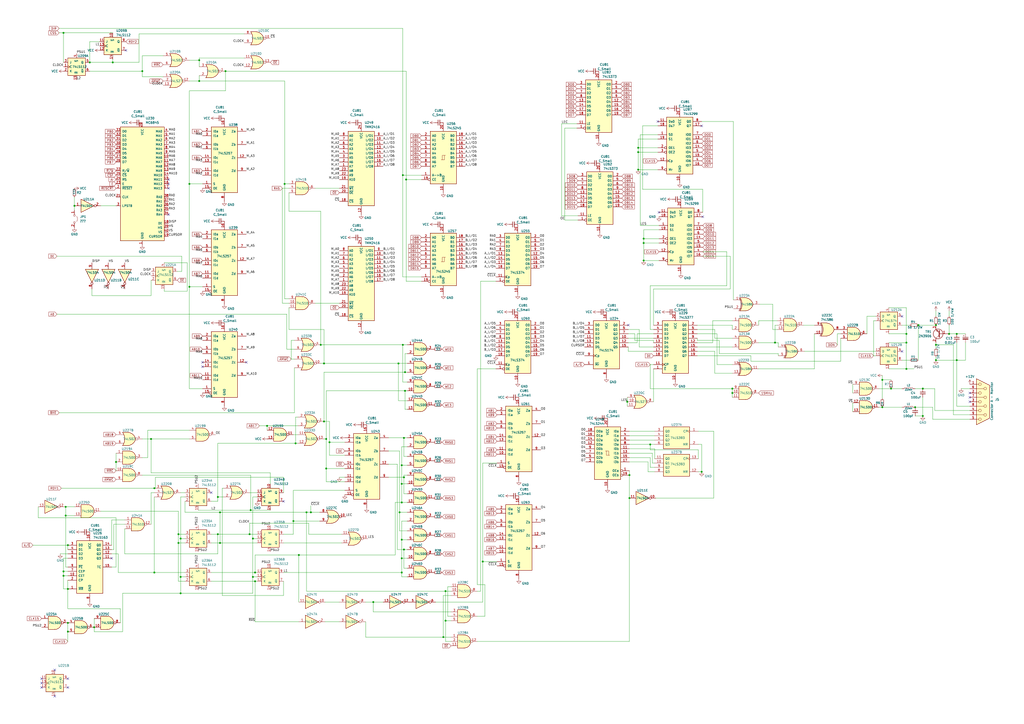
<source format=kicad_sch>
(kicad_sch (version 20230121) (generator eeschema)
  (paper "A2")
  (title_block (title "DRAM Store & CRT Logic") (date "2023-12-06") (rev "1") (company "Apricot") (comment 1 "Edit: Alessio Iodice"))
  (lib_symbols
    (symbol "74xx:74LS00" (pin_names (offset 1.016))
      (property "Reference" "U" (at 0 1.27 0))
      (property "Value" "74LS00" (at 0 -1.27 0))
      (symbol "74LS00_1_1"
        (pin input line (at -7.62 2.54 0) (length 3.81) (name "~") (number "1"))
        (pin input line (at -7.62 -2.54 0) (length 3.81) (name "~") (number "2"))
        (pin output inverted (at 7.62 0 180) (length 3.81) (name "~") (number "3"))
      )
      (symbol "74LS00_1_2"
        (pin input inverted (at -7.62 2.54 0) (length 4.318) (name "~") (number "1"))
        (pin input inverted (at -7.62 -2.54 0) (length 4.318) (name "~") (number "2"))
        (pin output line (at 7.62 0 180) (length 3.81) (name "~") (number "3"))
      )
      (symbol "74LS00_2_1"
        (pin input line (at -7.62 2.54 0) (length 3.81) (name "~") (number "4"))
        (pin input line (at -7.62 -2.54 0) (length 3.81) (name "~") (number "5"))
        (pin output inverted (at 7.62 0 180) (length 3.81) (name "~") (number "6"))
      )
      (symbol "74LS00_2_2"
        (pin input inverted (at -7.62 2.54 0) (length 4.318) (name "~") (number "4"))
        (pin input inverted (at -7.62 -2.54 0) (length 4.318) (name "~") (number "5"))
        (pin output line (at 7.62 0 180) (length 3.81) (name "~") (number "6"))
      )
      (symbol "74LS00_3_1"
        (pin input line (at -7.62 -2.54 0) (length 3.81) (name "~") (number "10"))
        (pin output inverted (at 7.62 0 180) (length 3.81) (name "~") (number "8"))
        (pin input line (at -7.62 2.54 0) (length 3.81) (name "~") (number "9"))
      )
      (symbol "74LS00_3_2"
        (pin input inverted (at -7.62 -2.54 0) (length 4.318) (name "~") (number "10"))
        (pin output line (at 7.62 0 180) (length 3.81) (name "~") (number "8"))
        (pin input inverted (at -7.62 2.54 0) (length 4.318) (name "~") (number "9"))
      )
      (symbol "74LS00_4_1"
        (pin output inverted (at 7.62 0 180) (length 3.81) (name "~") (number "11"))
        (pin input line (at -7.62 2.54 0) (length 3.81) (name "~") (number "12"))
        (pin input line (at -7.62 -2.54 0) (length 3.81) (name "~") (number "13"))
      )
      (symbol "74LS00_4_2"
        (pin output line (at 7.62 0 180) (length 3.81) (name "~") (number "11"))
        (pin input inverted (at -7.62 2.54 0) (length 4.318) (name "~") (number "12"))
        (pin input inverted (at -7.62 -2.54 0) (length 4.318) (name "~") (number "13"))
      )
      (symbol "74LS00_5_0"
        (pin power_in line (at 0 12.7 270) (length 5.08) (name "VCC") (number "14"))
        (pin power_in line (at 0 -12.7 90) (length 5.08) (name "GND") (number "7"))
      )
    )
    (symbol "74xx:74LS02" (pin_names (offset 1.016))
      (property "Reference" "U" (at 0 1.27 0))
      (property "Value" "74LS02" (at 0 -1.27 0))
      (symbol "74LS02_1_1"
        (pin output inverted (at 7.62 0 180) (length 3.81) (name "~") (number "1"))
        (pin input line (at -7.62 2.54 0) (length 4.318) (name "~") (number "2"))
        (pin input line (at -7.62 -2.54 0) (length 4.318) (name "~") (number "3"))
      )
      (symbol "74LS02_1_2"
        (pin output line (at 7.62 0 180) (length 3.81) (name "~") (number "1"))
        (pin input inverted (at -7.62 2.54 0) (length 3.81) (name "~") (number "2"))
        (pin input inverted (at -7.62 -2.54 0) (length 3.81) (name "~") (number "3"))
      )
      (symbol "74LS02_2_1"
        (pin output inverted (at 7.62 0 180) (length 3.81) (name "~") (number "4"))
        (pin input line (at -7.62 2.54 0) (length 4.318) (name "~") (number "5"))
        (pin input line (at -7.62 -2.54 0) (length 4.318) (name "~") (number "6"))
      )
      (symbol "74LS02_2_2"
        (pin output line (at 7.62 0 180) (length 3.81) (name "~") (number "4"))
        (pin input inverted (at -7.62 2.54 0) (length 3.81) (name "~") (number "5"))
        (pin input inverted (at -7.62 -2.54 0) (length 3.81) (name "~") (number "6"))
      )
      (symbol "74LS02_3_1"
        (pin output inverted (at 7.62 0 180) (length 3.81) (name "~") (number "10"))
        (pin input line (at -7.62 2.54 0) (length 4.318) (name "~") (number "8"))
        (pin input line (at -7.62 -2.54 0) (length 4.318) (name "~") (number "9"))
      )
      (symbol "74LS02_3_2"
        (pin output line (at 7.62 0 180) (length 3.81) (name "~") (number "10"))
        (pin input inverted (at -7.62 2.54 0) (length 3.81) (name "~") (number "8"))
        (pin input inverted (at -7.62 -2.54 0) (length 3.81) (name "~") (number "9"))
      )
      (symbol "74LS02_4_1"
        (pin input line (at -7.62 2.54 0) (length 4.318) (name "~") (number "11"))
        (pin input line (at -7.62 -2.54 0) (length 4.318) (name "~") (number "12"))
        (pin output inverted (at 7.62 0 180) (length 3.81) (name "~") (number "13"))
      )
      (symbol "74LS02_4_2"
        (pin input inverted (at -7.62 2.54 0) (length 3.81) (name "~") (number "11"))
        (pin input inverted (at -7.62 -2.54 0) (length 3.81) (name "~") (number "12"))
        (pin output line (at 7.62 0 180) (length 3.81) (name "~") (number "13"))
      )
      (symbol "74LS02_5_0"
        (pin power_in line (at 0 12.7 270) (length 5.08) (name "VCC") (number "14"))
        (pin power_in line (at 0 -12.7 90) (length 5.08) (name "GND") (number "7"))
      )
    )
    (symbol "74xx:74LS04"
      (property "Reference" "U" (at 0 1.27 0))
      (property "Value" "74LS04" (at 0 -1.27 0))
      (symbol "74LS04_1_0"
        (pin input line (at -7.62 0 0) (length 3.81) (name "~") (number "1"))
        (pin output inverted (at 7.62 0 180) (length 3.81) (name "~") (number "2"))
      )
      (symbol "74LS04_2_0"
        (pin input line (at -7.62 0 0) (length 3.81) (name "~") (number "3"))
        (pin output inverted (at 7.62 0 180) (length 3.81) (name "~") (number "4"))
      )
      (symbol "74LS04_3_0"
        (pin input line (at -7.62 0 0) (length 3.81) (name "~") (number "5"))
        (pin output inverted (at 7.62 0 180) (length 3.81) (name "~") (number "6"))
      )
      (symbol "74LS04_4_0"
        (pin output inverted (at 7.62 0 180) (length 3.81) (name "~") (number "8"))
        (pin input line (at -7.62 0 0) (length 3.81) (name "~") (number "9"))
      )
      (symbol "74LS04_5_0"
        (pin output inverted (at 7.62 0 180) (length 3.81) (name "~") (number "10"))
        (pin input line (at -7.62 0 0) (length 3.81) (name "~") (number "11"))
      )
      (symbol "74LS04_6_0"
        (pin output inverted (at 7.62 0 180) (length 3.81) (name "~") (number "12"))
        (pin input line (at -7.62 0 0) (length 3.81) (name "~") (number "13"))
      )
      (symbol "74LS04_7_0"
        (pin power_in line (at 0 12.7 270) (length 5.08) (name "VCC") (number "14"))
        (pin power_in line (at 0 -12.7 90) (length 5.08) (name "GND") (number "7"))
      )
    )
    (symbol "74xx:74LS10" (pin_names (offset 1.016))
      (property "Reference" "U" (at 0 1.27 0))
      (property "Value" "74LS10" (at 0 -1.27 0))
      (symbol "74LS10_1_1"
        (pin input line (at -7.62 2.54 0) (length 3.81) (name "~") (number "1"))
        (pin output inverted (at 7.62 0 180) (length 3.81) (name "~") (number "12"))
        (pin input line (at -7.62 -2.54 0) (length 3.81) (name "~") (number "13"))
        (pin input line (at -7.62 0 0) (length 3.81) (name "~") (number "2"))
      )
      (symbol "74LS10_1_2"
        (pin input inverted (at -7.62 2.54 0) (length 4.318) (name "~") (number "1"))
        (pin output line (at 7.62 0 180) (length 3.81) (name "~") (number "12"))
        (pin input inverted (at -7.62 -2.54 0) (length 4.318) (name "~") (number "13"))
        (pin input inverted (at -7.62 0 0) (length 4.953) (name "~") (number "2"))
      )
      (symbol "74LS10_2_1"
        (pin input line (at -7.62 2.54 0) (length 3.81) (name "~") (number "3"))
        (pin input line (at -7.62 0 0) (length 3.81) (name "~") (number "4"))
        (pin input line (at -7.62 -2.54 0) (length 3.81) (name "~") (number "5"))
        (pin output inverted (at 7.62 0 180) (length 3.81) (name "~") (number "6"))
      )
      (symbol "74LS10_2_2"
        (pin input inverted (at -7.62 2.54 0) (length 4.318) (name "~") (number "3"))
        (pin input inverted (at -7.62 0 0) (length 4.953) (name "~") (number "4"))
        (pin input inverted (at -7.62 -2.54 0) (length 4.318) (name "~") (number "5"))
        (pin output line (at 7.62 0 180) (length 3.81) (name "~") (number "6"))
      )
      (symbol "74LS10_3_1"
        (pin input line (at -7.62 0 0) (length 3.81) (name "~") (number "10"))
        (pin input line (at -7.62 -2.54 0) (length 3.81) (name "~") (number "11"))
        (pin output inverted (at 7.62 0 180) (length 3.81) (name "~") (number "8"))
        (pin input line (at -7.62 2.54 0) (length 3.81) (name "~") (number "9"))
      )
      (symbol "74LS10_3_2"
        (pin input inverted (at -7.62 0 0) (length 4.953) (name "~") (number "10"))
        (pin input inverted (at -7.62 -2.54 0) (length 4.318) (name "~") (number "11"))
        (pin output line (at 7.62 0 180) (length 3.81) (name "~") (number "8"))
        (pin input inverted (at -7.62 2.54 0) (length 4.318) (name "~") (number "9"))
      )
      (symbol "74LS10_4_0"
        (pin power_in line (at 0 12.7 270) (length 5.08) (name "VCC") (number "14"))
        (pin power_in line (at 0 -12.7 90) (length 5.08) (name "GND") (number "7"))
      )
    )
    (symbol "74xx:74LS112" (pin_names (offset 1.016))
      (property "Reference" "U" (at -7.62 8.89 0))
      (property "Value" "74LS112" (at -7.62 -8.89 0))
      (symbol "74LS112_1_0"
        (pin input clock (at -7.62 0 0) (length 2.54) (name "C") (number "1"))
        (pin input line (at 0 -7.62 90) (length 2.54) (name "~{R}") (number "15"))
        (pin input line (at -7.62 -2.54 0) (length 2.54) (name "K") (number "2"))
        (pin input line (at -7.62 2.54 0) (length 2.54) (name "J") (number "3"))
        (pin input line (at 0 7.62 270) (length 2.54) (name "~{S}") (number "4"))
        (pin output line (at 7.62 2.54 180) (length 2.54) (name "Q") (number "5"))
        (pin output line (at 7.62 -2.54 180) (length 2.54) (name "~{Q}") (number "6"))
      )
      (symbol "74LS112_2_0"
        (pin input line (at 0 7.62 270) (length 2.54) (name "~{S}") (number "10"))
        (pin input line (at -7.62 2.54 0) (length 2.54) (name "J") (number "11"))
        (pin input line (at -7.62 -2.54 0) (length 2.54) (name "K") (number "12"))
        (pin input clock (at -7.62 0 0) (length 2.54) (name "C") (number "13"))
        (pin input line (at 0 -7.62 90) (length 2.54) (name "~{R}") (number "14"))
        (pin output line (at 7.62 -2.54 180) (length 2.54) (name "~{Q}") (number "7"))
        (pin output line (at 7.62 2.54 180) (length 2.54) (name "Q") (number "9"))
      )
      (symbol "74LS112_3_0"
        (pin power_in line (at 0 10.16 270) (length 2.54) (name "VCC") (number "16"))
        (pin power_in line (at 0 -10.16 90) (length 2.54) (name "GND") (number "8"))
      )
    )
    (symbol "74xx:74LS163" (pin_names (offset 1.016))
      (property "Reference" "U" (at -7.62 16.51 0))
      (property "Value" "74LS163" (at -7.62 -16.51 0))
      (symbol "74LS163_1_0"
        (pin input line (at -12.7 -12.7 0) (length 5.08) (name "~{MR}") (number "1"))
        (pin input line (at -12.7 -5.08 0) (length 5.08) (name "CET") (number "10"))
        (pin output line (at 12.7 5.08 180) (length 5.08) (name "Q3") (number "11"))
        (pin output line (at 12.7 7.62 180) (length 5.08) (name "Q2") (number "12"))
        (pin output line (at 12.7 10.16 180) (length 5.08) (name "Q1") (number "13"))
        (pin output line (at 12.7 12.7 180) (length 5.08) (name "Q0") (number "14"))
        (pin output line (at 12.7 0 180) (length 5.08) (name "TC") (number "15"))
        (pin power_in line (at 0 20.32 270) (length 5.08) (name "VCC") (number "16"))
        (pin input line (at -12.7 -7.62 0) (length 5.08) (name "CP") (number "2"))
        (pin input line (at -12.7 12.7 0) (length 5.08) (name "D0") (number "3"))
        (pin input line (at -12.7 10.16 0) (length 5.08) (name "D1") (number "4"))
        (pin input line (at -12.7 7.62 0) (length 5.08) (name "D2") (number "5"))
        (pin input line (at -12.7 5.08 0) (length 5.08) (name "D3") (number "6"))
        (pin input line (at -12.7 -2.54 0) (length 5.08) (name "CEP") (number "7"))
        (pin power_in line (at 0 -20.32 90) (length 5.08) (name "GND") (number "8"))
        (pin input line (at -12.7 0 0) (length 5.08) (name "~{PE}") (number "9"))
      )
    )
    (symbol "74xx:74LS174" (pin_names (offset 1.016))
      (property "Reference" "U" (at -7.62 13.97 0))
      (property "Value" "74LS174" (at -7.62 -16.51 0))
      (symbol "74LS174_1_0"
        (pin input line (at -12.7 -12.7 0) (length 5.08) (name "~{Mr}") (number "1"))
        (pin output line (at 12.7 2.54 180) (length 5.08) (name "Q3") (number "10"))
        (pin input line (at -12.7 2.54 0) (length 5.08) (name "D3") (number "11"))
        (pin output line (at 12.7 0 180) (length 5.08) (name "Q4") (number "12"))
        (pin input line (at -12.7 0 0) (length 5.08) (name "D4") (number "13"))
        (pin input line (at -12.7 -2.54 0) (length 5.08) (name "D5") (number "14"))
        (pin output line (at 12.7 -2.54 180) (length 5.08) (name "Q5") (number "15"))
        (pin power_in line (at 0 17.78 270) (length 5.08) (name "VCC") (number "16"))
        (pin output line (at 12.7 10.16 180) (length 5.08) (name "Q0") (number "2"))
        (pin input line (at -12.7 10.16 0) (length 5.08) (name "D0") (number "3"))
        (pin input line (at -12.7 7.62 0) (length 5.08) (name "D1") (number "4"))
        (pin output line (at 12.7 7.62 180) (length 5.08) (name "Q1") (number "5"))
        (pin input line (at -12.7 5.08 0) (length 5.08) (name "D2") (number "6"))
        (pin output line (at 12.7 5.08 180) (length 5.08) (name "Q2") (number "7"))
        (pin power_in line (at 0 -20.32 90) (length 5.08) (name "GND") (number "8"))
        (pin input clock (at -12.7 -7.62 0) (length 5.08) (name "Cp") (number "9"))
      )
    )
    (symbol "74xx:74LS244" (pin_names (offset 1.016))
      (property "Reference" "U" (at -7.62 16.51 0))
      (property "Value" "74LS244" (at -7.62 -16.51 0))
      (symbol "74LS244_1_0"
        (pin input inverted (at -12.7 -10.16 0) (length 5.08) (name "OEa") (number "1"))
        (pin power_in line (at 0 -20.32 90) (length 5.08) (name "GND") (number "10"))
        (pin input line (at -12.7 2.54 0) (length 5.08) (name "I0b") (number "11"))
        (pin tri_state line (at 12.7 5.08 180) (length 5.08) (name "O3a") (number "12"))
        (pin input line (at -12.7 0 0) (length 5.08) (name "I1b") (number "13"))
        (pin tri_state line (at 12.7 7.62 180) (length 5.08) (name "O2a") (number "14"))
        (pin input line (at -12.7 -2.54 0) (length 5.08) (name "I2b") (number "15"))
        (pin tri_state line (at 12.7 10.16 180) (length 5.08) (name "O1a") (number "16"))
        (pin input line (at -12.7 -5.08 0) (length 5.08) (name "I3b") (number "17"))
        (pin tri_state line (at 12.7 12.7 180) (length 5.08) (name "O0a") (number "18"))
        (pin input inverted (at -12.7 -12.7 0) (length 5.08) (name "OEb") (number "19"))
        (pin input line (at -12.7 12.7 0) (length 5.08) (name "I0a") (number "2"))
        (pin power_in line (at 0 20.32 270) (length 5.08) (name "VCC") (number "20"))
        (pin tri_state line (at 12.7 -5.08 180) (length 5.08) (name "O3b") (number "3"))
        (pin input line (at -12.7 10.16 0) (length 5.08) (name "I1a") (number "4"))
        (pin tri_state line (at 12.7 -2.54 180) (length 5.08) (name "O2b") (number "5"))
        (pin input line (at -12.7 7.62 0) (length 5.08) (name "I2a") (number "6"))
        (pin tri_state line (at 12.7 0 180) (length 5.08) (name "O1b") (number "7"))
        (pin input line (at -12.7 5.08 0) (length 5.08) (name "I3a") (number "8"))
        (pin tri_state line (at 12.7 2.54 180) (length 5.08) (name "O0b") (number "9"))
      )
    )
    (symbol "74xx:74LS245" (pin_names (offset 1.016))
      (property "Reference" "U" (at -7.62 16.51 0))
      (property "Value" "74LS245" (at -7.62 -16.51 0))
      (symbol "74LS245_1_0"
        (pin input line (at -12.7 -10.16 0) (length 5.08) (name "A->B") (number "1"))
        (pin power_in line (at 0 -20.32 90) (length 5.08) (name "GND") (number "10"))
        (pin tri_state line (at 12.7 -5.08 180) (length 5.08) (name "B7") (number "11"))
        (pin tri_state line (at 12.7 -2.54 180) (length 5.08) (name "B6") (number "12"))
        (pin tri_state line (at 12.7 0 180) (length 5.08) (name "B5") (number "13"))
        (pin tri_state line (at 12.7 2.54 180) (length 5.08) (name "B4") (number "14"))
        (pin tri_state line (at 12.7 5.08 180) (length 5.08) (name "B3") (number "15"))
        (pin tri_state line (at 12.7 7.62 180) (length 5.08) (name "B2") (number "16"))
        (pin tri_state line (at 12.7 10.16 180) (length 5.08) (name "B1") (number "17"))
        (pin tri_state line (at 12.7 12.7 180) (length 5.08) (name "B0") (number "18"))
        (pin input inverted (at -12.7 -12.7 0) (length 5.08) (name "CE") (number "19"))
        (pin tri_state line (at -12.7 12.7 0) (length 5.08) (name "A0") (number "2"))
        (pin power_in line (at 0 20.32 270) (length 5.08) (name "VCC") (number "20"))
        (pin tri_state line (at -12.7 10.16 0) (length 5.08) (name "A1") (number "3"))
        (pin tri_state line (at -12.7 7.62 0) (length 5.08) (name "A2") (number "4"))
        (pin tri_state line (at -12.7 5.08 0) (length 5.08) (name "A3") (number "5"))
        (pin tri_state line (at -12.7 2.54 0) (length 5.08) (name "A4") (number "6"))
        (pin tri_state line (at -12.7 0 0) (length 5.08) (name "A5") (number "7"))
        (pin tri_state line (at -12.7 -2.54 0) (length 5.08) (name "A6") (number "8"))
        (pin tri_state line (at -12.7 -5.08 0) (length 5.08) (name "A7") (number "9"))
      )
    )
    (symbol "74xx:74LS257" (pin_names (offset 1.016))
      (property "Reference" "U" (at -7.62 19.05 0))
      (property "Value" "74LS257" (at -7.62 -21.59 0))
      (symbol "74LS257_1_0"
        (pin input line (at -12.7 -15.24 0) (length 5.08) (name "S") (number "1"))
        (pin input line (at -12.7 -10.16 0) (length 5.08) (name "I1d") (number "10"))
        (pin input line (at -12.7 -7.62 0) (length 5.08) (name "I0d") (number "11"))
        (pin tri_state line (at 12.7 0 180) (length 5.08) (name "Zc") (number "12"))
        (pin input line (at -12.7 -2.54 0) (length 5.08) (name "I1c") (number "13"))
        (pin input line (at -12.7 0 0) (length 5.08) (name "I0c") (number "14"))
        (pin input inverted (at -12.7 -17.78 0) (length 5.08) (name "OE") (number "15"))
        (pin power_in line (at 0 22.86 270) (length 5.08) (name "VCC") (number "16"))
        (pin input line (at -12.7 15.24 0) (length 5.08) (name "I0a") (number "2"))
        (pin input line (at -12.7 12.7 0) (length 5.08) (name "I1a") (number "3"))
        (pin tri_state line (at 12.7 15.24 180) (length 5.08) (name "Za") (number "4"))
        (pin input line (at -12.7 7.62 0) (length 5.08) (name "I0b") (number "5"))
        (pin input line (at -12.7 5.08 0) (length 5.08) (name "I1b") (number "6"))
        (pin tri_state line (at 12.7 7.62 180) (length 5.08) (name "Zb") (number "7"))
        (pin power_in line (at 0 -25.4 90) (length 5.08) (name "GND") (number "8"))
        (pin tri_state line (at 12.7 -7.62 180) (length 5.08) (name "Zd") (number "9"))
      )
    )
    (symbol "74xx:74LS27" (pin_names (offset 1.016))
      (property "Reference" "U" (at 0 1.27 0))
      (property "Value" "74LS27" (at 0 -1.27 0))
      (symbol "74LS27_1_1"
        (pin input line (at -7.62 2.54 0) (length 4.318) (name "~") (number "1"))
        (pin output inverted (at 7.62 0 180) (length 3.81) (name "~") (number "12"))
        (pin input line (at -7.62 -2.54 0) (length 4.318) (name "~") (number "13"))
        (pin input line (at -7.62 0 0) (length 4.953) (name "~") (number "2"))
      )
      (symbol "74LS27_1_2"
        (pin input inverted (at -7.62 2.54 0) (length 3.81) (name "~") (number "1"))
        (pin output line (at 7.62 0 180) (length 3.81) (name "~") (number "12"))
        (pin input inverted (at -7.62 -2.54 0) (length 3.81) (name "~") (number "13"))
        (pin input inverted (at -7.62 0 0) (length 3.81) (name "~") (number "2"))
      )
      (symbol "74LS27_2_1"
        (pin input line (at -7.62 2.54 0) (length 4.318) (name "~") (number "3"))
        (pin input line (at -7.62 0 0) (length 4.953) (name "~") (number "4"))
        (pin input line (at -7.62 -2.54 0) (length 4.318) (name "~") (number "5"))
        (pin output inverted (at 7.62 0 180) (length 3.81) (name "~") (number "6"))
      )
      (symbol "74LS27_2_2"
        (pin input inverted (at -7.62 2.54 0) (length 3.81) (name "~") (number "3"))
        (pin input inverted (at -7.62 0 0) (length 3.81) (name "~") (number "4"))
        (pin input inverted (at -7.62 -2.54 0) (length 3.81) (name "~") (number "5"))
        (pin output line (at 7.62 0 180) (length 3.81) (name "~") (number "6"))
      )
      (symbol "74LS27_3_1"
        (pin input line (at -7.62 0 0) (length 4.953) (name "~") (number "10"))
        (pin input line (at -7.62 -2.54 0) (length 4.318) (name "~") (number "11"))
        (pin output inverted (at 7.62 0 180) (length 3.81) (name "~") (number "8"))
        (pin input line (at -7.62 2.54 0) (length 4.318) (name "~") (number "9"))
      )
      (symbol "74LS27_3_2"
        (pin input inverted (at -7.62 0 0) (length 3.81) (name "~") (number "10"))
        (pin input inverted (at -7.62 -2.54 0) (length 3.81) (name "~") (number "11"))
        (pin output line (at 7.62 0 180) (length 3.81) (name "~") (number "8"))
        (pin input inverted (at -7.62 2.54 0) (length 3.81) (name "~") (number "9"))
      )
      (symbol "74LS27_4_0"
        (pin power_in line (at 0 12.7 270) (length 5.08) (name "VCC") (number "14"))
        (pin power_in line (at 0 -12.7 90) (length 5.08) (name "GND") (number "7"))
      )
    )
    (symbol "74xx:74LS299" (pin_names (offset 1.016))
      (property "Reference" "U" (at -7.62 16.51 0))
      (property "Value" "74LS299" (at -7.62 -19.05 0))
      (symbol "74LS299_1_0"
        (pin input line (at -12.7 5.08 0) (length 5.08) (name "S0") (number "1"))
        (pin power_in line (at 0 -22.86 90) (length 5.08) (name "GND") (number "10"))
        (pin input line (at -12.7 12.7 0) (length 5.08) (name "Ds0") (number "11"))
        (pin input clock (at -12.7 -10.16 0) (length 5.08) (name "Cp") (number "12"))
        (pin tri_state line (at 12.7 2.54 180) (length 5.08) (name "IO1") (number "13"))
        (pin tri_state line (at 12.7 -2.54 180) (length 5.08) (name "IO3") (number "14"))
        (pin tri_state line (at 12.7 -7.62 180) (length 5.08) (name "IO5") (number "15"))
        (pin tri_state line (at 12.7 -12.7 180) (length 5.08) (name "IO7") (number "16"))
        (pin output line (at 12.7 10.16 180) (length 5.08) (name "Q7") (number "17"))
        (pin input line (at -12.7 10.16 0) (length 5.08) (name "Ds7") (number "18"))
        (pin input line (at -12.7 2.54 0) (length 5.08) (name "S1") (number "19"))
        (pin input inverted (at -12.7 -2.54 0) (length 5.08) (name "OE1") (number "2"))
        (pin power_in line (at 0 20.32 270) (length 5.08) (name "VCC") (number "20"))
        (pin input inverted (at -12.7 -5.08 0) (length 5.08) (name "OE2") (number "3"))
        (pin tri_state line (at 12.7 -10.16 180) (length 5.08) (name "IO6") (number "4"))
        (pin tri_state line (at 12.7 -5.08 180) (length 5.08) (name "IO4") (number "5"))
        (pin tri_state line (at 12.7 0 180) (length 5.08) (name "IO2") (number "6"))
        (pin tri_state line (at 12.7 5.08 180) (length 5.08) (name "IO0") (number "7"))
        (pin output line (at 12.7 12.7 180) (length 5.08) (name "Q0") (number "8"))
        (pin input inverted (at -12.7 -15.24 0) (length 5.08) (name "Mr") (number "9"))
      )
    )
    (symbol "74xx:74LS373"
      (property "Reference" "U" (at -7.62 16.51 0))
      (property "Value" "74LS373" (at -7.62 -16.51 0))
      (symbol "74LS373_1_0"
        (pin input inverted (at -12.7 -12.7 0) (length 5.08) (name "OE") (number "1"))
        (pin power_in line (at 0 -20.32 90) (length 5.08) (name "GND") (number "10"))
        (pin input line (at -12.7 -10.16 0) (length 5.08) (name "LE") (number "11"))
        (pin tri_state line (at 12.7 2.54 180) (length 5.08) (name "O4") (number "12"))
        (pin input line (at -12.7 2.54 0) (length 5.08) (name "D4") (number "13"))
        (pin input line (at -12.7 0 0) (length 5.08) (name "D5") (number "14"))
        (pin tri_state line (at 12.7 0 180) (length 5.08) (name "O5") (number "15"))
        (pin tri_state line (at 12.7 -2.54 180) (length 5.08) (name "O6") (number "16"))
        (pin input line (at -12.7 -2.54 0) (length 5.08) (name "D6") (number "17"))
        (pin input line (at -12.7 -5.08 0) (length 5.08) (name "D7") (number "18"))
        (pin tri_state line (at 12.7 -5.08 180) (length 5.08) (name "O7") (number "19"))
        (pin tri_state line (at 12.7 12.7 180) (length 5.08) (name "O0") (number "2"))
        (pin power_in line (at 0 20.32 270) (length 5.08) (name "VCC") (number "20"))
        (pin input line (at -12.7 12.7 0) (length 5.08) (name "D0") (number "3"))
        (pin input line (at -12.7 10.16 0) (length 5.08) (name "D1") (number "4"))
        (pin tri_state line (at 12.7 10.16 180) (length 5.08) (name "O1") (number "5"))
        (pin tri_state line (at 12.7 7.62 180) (length 5.08) (name "O2") (number "6"))
        (pin input line (at -12.7 7.62 0) (length 5.08) (name "D2") (number "7"))
        (pin input line (at -12.7 5.08 0) (length 5.08) (name "D3") (number "8"))
        (pin tri_state line (at 12.7 5.08 180) (length 5.08) (name "O3") (number "9"))
      )
    )
    (symbol "74xx:74LS374"
      (property "Reference" "U" (at -7.62 16.51 0))
      (property "Value" "74LS374" (at -7.62 -16.51 0))
      (symbol "74LS374_1_0"
        (pin input inverted (at -12.7 -12.7 0) (length 5.08) (name "OE") (number "1"))
        (pin power_in line (at 0 -20.32 90) (length 5.08) (name "GND") (number "10"))
        (pin input clock (at -12.7 -10.16 0) (length 5.08) (name "Cp") (number "11"))
        (pin tri_state line (at 12.7 2.54 180) (length 5.08) (name "O4") (number "12"))
        (pin input line (at -12.7 2.54 0) (length 5.08) (name "D4") (number "13"))
        (pin input line (at -12.7 0 0) (length 5.08) (name "D5") (number "14"))
        (pin tri_state line (at 12.7 0 180) (length 5.08) (name "O5") (number "15"))
        (pin tri_state line (at 12.7 -2.54 180) (length 5.08) (name "O6") (number "16"))
        (pin input line (at -12.7 -2.54 0) (length 5.08) (name "D6") (number "17"))
        (pin input line (at -12.7 -5.08 0) (length 5.08) (name "D7") (number "18"))
        (pin tri_state line (at 12.7 -5.08 180) (length 5.08) (name "O7") (number "19"))
        (pin tri_state line (at 12.7 12.7 180) (length 5.08) (name "O0") (number "2"))
        (pin power_in line (at 0 20.32 270) (length 5.08) (name "VCC") (number "20"))
        (pin input line (at -12.7 12.7 0) (length 5.08) (name "D0") (number "3"))
        (pin input line (at -12.7 10.16 0) (length 5.08) (name "D1") (number "4"))
        (pin tri_state line (at 12.7 10.16 180) (length 5.08) (name "O1") (number "5"))
        (pin tri_state line (at 12.7 7.62 180) (length 5.08) (name "O2") (number "6"))
        (pin input line (at -12.7 7.62 0) (length 5.08) (name "D2") (number "7"))
        (pin input line (at -12.7 5.08 0) (length 5.08) (name "D3") (number "8"))
        (pin tri_state line (at 12.7 5.08 180) (length 5.08) (name "O3") (number "9"))
      )
    )
    (symbol "74xx:74LS377" (pin_names (offset 1.016))
      (property "Reference" "U" (at -7.62 16.51 0))
      (property "Value" "74LS377" (at -7.62 -16.51 0))
      (symbol "74LS377_1_0"
        (pin input line (at -12.7 -12.7 0) (length 5.08) (name "~{E}") (number "1"))
        (pin power_in line (at 0 -20.32 90) (length 5.08) (name "GND") (number "10"))
        (pin input clock (at -12.7 -10.16 0) (length 5.08) (name "CP") (number "11"))
        (pin output line (at 12.7 2.54 180) (length 5.08) (name "Q4") (number "12"))
        (pin input line (at -12.7 2.54 0) (length 5.08) (name "D4") (number "13"))
        (pin input line (at -12.7 0 0) (length 5.08) (name "D5") (number "14"))
        (pin output line (at 12.7 0 180) (length 5.08) (name "Q5") (number "15"))
        (pin output line (at 12.7 -2.54 180) (length 5.08) (name "Q6") (number "16"))
        (pin input line (at -12.7 -2.54 0) (length 5.08) (name "D6") (number "17"))
        (pin input line (at -12.7 -5.08 0) (length 5.08) (name "D7") (number "18"))
        (pin output line (at 12.7 -5.08 180) (length 5.08) (name "Q7") (number "19"))
        (pin output line (at 12.7 12.7 180) (length 5.08) (name "Q0") (number "2"))
        (pin power_in line (at 0 20.32 270) (length 5.08) (name "VCC") (number "20"))
        (pin input line (at -12.7 12.7 0) (length 5.08) (name "D0") (number "3"))
        (pin input line (at -12.7 10.16 0) (length 5.08) (name "D1") (number "4"))
        (pin output line (at 12.7 10.16 180) (length 5.08) (name "Q1") (number "5"))
        (pin output line (at 12.7 7.62 180) (length 5.08) (name "Q2") (number "6"))
        (pin input line (at -12.7 7.62 0) (length 5.08) (name "D2") (number "7"))
        (pin input line (at -12.7 5.08 0) (length 5.08) (name "D3") (number "8"))
        (pin output line (at 12.7 5.08 180) (length 5.08) (name "Q3") (number "9"))
      )
    )
    (symbol "74xx:74LS393" (pin_names (offset 1.016))
      (property "Reference" "U" (at -7.62 8.89 0))
      (property "Value" "74LS393" (at -7.62 -8.89 0))
      (symbol "74LS393_1_0"
        (pin input clock (at -12.7 2.54 0) (length 5.08) (name "CP") (number "1"))
        (pin input line (at -12.7 -5.08 0) (length 5.08) (name "MR") (number "2"))
        (pin output line (at 12.7 2.54 180) (length 5.08) (name "Q0") (number "3"))
        (pin output line (at 12.7 0 180) (length 5.08) (name "Q1") (number "4"))
        (pin output line (at 12.7 -2.54 180) (length 5.08) (name "Q2") (number "5"))
        (pin output line (at 12.7 -5.08 180) (length 5.08) (name "Q3") (number "6"))
      )
      (symbol "74LS393_2_0"
        (pin output line (at 12.7 0 180) (length 5.08) (name "Q1") (number "10"))
        (pin output line (at 12.7 2.54 180) (length 5.08) (name "Q0") (number "11"))
        (pin input line (at -12.7 -5.08 0) (length 5.08) (name "MR") (number "12"))
        (pin input clock (at -12.7 2.54 0) (length 5.08) (name "CP") (number "13"))
        (pin output line (at 12.7 -5.08 180) (length 5.08) (name "Q3") (number "8"))
        (pin output line (at 12.7 -2.54 180) (length 5.08) (name "Q2") (number "9"))
      )
      (symbol "74LS393_3_0"
        (pin power_in line (at 0 12.7 270) (length 5.08) (name "VCC") (number "14"))
        (pin power_in line (at 0 -12.7 90) (length 5.08) (name "GND") (number "7"))
      )
    )
    (symbol "74xx:74LS74" (pin_names (offset 1.016))
      (property "Reference" "U" (at -7.62 8.89 0))
      (property "Value" "74LS74" (at -7.62 -8.89 0))
      (symbol "74LS74_1_0"
        (pin input line (at 0 -7.62 90) (length 2.54) (name "~{R}") (number "1"))
        (pin input line (at -7.62 2.54 0) (length 2.54) (name "D") (number "2"))
        (pin input clock (at -7.62 0 0) (length 2.54) (name "C") (number "3"))
        (pin input line (at 0 7.62 270) (length 2.54) (name "~{S}") (number "4"))
        (pin output line (at 7.62 2.54 180) (length 2.54) (name "Q") (number "5"))
        (pin output line (at 7.62 -2.54 180) (length 2.54) (name "~{Q}") (number "6"))
      )
      (symbol "74LS74_2_0"
        (pin input line (at 0 7.62 270) (length 2.54) (name "~{S}") (number "10"))
        (pin input clock (at -7.62 0 0) (length 2.54) (name "C") (number "11"))
        (pin input line (at -7.62 2.54 0) (length 2.54) (name "D") (number "12"))
        (pin input line (at 0 -7.62 90) (length 2.54) (name "~{R}") (number "13"))
        (pin output line (at 7.62 -2.54 180) (length 2.54) (name "~{Q}") (number "8"))
        (pin output line (at 7.62 2.54 180) (length 2.54) (name "Q") (number "9"))
      )
      (symbol "74LS74_3_0"
        (pin power_in line (at 0 10.16 270) (length 2.54) (name "VCC") (number "14"))
        (pin power_in line (at 0 -10.16 90) (length 2.54) (name "GND") (number "7"))
      )
    )
    (symbol "74xx:74LS86" (pin_names (offset 1.016))
      (property "Reference" "U" (at 0 1.27 0))
      (property "Value" "74LS86" (at 0 -1.27 0))
      (symbol "74LS86_1_0"
        (pin input line (at -7.62 2.54 0) (length 4.445) (name "~") (number "1"))
        (pin input line (at -7.62 -2.54 0) (length 4.445) (name "~") (number "2"))
        (pin output line (at 7.62 0 180) (length 3.81) (name "~") (number "3"))
      )
      (symbol "74LS86_2_0"
        (pin input line (at -7.62 2.54 0) (length 4.445) (name "~") (number "4"))
        (pin input line (at -7.62 -2.54 0) (length 4.445) (name "~") (number "5"))
        (pin output line (at 7.62 0 180) (length 3.81) (name "~") (number "6"))
      )
      (symbol "74LS86_3_0"
        (pin input line (at -7.62 -2.54 0) (length 4.445) (name "~") (number "10"))
        (pin output line (at 7.62 0 180) (length 3.81) (name "~") (number "8"))
        (pin input line (at -7.62 2.54 0) (length 4.445) (name "~") (number "9"))
      )
      (symbol "74LS86_4_0"
        (pin output line (at 7.62 0 180) (length 3.81) (name "~") (number "11"))
        (pin input line (at -7.62 2.54 0) (length 4.445) (name "~") (number "12"))
        (pin input line (at -7.62 -2.54 0) (length 4.445) (name "~") (number "13"))
      )
      (symbol "74LS86_5_0"
        (pin power_in line (at 0 12.7 270) (length 5.08) (name "VCC") (number "14"))
        (pin power_in line (at 0 -12.7 90) (length 5.08) (name "GND") (number "7"))
      )
    )
    (symbol "ACT-PC1:TMM2416"
      (property "Reference" "U" (at 21.59 7.62 0))
      (property "Value" "TMM2416" (at 21.59 5.08 0))
      (symbol "TMM2416_1_1"
        (pin input line (at 0 -17.78 0) (length 5.08) (name "A7") (number "1"))
        (pin bidirectional line (at 25.4 -2.54 180) (length 5.08) (name "I/O2") (number "10"))
        (pin bidirectional line (at 25.4 -5.08 180) (length 5.08) (name "I/O3") (number "11"))
        (pin power_in line (at 12.7 -45.72 90) (length 5.08) (name "GND") (number "12"))
        (pin bidirectional line (at 25.4 -7.62 180) (length 5.08) (name "I/O4") (number "13"))
        (pin bidirectional line (at 25.4 -10.16 180) (length 5.08) (name "I/O5") (number "14"))
        (pin bidirectional line (at 25.4 -12.7 180) (length 5.08) (name "I/O6") (number "15"))
        (pin bidirectional line (at 25.4 -15.24 180) (length 5.08) (name "I/O7") (number "16"))
        (pin bidirectional line (at 25.4 -17.78 180) (length 5.08) (name "I/O8") (number "17"))
        (pin input line (at 0 -38.1 0) (length 5.08) (name "~{CS}") (number "18"))
        (pin input line (at 0 -25.4 0) (length 5.08) (name "A10") (number "19"))
        (pin input line (at 0 -15.24 0) (length 5.08) (name "A6") (number "2"))
        (pin input line (at 0 -33.02 0) (length 5.08) (name "~{OE}") (number "20"))
        (pin input line (at 0 -30.48 0) (length 5.08) (name "~{WE}") (number "21"))
        (pin input line (at 0 -22.86 0) (length 5.08) (name "A9") (number "22"))
        (pin input line (at 0 -20.32 0) (length 5.08) (name "A8") (number "23"))
        (pin power_in line (at 12.7 7.62 270) (length 5.08) (name "VCC") (number "24"))
        (pin input line (at 0 -12.7 0) (length 5.08) (name "A5") (number "3"))
        (pin input line (at 0 -10.16 0) (length 5.08) (name "A4") (number "4"))
        (pin input line (at 0 -7.62 0) (length 5.08) (name "A3") (number "5"))
        (pin input line (at 0 -5.08 0) (length 5.08) (name "A2") (number "6"))
        (pin input line (at 0 -2.54 0) (length 5.08) (name "A1") (number "7"))
        (pin input line (at 0 0 0) (length 5.08) (name "A0") (number "8"))
        (pin bidirectional line (at 25.4 0 180) (length 5.08) (name "I/O1") (number "9"))
      )
    )
    (symbol "Connector:DE9_Receptacle" (pin_names (offset 1.016) hide)
      (property "Reference" "J" (at 0 13.97 0))
      (property "Value" "DE9_Receptacle" (at 0 -14.605 0))
      (symbol "DE9_Receptacle_1_1"
        (pin passive line (at -7.62 10.16 0) (length 3.81) (name "1") (number "1"))
        (pin passive line (at -7.62 5.08 0) (length 3.81) (name "2") (number "2"))
        (pin passive line (at -7.62 0 0) (length 3.81) (name "3") (number "3"))
        (pin passive line (at -7.62 -5.08 0) (length 3.81) (name "4") (number "4"))
        (pin passive line (at -7.62 -10.16 0) (length 3.81) (name "5") (number "5"))
        (pin passive line (at -7.62 7.62 0) (length 3.81) (name "6") (number "6"))
        (pin passive line (at -7.62 2.54 0) (length 3.81) (name "7") (number "7"))
        (pin passive line (at -7.62 -2.54 0) (length 3.81) (name "8") (number "8"))
        (pin passive line (at -7.62 -7.62 0) (length 3.81) (name "9") (number "9"))
      )
    )
    (symbol "Device:C_Polarized_Small" (pin_numbers hide) (pin_names (offset 0.254) hide)
      (property "Reference" "C" (at 0.254 1.778 0))
      (property "Value" "C_Polarized_Small" (at 0.254 -2.032 0))
      (symbol "C_Polarized_Small_1_1"
        (pin passive line (at 0 2.54 270) (length 1.8542) (name "~") (number "1"))
        (pin passive line (at 0 -2.54 90) (length 1.8542) (name "~") (number "2"))
      )
    )
    (symbol "Device:C_Small" (pin_numbers hide) (pin_names (offset 0.254) hide)
      (property "Reference" "C" (at 0.254 1.778 0))
      (property "Value" "C_Small" (at 0.254 -2.032 0))
      (symbol "C_Small_1_1"
        (pin passive line (at 0 2.54 270) (length 2.032) (name "~") (number "1"))
        (pin passive line (at 0 -2.54 90) (length 2.032) (name "~") (number "2"))
      )
    )
    (symbol "Device:R_Small" (pin_numbers hide) (pin_names (offset 0.254) hide)
      (property "Reference" "R" (at 0.762 0.508 0))
      (property "Value" "R_Small" (at 0.762 -1.016 0))
      (symbol "R_Small_1_1"
        (pin passive line (at 0 2.54 270) (length 0.762) (name "~") (number "1"))
        (pin passive line (at 0 -2.54 90) (length 0.762) (name "~") (number "2"))
      )
    )
    (symbol "GPU:MC6845" (pin_names (offset 1.016))
      (property "Reference" "U" (at -10.16 34.29 0))
      (property "Value" "MC6845" (at 12.7 34.29 0))
      (symbol "MC6845_1_1"
        (pin power_in line (at 0 -35.56 90) (length 2.54) (name "GND") (number "1"))
        (pin output line (at 15.24 15.24 180) (length 2.54) (name "MA6") (number "10"))
        (pin output line (at 15.24 12.7 180) (length 2.54) (name "MA7") (number "11"))
        (pin output line (at 15.24 10.16 180) (length 2.54) (name "MA8") (number "12"))
        (pin output line (at 15.24 7.62 180) (length 2.54) (name "MA9") (number "13"))
        (pin output line (at 15.24 5.08 180) (length 2.54) (name "MA10") (number "14"))
        (pin output line (at 15.24 2.54 180) (length 2.54) (name "MA11") (number "15"))
        (pin output line (at 15.24 0 180) (length 2.54) (name "MA12") (number "16"))
        (pin output line (at 15.24 -2.54 180) (length 2.54) (name "MA13") (number "17"))
        (pin output line (at 15.24 -22.86 180) (length 2.54) (name "DE") (number "18"))
        (pin output line (at 15.24 -30.48 180) (length 2.54) (name "CURSOR") (number "19"))
        (pin input line (at -15.24 -2.54 0) (length 2.54) (name "~{RESET}") (number "2"))
        (pin power_in line (at 0 35.56 270) (length 2.54) (name "VCC") (number "20"))
        (pin input line (at -15.24 -7.62 0) (length 2.54) (name "CLK") (number "21"))
        (pin input line (at -15.24 7.62 0) (length 2.54) (name "R/~{W}") (number "22"))
        (pin input line (at -15.24 0 0) (length 2.54) (name "E") (number "23"))
        (pin input line (at -15.24 2.54 0) (length 2.54) (name "RS") (number "24"))
        (pin input line (at -15.24 5.08 0) (length 2.54) (name "~{CS}") (number "25"))
        (pin bidirectional line (at -15.24 12.7 0) (length 2.54) (name "D7") (number "26"))
        (pin bidirectional line (at -15.24 15.24 0) (length 2.54) (name "D6") (number "27"))
        (pin bidirectional line (at -15.24 17.78 0) (length 2.54) (name "D5") (number "28"))
        (pin bidirectional line (at -15.24 20.32 0) (length 2.54) (name "D4") (number "29"))
        (pin input line (at -15.24 -12.7 0) (length 2.54) (name "LPSTB") (number "3"))
        (pin bidirectional line (at -15.24 22.86 0) (length 2.54) (name "D3") (number "30"))
        (pin bidirectional line (at -15.24 25.4 0) (length 2.54) (name "D2") (number "31"))
        (pin bidirectional line (at -15.24 27.94 0) (length 2.54) (name "D1") (number "32"))
        (pin bidirectional line (at -15.24 30.48 0) (length 2.54) (name "D0") (number "33"))
        (pin output line (at 15.24 -17.78 180) (length 2.54) (name "RA4") (number "34"))
        (pin output line (at 15.24 -15.24 180) (length 2.54) (name "RA3") (number "35"))
        (pin output line (at 15.24 -12.7 180) (length 2.54) (name "RA2") (number "36"))
        (pin output line (at 15.24 -10.16 180) (length 2.54) (name "RA1") (number "37"))
        (pin output line (at 15.24 -7.62 180) (length 2.54) (name "RA0") (number "38"))
        (pin output line (at 15.24 -25.4 180) (length 2.54) (name "HS") (number "39"))
        (pin output line (at 15.24 30.48 180) (length 2.54) (name "MA0") (number "4"))
        (pin output line (at 15.24 -27.94 180) (length 2.54) (name "VS") (number "40"))
        (pin output line (at 15.24 27.94 180) (length 2.54) (name "MA1") (number "5"))
        (pin output line (at 15.24 25.4 180) (length 2.54) (name "MA2") (number "6"))
        (pin output line (at 15.24 22.86 180) (length 2.54) (name "MA3") (number "7"))
        (pin output line (at 15.24 20.32 180) (length 2.54) (name "MA4") (number "8"))
        (pin output line (at 15.24 17.78 180) (length 2.54) (name "MA5") (number "9"))
      )
    )
    (symbol "Jumper:Jumper_2_Open" (pin_names (offset 0) hide)
      (property "Reference" "JP" (at 0 2.794 0))
      (property "Value" "Jumper_2_Open" (at 0 -2.286 0))
      (symbol "Jumper_2_Open_1_1"
        (pin passive line (at -5.08 0 0) (length 2.54) (name "A") (number "1"))
        (pin passive line (at 5.08 0 180) (length 2.54) (name "B") (number "2"))
      )
    )
    (symbol "Smisioto_Device:INDUCTOR" (pin_numbers hide) (pin_names (offset 1.016) hide)
      (property "Reference" "L" (at -1.27 0 90))
      (property "Value" "INDUCTOR" (at 2.54 0 90))
      (symbol "INDUCTOR_1_1"
        (pin passive line (at 0 3.81 270) (length 1.27) (name "1") (number "1"))
        (pin passive line (at 0 -3.81 90) (length 1.27) (name "2") (number "2"))
      )
    )
    (symbol "Transistor_BJT:PZT3906" (pin_names (offset 0) hide)
      (property "Reference" "Q" (at 5.08 1.905 0))
      (property "Value" "PZT3906" (at 5.08 0 0))
      (symbol "PZT3906_1_1"
        (pin input line (at -5.08 0 0) (length 5.715) (name "B") (number "1"))
        (pin passive line (at 2.54 5.08 270) (length 2.54) (name "C") (number "2"))
        (pin passive line (at 2.54 -5.08 90) (length 2.54) (name "E") (number "3"))
        (pin passive line (at 2.54 5.08 270) (length 2.54) hide (name "C") (number "4"))
      )
    )
    (symbol "power:+12V" (power) (pin_names (offset 0))
      (property "Value" "+12V" (at 0 3.556 0))
      (symbol "+12V_1_1"
        (pin power_in line (at 0 0 90) (length 0) hide (name "+12V") (number "1"))
      )
    )
    (symbol "power:GND" (power) (pin_names (offset 0))
      (property "Value" "GND" (at 0 -3.81 0))
      (symbol "GND_1_1"
        (pin power_in line (at 0 0 270) (length 0) hide (name "GND") (number "1"))
      )
    )
    (symbol "power:VCC" (power) (pin_names (offset 0))
      (property "Value" "VCC" (at 0 3.81 0))
      (symbol "VCC_1_1"
        (pin power_in line (at 0 0 90) (length 0) hide (name "VCC") (number "1"))
      )
    )
  )
  (junction (at 115.57 46.99))
  (junction (at 189.23 254.635))
  (junction (at 542.925 200.025))
  (junction (at 146.685 334.645))
  (junction (at 36.83 334.01))
  (junction (at 373.38 140.97))
  (junction (at 511.81 220.345))
  (junction (at 67.31 267.97))
  (junction (at 154.94 247.015))
  (junction (at 177.8 297.18))
  (junction (at 54.61 363.855))
  (junction (at 126.365 309.88))
  (junction (at 525.78 193.675))
  (junction (at 39.37 366.395))
  (junction (at 146.685 312.42))
  (junction (at 233.045 323.85))
  (junction (at 554.99 193.675))
  (junction (at 43.18 119.38))
  (junction (at 530.86 236.22))
  (junction (at 173.355 321.945))
  (junction (at 145.415 295.91))
  (junction (at 52.07 36.195))
  (junction (at 191.135 256.54))
  (junction (at 170.18 302.26))
  (junction (at 235.585 104.14))
  (junction (at 87.63 254.635))
  (junction (at 233.045 280.67))
  (junction (at 363.855 233.045))
  (junction (at 38.1 299.085))
  (junction (at 370.205 98.425))
  (junction (at 115.57 34.925))
  (junction (at 233.045 269.875))
  (junction (at 233.68 101.6))
  (junction (at 234.95 226.695))
  (junction (at 424.815 225.425))
  (junction (at 187.96 244.475))
  (junction (at 535.305 241.3))
  (junction (at 511.81 236.22))
  (junction (at 103.505 309.88))
  (junction (at 103.505 314.96))
  (junction (at 233.045 332.105))
  (junction (at 104.775 334.645))
  (junction (at 104.775 312.42))
  (junction (at 407.035 273.685))
  (junction (at 370.205 85.725))
  (junction (at 165.1 106.68))
  (junction (at 233.045 313.055))
  (junction (at 554.99 208.915))
  (junction (at 542.925 188.595))
  (junction (at 525.78 198.755))
  (junction (at 373.38 138.43))
  (junction (at 542.925 208.915))
  (junction (at 39.37 341.63))
  (junction (at 535.305 225.425))
  (junction (at 189.23 271.78))
  (junction (at 234.315 276.86))
  (junction (at 233.68 200.025))
  (junction (at 39.37 361.315))
  (junction (at 365.125 288.925))
  (junction (at 231.775 297.18))
  (junction (at 365.125 275.59))
  (junction (at 171.45 257.175))
  (junction (at 130.81 41.275))
  (junction (at 127.635 314.96))
  (junction (at 516.89 225.425))
  (junction (at 147.955 332.105))
  (junction (at 65.405 36.195))
  (junction (at 525.78 213.995))
  (junction (at 126.365 288.29))
  (junction (at 257.175 369.57))
  (junction (at 233.045 291.465))
  (junction (at 532.765 188.595))
  (junction (at 234.95 215.9))
  (junction (at 234.315 254))
  (junction (at 258.445 360.045))
  (junction (at 180.34 297.18))
  (junction (at 216.535 349.25))
  (junction (at 147.955 337.185))
  (junction (at 89.535 332.105))
  (junction (at 373.38 151.13))
  (junction (at 186.055 200.025))
  (junction (at 36.83 331.47))
  (junction (at 377.19 257.81))
  (junction (at 424.815 227.965))
  (junction (at 187.96 210.82))
  (junction (at 280.035 325.755))
  (junction (at 234.315 318.77))
  (junction (at 127.635 297.18))
  (junction (at 39.37 316.23))
  (junction (at 370.205 88.265))
  (junction (at 89.535 283.21))
  (junction (at 231.14 210.82))
  (junction (at 449.58 198.755))
  (junction (at 550.545 193.675))
  (junction (at 38.1 294.005))
  (junction (at 109.855 106.68))
  (junction (at 258.445 342.9))
  (junction (at 104.775 344.17))
  (junction (at 36.83 19.05))
  (junction (at 109.855 166.37))
  (junction (at 144.78 309.88))
  (junction (at 82.55 41.275))
  (no_connect (at 24.13 398.78))
  (no_connect (at 73.025 29.21))
  (no_connect (at 117.475 212.725))
  (no_connect (at 407.035 73.025))
  (no_connect (at 97.79 124.46))
  (no_connect (at 364.49 188.595))
  (no_connect (at 523.24 183.515))
  (no_connect (at 64.77 323.85))
  (no_connect (at 382.27 123.19))
  (no_connect (at 562.61 233.045))
  (no_connect (at 31.75 388.62))
  (no_connect (at 523.24 203.835))
  (no_connect (at 562.61 230.505))
  (no_connect (at 24.13 396.24))
  (no_connect (at 164.465 290.83))
  (no_connect (at 39.37 398.78))
  (no_connect (at 31.75 403.86))
  (no_connect (at 142.875 210.185))
  (no_connect (at 122.555 285.75))
  (no_connect (at 381.635 70.485))
  (no_connect (at 97.79 106.68))
  (no_connect (at 407.67 125.73))
  (no_connect (at 117.475 210.185))
  (no_connect (at 97.79 104.14))
  (no_connect (at 24.13 393.7))
  (no_connect (at 39.37 393.7))
  (no_connect (at 97.79 109.22))
  (no_connect (at 562.61 227.965))
  (wire (pts (xy 141.605 33.655) (xy 115.57 33.655)))
  (wire (pts (xy 115.57 43.815) (xy 115.57 46.99)))
  (wire (pts (xy 170.18 284.48) (xy 170.18 302.26)))
  (wire (pts (xy 122.555 337.185) (xy 147.955 337.185)))
  (wire (pts (xy 103.505 309.88) (xy 103.505 314.96)))
  (wire (pts (xy 187.96 244.475) (xy 191.135 244.475)))
  (wire (pts (xy 278.765 342.9) (xy 278.765 163.195)))
  (wire (pts (xy 164.465 314.96) (xy 198.12 314.96)))
  (wire (pts (xy 163.83 175.895) (xy 163.83 109.22)))
  (wire (pts (xy 225.425 261.62) (xy 231.775 261.62)))
  (wire (pts (xy 109.855 106.68) (xy 109.855 166.37)))
  (wire (pts (xy 180.34 293.37) (xy 180.34 297.18)))
  (wire (pts (xy 212.09 369.57) (xy 212.09 360.68)))
  (wire (pts (xy 167.64 175.895) (xy 163.83 175.895)))
  (wire (pts (xy 90.17 276.86) (xy 164.465 276.86)))
  (wire (pts (xy 405.13 273.685) (xy 407.035 273.685)))
  (wire (pts (xy 189.23 226.695) (xy 234.95 226.695)))
  (wire (pts (xy 196.85 349.25) (xy 188.595 349.25)))
  (wire (pts (xy 405.13 260.985) (xy 377.19 260.985)))
  (wire (pts (xy 126.365 288.29) (xy 126.365 290.83)))
  (wire (pts (xy 364.49 198.755) (xy 369.57 198.755)))
  (wire (pts (xy 39.37 323.85) (xy 36.83 323.85)))
  (wire (pts (xy 415.925 211.455) (xy 415.925 193.675)))
  (wire (pts (xy 126.365 288.29) (xy 126.365 257.175)))
  (wire (pts (xy 450.85 188.595) (xy 449.58 188.595)))
  (wire (pts (xy 542.925 200.025) (xy 553.085 200.025)))
  (wire (pts (xy 234.95 237.49) (xy 236.22 237.49)))
  (wire (pts (xy 104.775 344.17) (xy 146.685 344.17)))
  (wire (pts (xy 541.02 236.22) (xy 541.02 243.205)))
  (wire (pts (xy 231.775 307.975) (xy 236.22 307.975)))
  (wire (pts (xy 39.37 334.01) (xy 36.83 334.01)))
  (wire (pts (xy 424.815 196.215) (xy 414.655 196.215)))
  (wire (pts (xy 156.845 295.91) (xy 145.415 295.91)))
  (wire (pts (xy 39.37 366.395) (xy 39.37 372.11)))
  (wire (pts (xy 414.655 203.835) (xy 414.655 216.535)))
  (wire (pts (xy 375.92 267.97) (xy 365.125 267.97)))
  (wire (pts (xy 225.425 276.86) (xy 234.315 276.86)))
  (wire (pts (xy 542.925 180.34) (xy 542.925 183.515)))
  (wire (pts (xy 103.505 296.545) (xy 58.42 296.545)))
  (wire (pts (xy 187.96 191.135) (xy 187.96 210.82)))
  (wire (pts (xy 234.315 275.59) (xy 236.22 275.59)))
  (wire (pts (xy 414.02 250.19) (xy 405.13 250.19)))
  (wire (pts (xy 154.94 247.015) (xy 172.72 247.015)))
  (wire (pts (xy 108.585 152.4) (xy 95.25 152.4)))
  (wire (pts (xy 231.775 297.18) (xy 231.775 307.975)))
  (wire (pts (xy 115.57 38.735) (xy 115.57 34.925)))
  (wire (pts (xy 171.45 257.175) (xy 172.72 257.175)))
  (wire (pts (xy 327.66 74.295) (xy 334.645 74.295)))
  (wire (pts (xy 554.99 208.915) (xy 554.99 235.585)))
  (wire (pts (xy 89.535 332.105) (xy 107.315 332.105)))
  (wire (pts (xy 146.685 312.42) (xy 146.685 334.645)))
  (wire (pts (xy 107.315 309.88) (xy 103.505 309.88)))
  (wire (pts (xy 379.095 197.485) (xy 379.095 198.755)))
  (wire (pts (xy 147.955 321.945) (xy 173.355 321.945)))
  (wire (pts (xy 144.78 285.75) (xy 149.225 285.75)))
  (wire (pts (xy 71.12 344.17) (xy 71.12 366.395)))
  (wire (pts (xy 557.53 225.425) (xy 562.61 225.425)))
  (wire (pts (xy 191.135 256.54) (xy 191.135 264.16)))
  (wire (pts (xy 39.37 316.23) (xy 39.37 318.77)))
  (wire (pts (xy 126.365 321.31) (xy 126.365 309.88)))
  (wire (pts (xy 417.195 197.485) (xy 404.495 197.485)))
  (wire (pts (xy 236.22 286.385) (xy 234.315 286.385)))
  (wire (pts (xy 554.99 235.585) (xy 562.61 235.585)))
  (wire (pts (xy 530.86 236.22) (xy 541.02 236.22)))
  (wire (pts (xy 382.27 138.43) (xy 373.38 138.43)))
  (wire (pts (xy 414.655 196.215) (xy 414.655 191.135)))
  (wire (pts (xy 36.83 19.05) (xy 36.83 36.195)))
  (wire (pts (xy 170.815 202.565) (xy 166.37 202.565)))
  (wire (pts (xy 164.465 337.185) (xy 164.465 345.44)))
  (wire (pts (xy 36.83 334.01) (xy 36.83 341.63)))
  (wire (pts (xy 198.12 309.88) (xy 179.07 309.88)))
  (wire (pts (xy 379.095 188.595) (xy 379.095 167.64)))
  (wire (pts (xy 373.38 133.35) (xy 373.38 138.43)))
  (wire (pts (xy 373.38 140.97) (xy 382.27 140.97)))
  (wire (pts (xy 187.96 215.9) (xy 187.96 244.475)))
  (wire (pts (xy 236.22 264.795) (xy 234.315 264.795)))
  (wire (pts (xy 64.77 318.77) (xy 66.04 318.77)))
  (wire (pts (xy 186.055 122.555) (xy 186.055 200.025)))
  (wire (pts (xy 448.31 176.53) (xy 440.69 176.53)))
  (wire (pts (xy 276.86 342.9) (xy 278.765 342.9)))
  (wire (pts (xy 377.19 271.145) (xy 377.19 265.43)))
  (wire (pts (xy 64.77 328.93) (xy 67.31 328.93)))
  (wire (pts (xy 167.64 122.555) (xy 167.64 111.76)))
  (wire (pts (xy 53.34 171.45) (xy 53.34 167.64)))
  (wire (pts (xy 234.315 318.77) (xy 230.505 318.77)))
  (wire (pts (xy 104.775 344.17) (xy 71.12 344.17)))
  (wire (pts (xy 107.315 334.645) (xy 104.775 334.645)))
  (wire (pts (xy 525.78 193.675) (xy 525.78 198.755)))
  (wire (pts (xy 189.23 254.635) (xy 187.96 254.635)))
  (wire (pts (xy 325.755 71.755) (xy 325.755 125.095)))
  (wire (pts (xy 33.02 182.245) (xy 166.37 182.245)))
  (wire (pts (xy 233.045 302.26) (xy 233.045 313.055)))
  (wire (pts (xy 233.045 323.85) (xy 236.22 323.85)))
  (wire (pts (xy 550.545 180.34) (xy 550.545 183.515)))
  (wire (pts (xy 370.205 88.265) (xy 381.635 88.265)))
  (wire (pts (xy 523.24 236.22) (xy 511.81 236.22)))
  (wire (pts (xy 163.83 109.22) (xy 167.64 109.22)))
  (wire (pts (xy 449.58 188.595) (xy 449.58 198.755)))
  (wire (pts (xy 38.1 294.005) (xy 38.1 299.085)))
  (wire (pts (xy 236.22 302.26) (xy 233.045 302.26)))
  (wire (pts (xy 147.955 332.105) (xy 147.955 321.945)))
  (wire (pts (xy 68.58 321.31) (xy 68.58 332.105)))
  (wire (pts (xy 451.485 205.105) (xy 417.195 205.105)))
  (wire (pts (xy 259.715 357.505) (xy 259.715 340.36)))
  (wire (pts (xy 35.56 283.21) (xy 89.535 283.21)))
  (wire (pts (xy 147.955 332.105) (xy 149.225 332.105)))
  (wire (pts (xy 87.63 274.32) (xy 156.845 274.32)))
  (wire (pts (xy 109.855 106.68) (xy 117.475 106.68)))
  (wire (pts (xy 485.775 200.025) (xy 485.775 193.675)))
  (wire (pts (xy 107.315 337.185) (xy 103.505 337.185)))
  (wire (pts (xy 39.37 336.55) (xy 39.37 341.63)))
  (wire (pts (xy 378.46 262.89) (xy 365.125 262.89)))
  (wire (pts (xy 107.315 285.75) (xy 104.775 285.75)))
  (wire (pts (xy 379.73 250.19) (xy 365.125 250.19)))
  (wire (pts (xy 379.73 260.35) (xy 365.125 260.35)))
  (wire (pts (xy 156.845 274.32) (xy 156.845 280.67)))
  (wire (pts (xy 424.815 227.965) (xy 424.815 230.505)))
  (wire (pts (xy 173.355 360.68) (xy 147.955 360.68)))
  (wire (pts (xy 451.485 206.375) (xy 451.485 205.105)))
  (wire (pts (xy 364.49 193.675) (xy 368.3 193.675)))
  (wire (pts (xy 65.405 19.05) (xy 36.83 19.05)))
  (wire (pts (xy 327.66 127.635) (xy 327.66 74.295)))
  (wire (pts (xy 104.775 312.42) (xy 104.775 288.29)))
  (wire (pts (xy 165.1 46.99) (xy 165.1 106.68)))
  (wire (pts (xy 114.935 295.91) (xy 145.415 295.91)))
  (wire (pts (xy 149.225 334.645) (xy 146.685 334.645)))
  (wire (pts (xy 191.135 264.16) (xy 200.025 264.16)))
  (wire (pts (xy 509.905 236.22) (xy 511.81 236.22)))
  (wire (pts (xy 276.86 213.995) (xy 276.86 339.09)))
  (wire (pts (xy 87.63 254.635) (xy 109.855 254.635)))
  (wire (pts (xy 288.29 325.755) (xy 280.035 325.755)))
  (wire (pts (xy 261.62 345.44) (xy 257.175 345.44)))
  (wire (pts (xy 122.555 314.96) (xy 127.635 314.96)))
  (wire (pts (xy 115.57 46.99) (xy 109.855 46.99)))
  (wire (pts (xy 39.37 331.47) (xy 36.83 331.47)))
  (wire (pts (xy 234.95 226.695) (xy 234.95 237.49)))
  (wire (pts (xy 233.045 269.875) (xy 236.22 269.875)))
  (wire (pts (xy 466.09 188.595) (xy 472.44 188.595)))
  (wire (pts (xy 364.49 201.295) (xy 364.49 203.835)))
  (wire (pts (xy 379.095 191.135) (xy 377.19 191.135)))
  (wire (pts (xy 525.78 193.675) (xy 525.78 178.435)))
  (wire (pts (xy 382.27 133.35) (xy 373.38 133.35)))
  (wire (pts (xy 87.63 254.635) (xy 87.63 274.32)))
  (wire (pts (xy 54.61 358.775) (xy 54.61 363.855)))
  (wire (pts (xy 369.57 198.755) (xy 369.57 193.675)))
  (wire (pts (xy 147.955 360.68) (xy 147.955 337.185)))
  (wire (pts (xy 424.815 191.135) (xy 424.815 188.595)))
  (wire (pts (xy 234.315 286.385) (xy 234.315 276.86)))
  (wire (pts (xy 258.445 342.9) (xy 261.62 342.9)))
  (wire (pts (xy 170.815 197.485) (xy 168.91 197.485)))
  (wire (pts (xy 233.045 259.08) (xy 233.045 269.875)))
  (wire (pts (xy 371.475 130.81) (xy 382.27 130.81)))
  (wire (pts (xy 52.07 36.195) (xy 65.405 36.195)))
  (wire (pts (xy 276.86 372.11) (xy 365.125 372.11)))
  (wire (pts (xy 515.62 213.995) (xy 525.78 213.995)))
  (wire (pts (xy 511.81 231.14) (xy 511.81 220.345)))
  (wire (pts (xy 377.19 191.135) (xy 377.19 165.735)))
  (wire (pts (xy 527.685 188.595) (xy 523.24 188.595)))
  (wire (pts (xy 415.925 193.675) (xy 404.495 193.675)))
  (wire (pts (xy 423.545 148.59) (xy 407.67 148.59)))
  (wire (pts (xy 64.77 316.23) (xy 64.77 301.625)))
  (wire (pts (xy 515.62 193.675) (xy 525.78 193.675)))
  (wire (pts (xy 525.78 178.435) (xy 515.62 178.435)))
  (wire (pts (xy 189.23 254.635) (xy 189.23 271.78)))
  (wire (pts (xy 413.385 198.755) (xy 404.495 198.755)))
  (wire (pts (xy 38.1 294.005) (xy 37.465 294.005)))
  (wire (pts (xy 164.465 332.105) (xy 233.045 332.105)))
  (wire (pts (xy 236.22 232.41) (xy 231.14 232.41)))
  (wire (pts (xy 145.415 275.59) (xy 145.415 295.91)))
  (wire (pts (xy 381.635 78.105) (xy 371.475 78.105)))
  (wire (pts (xy 535.305 225.425) (xy 542.29 225.425)))
  (wire (pts (xy 216.535 349.25) (xy 212.09 349.25)))
  (wire (pts (xy 231.775 297.18) (xy 236.22 297.18)))
  (wire (pts (xy 126.365 288.29) (xy 129.54 288.29)))
  (wire (pts (xy 233.045 313.055) (xy 236.22 313.055)))
  (wire (pts (xy 165.1 173.355) (xy 167.64 173.355)))
  (wire (pts (xy 128.905 283.21) (xy 128.905 345.44)))
  (wire (pts (xy 57.785 24.13) (xy 52.07 24.13)))
  (wire (pts (xy 189.23 271.78) (xy 200.025 271.78)))
  (wire (pts (xy 108.585 168.91) (xy 108.585 152.4)))
  (wire (pts (xy 280.035 325.755) (xy 280.035 349.25)))
  (wire (pts (xy 36.83 323.85) (xy 36.83 331.47)))
  (wire (pts (xy 377.19 257.81) (xy 365.125 257.81)))
  (wire (pts (xy 560.07 198.755) (xy 560.07 208.915)))
  (wire (pts (xy 288.29 268.605) (xy 280.035 268.605)))
  (wire (pts (xy 368.3 193.675) (xy 368.3 197.485)))
  (wire (pts (xy 233.68 160.655) (xy 233.68 101.6)))
  (wire (pts (xy 236.22 259.08) (xy 233.045 259.08)))
  (wire (pts (xy 167.64 178.435) (xy 167.64 191.135)))
  (wire (pts (xy 235.585 163.195) (xy 244.475 163.195)))
  (wire (pts (xy 80.645 19.685) (xy 141.605 19.685)))
  (wire (pts (xy 259.715 340.36) (xy 261.62 340.36)))
  (wire (pts (xy 109.855 166.37) (xy 117.475 166.37)))
  (wire (pts (xy 233.045 291.465) (xy 236.22 291.465)))
  (wire (pts (xy 89.535 288.29) (xy 89.535 332.105)))
  (wire (pts (xy 440.055 186.055) (xy 440.055 188.595)))
  (wire (pts (xy 127.635 314.96) (xy 149.225 314.96)))
  (wire (pts (xy 122.555 309.88) (xy 126.365 309.88)))
  (wire (pts (xy 233.68 200.025) (xy 236.22 200.025)))
  (wire (pts (xy 166.37 202.565) (xy 166.37 182.245)))
  (wire (pts (xy 67.31 328.93) (xy 67.31 300.355)))
  (wire (pts (xy 54.61 366.395) (xy 54.61 363.855)))
  (wire (pts (xy 233.68 101.6) (xy 244.475 101.6)))
  (wire (pts (xy 379.73 266.065) (xy 379.73 260.35)))
  (wire (pts (xy 372.745 109.855) (xy 407.67 109.855)))
  (wire (pts (xy 258.445 360.045) (xy 258.445 342.9)))
  (wire (pts (xy 167.64 191.135) (xy 187.96 191.135)))
  (wire (pts (xy 502.92 183.515) (xy 508 183.515)))
  (wire (pts (xy 127.635 297.18) (xy 177.8 297.18)))
  (wire (pts (xy 370.205 98.425) (xy 381.635 98.425)))
  (wire (pts (xy 364.49 196.215) (xy 379.095 196.215)))
  (wire (pts (xy 168.91 208.28) (xy 170.815 208.28)))
  (wire (pts (xy 382.27 151.13) (xy 373.38 151.13)))
  (wire (pts (xy 172.72 241.935) (xy 171.45 241.935)))
  (wire (pts (xy 109.855 225.425) (xy 117.475 225.425)))
  (wire (pts (xy 506.73 186.055) (xy 508 186.055)))
  (wire (pts (xy 407.67 109.855) (xy 407.67 123.19)))
  (wire (pts (xy 233.68 101.6) (xy 233.68 16.51)))
  (wire (pts (xy 170.18 302.26) (xy 185.42 302.26)))
  (wire (pts (xy 236.22 226.695) (xy 234.95 226.695)))
  (wire (pts (xy 527.685 208.915) (xy 523.24 208.915)))
  (wire (pts (xy 109.855 52.705) (xy 109.855 106.68)))
  (wire (pts (xy 233.045 332.105) (xy 233.045 334.645)))
  (wire (pts (xy 233.045 334.645) (xy 236.22 334.645)))
  (wire (pts (xy 377.19 225.425) (xy 424.815 225.425)))
  (wire (pts (xy 281.305 357.505) (xy 276.86 357.505)))
  (wire (pts (xy 405.13 266.065) (xy 405.13 260.985)))
  (wire (pts (xy 515.62 198.755) (xy 525.78 198.755)))
  (wire (pts (xy 231.775 261.62) (xy 231.775 297.18)))
  (wire (pts (xy 379.73 271.145) (xy 377.19 271.145)))
  (wire (pts (xy 372.745 73.025) (xy 372.745 109.855)))
  (wire (pts (xy 379.73 252.73) (xy 365.125 252.73)))
  (wire (pts (xy 85.725 249.555) (xy 109.855 249.555)))
  (wire (pts (xy 234.315 276.86) (xy 234.315 275.59)))
  (wire (pts (xy 423.545 167.64) (xy 423.545 148.59)))
  (wire (pts (xy 189.23 279.4) (xy 200.025 279.4)))
  (wire (pts (xy 187.96 210.82) (xy 231.14 210.82)))
  (wire (pts (xy 485.775 193.675) (xy 487.68 193.675)))
  (wire (pts (xy 165.1 106.68) (xy 165.1 173.355)))
  (wire (pts (xy 187.96 210.82) (xy 186.055 210.82)))
  (wire (pts (xy 525.78 213.995) (xy 530.225 213.995)))
  (wire (pts (xy 170.815 239.395) (xy 34.29 239.395)))
  (wire (pts (xy 177.8 297.18) (xy 180.34 297.18)))
  (wire (pts (xy 225.425 254) (xy 234.315 254)))
  (wire (pts (xy 233.045 323.85) (xy 233.045 332.105)))
  (wire (pts (xy 550.545 188.595) (xy 550.545 193.675)))
  (wire (pts (xy 145.415 275.59) (xy 82.55 275.59)))
  (wire (pts (xy 115.57 46.99) (xy 165.1 46.99)))
  (wire (pts (xy 370.84 191.135) (xy 370.84 201.295)))
  (wire (pts (xy 506.73 206.375) (xy 506.73 186.055)))
  (wire (pts (xy 261.62 357.505) (xy 259.715 357.505)))
  (wire (pts (xy 115.57 34.925) (xy 109.855 34.925)))
  (wire (pts (xy 182.88 109.22) (xy 196.85 109.22)))
  (wire (pts (xy 173.355 321.945) (xy 229.235 321.945)))
  (wire (pts (xy 448.31 191.135) (xy 448.31 176.53)))
  (wire (pts (xy 146.685 312.42) (xy 146.685 288.29)))
  (wire (pts (xy 281.305 339.09) (xy 281.305 357.505)))
  (wire (pts (xy 377.19 260.985) (xy 377.19 257.81)))
  (wire (pts (xy 509.905 225.425) (xy 516.89 225.425)))
  (wire (pts (xy 487.68 209.55) (xy 435.61 209.55)))
  (wire (pts (xy 440.055 213.995) (xy 472.44 213.995)))
  (wire (pts (xy 104.775 288.29) (xy 107.315 288.29)))
  (wire (pts (xy 379.73 268.605) (xy 378.46 268.605)))
  (wire (pts (xy 404.495 206.375) (xy 435.61 206.375)))
  (wire (pts (xy 64.77 321.31) (xy 68.58 321.31)))
  (wire (pts (xy 196.85 276.86) (xy 200.025 276.86)))
  (wire (pts (xy 104.775 334.645) (xy 104.775 312.42)))
  (wire (pts (xy 64.77 301.625) (xy 72.39 301.625)))
  (wire (pts (xy 95.25 168.91) (xy 108.585 168.91)))
  (wire (pts (xy 379.095 167.64) (xy 423.545 167.64)))
  (wire (pts (xy 404.495 201.295) (xy 424.815 201.295)))
  (wire (pts (xy 377.19 211.455) (xy 379.095 211.455)))
  (wire (pts (xy 365.125 372.11) (xy 365.125 288.925)))
  (wire (pts (xy 144.78 309.88) (xy 149.225 309.88)))
  (wire (pts (xy 126.365 309.88) (xy 144.78 309.88)))
  (wire (pts (xy 146.685 288.29) (xy 149.225 288.29)))
  (wire (pts (xy 144.78 309.88) (xy 144.78 303.53)))
  (wire (pts (xy 276.86 213.995) (xy 287.655 213.995)))
  (wire (pts (xy 371.475 78.105) (xy 371.475 130.81)))
  (wire (pts (xy 71.12 366.395) (xy 54.61 366.395)))
  (wire (pts (xy 147.955 337.185) (xy 149.225 337.185)))
  (wire (pts (xy 525.78 213.995) (xy 525.78 198.755)))
  (wire (pts (xy 22.225 300.355) (xy 22.225 294.005)))
  (wire (pts (xy 379.095 213.995) (xy 379.095 233.045)))
  (wire (pts (xy 233.045 313.055) (xy 233.045 323.85)))
  (wire (pts (xy 541.02 243.205) (xy 562.61 243.205)))
  (wire (pts (xy 511.81 220.345) (xy 516.89 220.345)))
  (wire (pts (xy 58.42 119.38) (xy 67.31 119.38)))
  (wire (pts (xy 532.765 188.595) (xy 532.765 208.915)))
  (wire (pts (xy 130.81 52.705) (xy 109.855 52.705)))
  (wire (pts (xy 535.305 241.3) (xy 530.86 241.3)))
  (wire (pts (xy 424.815 186.055) (xy 413.385 186.055)))
  (wire (pts (xy 450.85 191.135) (xy 448.31 191.135)))
  (wire (pts (xy 234.315 329.565) (xy 234.315 318.77)))
  (wire (pts (xy 43.18 294.005) (xy 38.1 294.005)))
  (wire (pts (xy 38.1 328.93) (xy 38.1 299.085)))
  (wire (pts (xy 95.25 167.64) (xy 95.25 168.91)))
  (wire (pts (xy 368.3 197.485) (xy 379.095 197.485)))
  (wire (pts (xy 379.73 255.27) (xy 365.125 255.27)))
  (wire (pts (xy 365.125 275.59) (xy 365.125 288.925)))
  (wire (pts (xy 231.14 210.82) (xy 236.22 210.82)))
  (wire (pts (xy 235.585 104.14) (xy 235.585 41.275)))
  (wire (pts (xy 407.67 146.05) (xy 421.64 146.05)))
  (wire (pts (xy 122.555 332.105) (xy 147.955 332.105)))
  (wire (pts (xy 236.22 205.105) (xy 234.95 205.105)))
  (wire (pts (xy 216.535 354.965) (xy 261.62 354.965)))
  (wire (pts (xy 180.34 297.18) (xy 185.42 297.18)))
  (wire (pts (xy 34.29 16.51) (xy 233.68 16.51)))
  (wire (pts (xy 508 206.375) (xy 506.73 206.375)))
  (wire (pts (xy 494.665 233.68) (xy 494.665 238.76)))
  (wire (pts (xy 189.23 226.695) (xy 189.23 254.635)))
  (wire (pts (xy 542.925 208.915) (xy 542.925 207.01)))
  (wire (pts (xy 186.055 200.025) (xy 233.68 200.025)))
  (wire (pts (xy 377.19 265.43) (xy 365.125 265.43)))
  (wire (pts (xy 216.535 349.25) (xy 216.535 354.965)))
  (wire (pts (xy 234.95 205.105) (xy 234.95 215.9)))
  (wire (pts (xy 370.205 80.645) (xy 381.635 80.645)))
  (wire (pts (xy 80.645 36.195) (xy 80.645 19.685)))
  (wire (pts (xy 233.045 269.875) (xy 233.045 280.67)))
  (wire (pts (xy 90.17 283.21) (xy 90.17 276.86)))
  (wire (pts (xy 186.055 122.555) (xy 167.64 122.555)))
  (wire (pts (xy 450.85 186.055) (xy 440.055 186.055)))
  (wire (pts (xy 413.385 186.055) (xy 413.385 198.755)))
  (wire (pts (xy 234.315 318.77) (xy 236.22 318.77)))
  (wire (pts (xy 535.305 225.425) (xy 530.86 225.425)))
  (wire (pts (xy 105.41 157.48) (xy 105.41 148.59)))
  (wire (pts (xy 257.175 369.57) (xy 212.09 369.57)))
  (wire (pts (xy 230.505 318.77) (xy 230.505 269.24)))
  (wire (pts (xy 381.635 73.025) (xy 372.745 73.025)))
  (wire (pts (xy 234.315 264.795) (xy 234.315 254)))
  (wire (pts (xy 146.685 334.645) (xy 146.685 344.17)))
  (wire (pts (xy 72.39 306.705) (xy 72.39 321.31)))
  (wire (pts (xy 280.035 268.605) (xy 280.035 325.755)))
  (wire (pts (xy 43.18 114.3) (xy 43.18 119.38)))
  (wire (pts (xy 407.035 273.685) (xy 407.035 257.81)))
  (wire (pts (xy 364.49 191.135) (xy 370.84 191.135)))
  (wire (pts (xy 90.17 283.21) (xy 89.535 283.21)))
  (wire (pts (xy 280.035 349.25) (xy 252.73 349.25)))
  (wire (pts (xy 43.18 121.92) (xy 43.18 119.38)))
  (wire (pts (xy 554.99 193.675) (xy 560.07 193.675)))
  (wire (pts (xy 542.925 200.025) (xy 542.925 198.755)))
  (wire (pts (xy 130.81 41.275) (xy 130.81 52.705)))
  (wire (pts (xy 36.83 19.05) (xy 34.29 19.05)))
  (wire (pts (xy 235.585 41.275) (xy 130.81 41.275)))
  (wire (pts (xy 230.505 269.24) (xy 225.425 269.24)))
  (wire (pts (xy 244.475 160.655) (xy 233.68 160.655)))
  (wire (pts (xy 200.025 256.54) (xy 191.135 256.54)))
  (wire (pts (xy 87.63 171.45) (xy 53.34 171.45)))
  (wire (pts (xy 380.365 288.925) (xy 414.02 288.925)))
  (wire (pts (xy 449.58 198.755) (xy 451.485 198.755)))
  (wire (pts (xy 34.925 321.31) (xy 39.37 321.31)))
  (wire (pts (xy 104.775 334.645) (xy 104.775 344.17)))
  (wire (pts (xy 39.37 353.06) (xy 69.85 353.06)))
  (wire (pts (xy 103.505 337.185) (xy 103.505 314.96)))
  (wire (pts (xy 369.57 193.675) (xy 379.095 193.675)))
  (wire (pts (xy 363.855 230.505) (xy 363.855 233.045)))
  (wire (pts (xy 258.445 342.9) (xy 177.8 342.9)))
  (wire (pts (xy 103.505 314.96) (xy 107.315 314.96)))
  (wire (pts (xy 82.55 41.275) (xy 82.55 44.45)))
  (wire (pts (xy 379.73 273.685) (xy 375.92 273.685)))
  (wire (pts (xy 87.63 162.56) (xy 87.63 171.45)))
  (wire (pts (xy 440.055 198.755) (xy 449.58 198.755)))
  (wire (pts (xy 200.025 284.48) (xy 170.18 284.48)))
  (wire (pts (xy 33.02 148.59) (xy 105.41 148.59)))
  (wire (pts (xy 87.63 304.165) (xy 87.63 285.75)))
  (wire (pts (xy 107.315 297.18) (xy 127.635 297.18)))
  (wire (pts (xy 278.765 163.195) (xy 287.655 163.195)))
  (wire (pts (xy 229.235 321.945) (xy 229.235 291.465)))
  (wire (pts (xy 472.44 213.995) (xy 472.44 193.675)))
  (wire (pts (xy 554.99 198.755) (xy 554.99 208.915)))
  (wire (pts (xy 66.04 318.77) (xy 66.04 304.165)))
  (wire (pts (xy 67.31 267.97) (xy 67.31 273.05)))
  (wire (pts (xy 261.62 372.11) (xy 258.445 372.11)))
  (wire (pts (xy 407.035 70.485) (xy 425.45 70.485)))
  (wire (pts (xy 115.57 33.655) (xy 115.57 34.925)))
  (wire (pts (xy 377.19 165.735) (xy 421.64 165.735)))
  (wire (pts (xy 370.205 98.425) (xy 370.205 88.265)))
  (wire (pts (xy 66.04 304.165) (xy 72.39 304.165)))
  (wire (pts (xy 414.655 191.135) (xy 404.495 191.135)))
  (wire (pts (xy 370.84 201.295) (xy 379.095 201.295)))
  (wire (pts (xy 233.045 280.67) (xy 233.045 291.465)))
  (wire (pts (xy 36.83 341.63) (xy 39.37 341.63)))
  (wire (pts (xy 407.035 257.81) (xy 405.13 257.81)))
  (wire (pts (xy 154.94 247.015) (xy 154.94 249.555)))
  (wire (pts (xy 82.55 265.43) (xy 85.725 265.43)))
  (wire (pts (xy 502.92 193.675) (xy 502.92 183.515)))
  (wire (pts (xy 364.49 203.835) (xy 379.095 203.835)))
  (wire (pts (xy 146.685 312.42) (xy 149.225 312.42)))
  (wire (pts (xy 167.64 106.68) (xy 165.1 106.68)))
  (wire (pts (xy 191.135 244.475) (xy 191.135 256.54)))
  (wire (pts (xy 229.235 291.465) (xy 233.045 291.465)))
  (wire (pts (xy 373.38 151.13) (xy 373.38 140.97)))
  (wire (pts (xy 335.28 127.635) (xy 327.66 127.635)))
  (wire (pts (xy 511.81 217.805) (xy 511.81 220.345)))
  (wire (pts (xy 39.37 341.63) (xy 39.37 353.06)))
  (wire (pts (xy 103.505 309.88) (xy 103.505 296.545)))
  (wire (pts (xy 325.755 125.095) (xy 335.28 125.095)))
  (wire (pts (xy 236.22 215.9) (xy 234.95 215.9)))
  (wire (pts (xy 85.725 265.43) (xy 85.725 249.555)))
  (wire (pts (xy 126.365 290.83) (xy 122.555 290.83)))
  (wire (pts (xy 532.765 188.595) (xy 542.925 188.595)))
  (wire (pts (xy 535.305 230.505) (xy 535.305 241.3)))
  (wire (pts (xy 187.96 215.9) (xy 234.95 215.9)))
  (wire (pts (xy 168.91 197.485) (xy 168.91 208.28)))
  (wire (pts (xy 150.495 247.015) (xy 154.94 247.015)))
  (wire (pts (xy 542.29 225.425) (xy 542.29 238.125)))
  (wire (pts (xy 554.99 193.675) (xy 550.545 193.675)))
  (wire (pts (xy 424.815 188.595) (xy 404.495 188.595)))
  (wire (pts (xy 189.23 271.78) (xy 189.23 279.4)))
  (wire (pts (xy 173.355 321.945) (xy 173.355 349.25)))
  (wire (pts (xy 236.22 221.615) (xy 233.68 221.615)))
  (wire (pts (xy 170.18 302.26) (xy 170.18 309.88)))
  (wire (pts (xy 164.465 345.44) (xy 128.905 345.44)))
  (wire (pts (xy 365.125 273.05) (xy 365.125 275.59)))
  (wire (pts (xy 375.92 273.685) (xy 375.92 267.97)))
  (wire (pts (xy 179.07 303.53) (xy 179.07 309.88)))
  (wire (pts (xy 82.55 32.385) (xy 82.55 41.275)))
  (wire (pts (xy 126.365 257.175) (xy 171.45 257.175)))
  (wire (pts (xy 424.815 211.455) (xy 415.925 211.455)))
  (wire (pts (xy 553.085 240.665) (xy 562.61 240.665)))
  (wire (pts (xy 65.405 36.195) (xy 80.645 36.195)))
  (wire (pts (xy 451.485 198.755) (xy 451.485 201.295)))
  (wire (pts (xy 379.73 257.81) (xy 377.19 257.81)))
  (wire (pts (xy 170.815 213.36) (xy 170.815 239.395)))
  (wire (pts (xy 363.855 233.045) (xy 363.855 235.585)))
  (wire (pts (xy 257.175 345.44) (xy 257.175 369.57)))
  (wire (pts (xy 414.655 216.535) (xy 424.815 216.535)))
  (wire (pts (xy 466.725 203.835) (xy 508 203.835)))
  (wire (pts (xy 107.315 290.83) (xy 107.315 297.18)))
  (wire (pts (xy 39.37 361.315) (xy 39.37 366.395)))
  (wire (pts (xy 72.39 321.31) (xy 126.365 321.31)))
  (wire (pts (xy 39.37 328.93) (xy 38.1 328.93)))
  (wire (pts (xy 234.315 254) (xy 236.22 254)))
  (wire (pts (xy 414.02 288.925) (xy 414.02 250.19)))
  (wire (pts (xy 404.495 203.835) (xy 414.655 203.835)))
  (wire (pts (xy 258.445 360.045) (xy 261.62 360.045)))
  (wire (pts (xy 182.88 175.895) (xy 196.85 175.895)))
  (wire (pts (xy 65.405 34.29) (xy 65.405 36.195)))
  (wire (pts (xy 542.29 238.125) (xy 562.61 238.125)))
  (wire (pts (xy 554.99 208.915) (xy 542.925 208.915)))
  (wire (pts (xy 233.045 280.67) (xy 236.22 280.67)))
  (wire (pts (xy 370.205 85.725) (xy 370.205 88.265)))
  (wire (pts (xy 67.31 300.355) (xy 22.225 300.355)))
  (wire (pts (xy 261.62 369.57) (xy 257.175 369.57)))
  (wire (pts (xy 560.07 208.915) (xy 554.99 208.915)))
  (wire (pts (xy 170.18 309.88) (xy 164.465 309.88)))
  (wire (pts (xy 170.18 252.095) (xy 172.72 252.095)))
  (wire (pts (xy 171.45 241.935) (xy 171.45 257.175)))
  (wire (pts (xy 164.465 276.86) (xy 164.465 285.75)))
  (wire (pts (xy 52.07 24.13) (xy 52.07 36.195)))
  (wire (pts (xy 38.1 299.085) (xy 43.18 299.085)))
  (wire (pts (xy 404.495 197.485) (xy 404.495 196.215)))
  (wire (pts (xy 377.19 211.455) (xy 377.19 225.425)))
  (wire (pts (xy 276.86 339.09) (xy 281.305 339.09)))
  (wire (pts (xy 104.775 312.42) (xy 107.315 312.42)))
  (wire (pts (xy 417.195 205.105) (xy 417.195 197.485)))
  (wire (pts (xy 425.45 70.485) (xy 425.45 173.99)))
  (wire (pts (xy 177.8 342.9) (xy 177.8 297.18)))
  (wire (pts (xy 244.475 104.14) (xy 235.585 104.14)))
  (wire (pts (xy 144.78 303.53) (xy 179.07 303.53)))
  (wire (pts (xy 553.085 200.025) (xy 553.085 240.665)))
  (wire (pts (xy 370.205 80.645) (xy 370.205 85.725)))
  (wire (pts (xy 494.665 222.885) (xy 494.665 227.965)))
  (wire (pts (xy 127.635 297.18) (xy 127.635 314.96)))
  (wire (pts (xy 69.85 353.06) (xy 69.85 361.315)))
  (wire (pts (xy 334.645 71.755) (xy 325.755 71.755)))
  (wire (pts (xy 231.14 232.41) (xy 231.14 210.82)))
  (wire (pts (xy 87.63 285.75) (xy 89.535 285.75)))
  (wire (pts (xy 82.55 254.635) (xy 87.63 254.635)))
  (wire (pts (xy 233.68 200.025) (xy 233.68 221.615)))
  (wire (pts (xy 487.68 196.215) (xy 487.68 209.55)))
  (wire (pts (xy 67.31 262.89) (xy 67.31 267.97)))
  (wire (pts (xy 68.58 332.105) (xy 89.535 332.105)))
  (wire (pts (xy 235.585 104.14) (xy 235.585 163.195)))
  (wire (pts (xy 542.925 201.93) (xy 542.925 200.025)))
  (wire (pts (xy 128.905 283.21) (xy 129.54 283.21)))
  (wire (pts (xy 102.87 157.48) (xy 105.41 157.48)))
  (wire (pts (xy 236.22 329.565) (xy 234.315 329.565)))
  (wire (pts (xy 94.615 32.385) (xy 82.55 32.385)))
  (wire (pts (xy 52.07 41.275) (xy 82.55 41.275)))
  (wire (pts (xy 378.46 268.605) (xy 378.46 262.89)))
  (wire (pts (xy 19.05 316.23) (xy 39.37 316.23)))
  (wire (pts (xy 435.61 209.55) (xy 435.61 206.375)))
  (wire (pts (xy 523.24 225.425) (xy 516.89 225.425)))
  (wire (pts (xy 216.535 349.25) (xy 222.25 349.25)))
  (wire (pts (xy 36.83 331.47) (xy 36.83 334.01)))
  (wire (pts (xy 82.55 44.45) (xy 94.615 44.45)))
  (wire (pts (xy 109.855 166.37) (xy 109.855 225.425)))
  (wire (pts (xy 424.815 225.425) (xy 424.815 227.965)))
  (wire (pts (xy 258.445 372.11) (xy 258.445 360.045)))
  (wire (pts (xy 196.85 360.68) (xy 188.595 360.68)))
  (wire (pts (xy 373.38 138.43) (xy 373.38 140.97)))
  (wire (pts (xy 370.205 85.725) (xy 381.635 85.725)))
  (wire (pts (xy 421.64 165.735) (xy 421.64 146.05)))
  (label "B_I{slash}O3" (at 222.25 150.495 0))
  (label "PSU2" (at 156.845 327.025 180))
  (label "PSU2" (at 156.845 304.8 180))
  (label "B_I{slash}O2" (at 222.25 147.955 0))
  (label "~{HS}" (at 494.665 222.885 180))
  (label "M_A3" (at 196.85 153.035 180))
  (label "~{CS}" (at 156.845 22.225 0))
  (label "VS" (at 97.79 134.62 0))
  (label "A_I{slash}O8" (at 287.655 196.215 180))
  (label "LES" (at 371.475 130.81 0))
  (label "A_I{slash}O1" (at 222.25 78.74 0))
  (label "~{CCLK}" (at 287.655 211.455 180))
  (label "B_I{slash}O6" (at 269.875 150.495 0))
  (label "VS" (at 72.39 152.4 0))
  (label "A_I{slash}O8" (at 222.25 96.52 0))
  (label "M_A4" (at 142.875 135.89 0))
  (label "O0" (at 313.055 188.595 0))
  (label "MA4" (at 117.475 138.43 180))
  (label "O3" (at 313.055 145.415 0))
  (label "A_I{slash}O6" (at 287.655 191.135 180))
  (label "PSU2" (at 114.935 304.8 90))
  (label "A_I{slash}O6" (at 269.875 91.44 0))
  (label "O7" (at 313.69 318.135 0))
  (label "B_I{slash}O6" (at 339.09 193.675 180))
  (label "B_I{slash}O5" (at 339.09 191.135 180))
  (label "M_A9" (at 196.85 101.6 180))
  (label "LES" (at 213.36 312.42 0))
  (label "A_I{slash}O7" (at 287.655 193.675 180))
  (label "PSU1" (at 530.225 213.995 0))
  (label "M_A7" (at 196.85 163.195 180))
  (label "CLOCK" (at 67.31 114.3 180))
  (label "PSU2" (at 114.935 327.025 90))
  (label "MA5" (at 97.79 88.9 0))
  (label "M_A0" (at 196.85 78.74 180))
  (label "MA6" (at 97.79 91.44 0))
  (label "MA5" (at 117.475 146.05 180))
  (label "O1" (at 313.69 245.745 0))
  (label "M_A10" (at 142.875 217.805 0))
  (label "CURSOR" (at 97.79 137.16 0))
  (label "OE" (at 327.66 127.635 180))
  (label "M_A6" (at 196.85 93.98 180))
  (label "RA3" (at 287.655 145.415 180))
  (label "HS" (at 97.79 132.08 0))
  (label "A_I{slash}O3" (at 269.875 83.82 0))
  (label "MA3" (at 117.475 93.98 180))
  (label "CLOCK" (at 141.605 24.765 180))
  (label "O0" (at 313.055 137.795 0))
  (label "M_A3" (at 196.85 86.36 180))
  (label "A_I{slash}O8" (at 269.875 96.52 0))
  (label "O2" (at 313.055 193.675 0))
  (label "~{CCLK}" (at 288.29 271.145 180))
  (label "PSU2" (at 24.13 363.855 180))
  (label "CLOCK" (at 36.83 38.735 180))
  (label "B_I{slash}O8" (at 222.25 163.195 0))
  (label "B_I{slash}O4" (at 269.875 145.415 0))
  (label "M_A2" (at 142.875 99.06 0))
  (label "O2" (at 313.69 253.365 0))
  (label "~{VS}" (at 494.665 233.68 180))
  (label "OE" (at 125.095 252.095 0))
  (label "MA3" (at 97.79 83.82 0))
  (label "B_I{slash}O1" (at 287.655 198.755 180))
  (label "M_A5" (at 142.875 143.51 0))
  (label "M_A2" (at 196.85 150.495 180))
  (label "~{CCLK}" (at 339.09 206.375 180))
  (label "M_A9" (at 142.875 202.565 0))
  (label "~{RAS}" (at 147.955 360.68 180))
  (label "~{CCLK}" (at 288.29 328.295 180))
  (label "B_I{slash}O4" (at 222.25 153.035 0))
  (label "CLOCK" (at 141.605 38.735 180))
  (label "PSU1" (at 425.45 179.07 180))
  (label "~{CCLK}" (at 180.34 293.37 0))
  (label "PSU2" (at 114.935 320.04 0))
  (label "~{CS}" (at 196.85 183.515 180))
  (label "B_I{slash}O5" (at 222.25 155.575 0))
  (label "O1" (at 313.055 191.135 0))
  (label "M_A1" (at 196.85 147.955 180))
  (label "O2" (at 339.725 255.27 180))
  (label "PSU2" (at 156.845 342.265 0))
  (label "MA4" (at 97.79 86.36 0))
  (label "O7" (at 313.055 155.575 0))
  (label "O4" (at 313.055 147.955 0))
  (label "LEC" (at 325.755 71.755 0))
  (label "A_I{slash}O2" (at 287.655 150.495 180))
  (label "O6" (at 339.725 265.43 180))
  (label "A_I{slash}O5" (at 287.655 188.595 180))
  (label "LEC" (at 200.66 299.72 0))
  (label "MA7" (at 97.79 93.98 0))
  (label "A_I{slash}O5" (at 269.875 88.9 0))
  (label "M_A8" (at 196.85 99.06 180))
  (label "~{VS}" (at 72.39 167.64 180))
  (label "CLOCK" (at 94.615 49.53 180))
  (label "O3" (at 313.055 196.215 0))
  (label "M_A3" (at 142.875 91.44 0))
  (label "B_I{slash}O1" (at 269.875 137.795 0))
  (label "A_I{slash}O2" (at 269.875 81.28 0))
  (label "RA0" (at 97.79 114.3 0))
  (label "A_I{slash}O4" (at 222.25 86.36 0))
  (label "B_I{slash}O5" (at 269.875 147.955 0))
  (label "O4" (at 313.69 295.275 0))
  (label "A_I{slash}O1" (at 269.875 78.74 0))
  (label "RA2" (at 97.79 119.38 0))
  (label "B_I{slash}O1" (at 222.25 145.415 0))
  (label "L1" (at 164.465 332.105 0))
  (label "~{CS}" (at 196.85 116.84 180))
  (label "MA0" (at 97.79 76.2 0))
  (label "MA8" (at 97.79 96.52 0))
  (label "L1" (at 57.785 26.67 180))
  (label "B_I{slash}O7" (at 222.25 160.655 0))
  (label "B_I{slash}O7" (at 339.09 196.215 180))
  (label "M_A10" (at 196.85 104.14 180))
  (label "M_A6" (at 142.875 158.75 0))
  (label "CLOCK" (at 87.63 160.02 180))
  (label "LES" (at 363.855 233.045 180))
  (label "CLOCK" (at 144.78 303.53 180))
  (label "A_I{slash}O4" (at 287.655 155.575 180))
  (label "M_A9" (at 196.85 168.275 180))
  (label "M_A8" (at 142.875 194.945 0))
  (label "A_I{slash}O2" (at 222.25 81.28 0))
  (label "B_I{slash}O7" (at 269.875 153.035 0))
  (label "MA10" (at 97.79 101.6 0))
  (label "A_I{slash}O5" (at 222.25 88.9 0))
  (label "O5" (at 313.69 302.895 0))
  (label "B_I{slash}O4" (at 339.09 188.595 180))
  (label "B_I{slash}O2" (at 287.655 201.295 180))
  (label "O6" (at 313.055 153.035 0))
  (label "O3" (at 313.69 260.985 0))
  (label "M_A4" (at 196.85 88.9 180))
  (label "O5" (at 313.055 201.295 0))
  (label "RA1" (at 287.655 140.335 180))
  (label "RA2" (at 287.655 142.875 180))
  (label "O7" (at 339.725 267.97 180))
  (label "B_I{slash}O3" (at 269.875 142.875 0))
  (label "A_I{slash}O3" (at 287.655 153.035 180))
  (label "MA1" (at 117.475 86.36 180))
  (label "MA1" (at 97.79 78.74 0))
  (label "O1" (at 339.725 252.73 180))
  (label "M_A5" (at 196.85 158.115 180))
  (label "O1" (at 313.055 140.335 0))
  (label "A_I{slash}O7" (at 269.875 93.98 0))
  (label "L2" (at 44.45 46.355 0))
  (label "MA8" (at 117.475 197.485 180))
  (label "PSU2" (at 156.845 320.04 0))
  (label "M_A1" (at 142.875 83.82 0))
  (label "B_I{slash}O3" (at 287.655 203.835 180))
  (label "B_I{slash}O2" (at 269.875 140.335 0))
  (label "O6" (at 313.055 203.835 0))
  (label "MA0" (at 117.475 78.74 180))
  (label "O6" (at 313.69 310.515 0))
  (label "B_I{slash}O8" (at 339.09 198.755 180))
  (label "L2" (at 122.555 295.91 0))
  (label "~{HS}" (at 62.865 167.64 180))
  (label "M_A0" (at 142.875 76.2 0))
  (label "B_I{slash}O8" (at 269.875 155.575 0))
  (label "DISP" (at 87.63 157.48 180))
  (label "O0" (at 313.69 238.125 0))
  (label "CURSOR" (at 339.09 201.295 180))
  (label "RA1" (at 97.79 116.84 0))
  (label "M_A8" (at 196.85 165.735 180))
  (label "O0" (at 339.725 250.19 180))
  (label "M_A0" (at 196.85 145.415 180))
  (label "MA2" (at 97.79 81.28 0))
  (label "B_I{slash}O6" (at 222.25 158.115 0))
  (label "MA9" (at 97.79 99.06 0))
  (label "A_I{slash}O3" (at 222.25 83.82 0))
  (label "PSU2" (at 114.935 342.265 0))
  (label "O7" (at 313.055 206.375 0))
  (label "M_A5" (at 196.85 91.44 180))
  (label "O4" (at 339.725 260.35 180))
  (label "PSU1" (at 44.45 31.115 0))
  (label "PSU2" (at 114.935 280.67 90))
  (label "A_I{slash}O1" (at 287.655 147.955 180))
  (label "M_A2" (at 196.85 83.82 180))
  (label "RA3" (at 97.79 121.92 0))
  (label "RA0" (at 287.655 137.795 180))
  (label "O5" (at 313.055 150.495 0))
  (label "A_I{slash}O6" (at 222.25 91.44 0))
  (label "MA2" (at 117.475 101.6 180))
  (label "MA9" (at 117.475 205.105 180))
  (label "A_I{slash}O7" (at 222.25 93.98 0))
  (label "O5" (at 339.725 262.89 180))
  (label "O3" (at 339.725 257.81 180))
  (label "M_A7" (at 142.875 151.13 0))
  (label "M_A10" (at 196.85 170.815 180))
  (label "MA6" (at 117.475 161.29 180))
  (label "M_A4" (at 196.85 155.575 180))
  (label "~{CCLK}" (at 287.655 160.655 180))
  (label "A_I{slash}O4" (at 269.875 86.36 0))
  (label "HS" (at 62.865 152.4 0))
  (label "O4" (at 313.055 198.755 0))
  (label "M_A1" (at 196.85 81.28 180))
  (label "O2" (at 313.055 142.875 0))
  (label "DISP" (at 97.79 129.54 0))
  (label "M_A6" (at 196.85 160.655 180))
  (label "DISP" (at 53.34 152.4 0))
  (label "MA7" (at 117.475 153.67 180))
  (label "M_A7" (at 196.85 96.52 180))
  (label "MA10" (at 117.475 220.345 180))
  (global_label "DO0" (shape input) (at 334.645 48.895 180) (property "Intersheetrefs" "${INTERSHEET_REFS}" (effects hide)))
  (global_label "AB16" (shape input) (at 288.29 313.055 180) (property "Intersheetrefs" "${INTERSHEET_REFS}" (effects hide)))
  (global_label "WE2" (shape input) (at 256.54 224.155 0) (property "Intersheetrefs" "${INTERSHEET_REFS}" (effects hide)))
  (global_label "~{DE}" (shape input) (at 261.62 374.65 180) (property "Intersheetrefs" "${INTERSHEET_REFS}" (effects hide)))
  (global_label "AB4" (shape input) (at 288.29 253.365 180) (property "Intersheetrefs" "${INTERSHEET_REFS}" (effects hide)))
  (global_label "~{OE}" (shape input) (at 156.845 36.195 0) (property "Intersheetrefs" "${INTERSHEET_REFS}" (effects hide)))
  (global_label "DO4" (shape input) (at 334.645 59.055 180) (property "Intersheetrefs" "${INTERSHEET_REFS}" (effects hide)))
  (global_label "DB4" (shape input) (at 244.475 88.9 180) (property "Intersheetrefs" "${INTERSHEET_REFS}" (effects hide)))
  (global_label "DO10" (shape input) (at 407.67 135.89 0) (property "Intersheetrefs" "${INTERSHEET_REFS}" (effects hide)))
  (global_label "DB15" (shape input) (at 244.475 155.575 180) (property "Intersheetrefs" "${INTERSHEET_REFS}" (effects hide)))
  (global_label "RDY1" (shape input) (at 35.56 283.21 180) (property "Intersheetrefs" "${INTERSHEET_REFS}" (effects hide)))
  (global_label "AB1" (shape input) (at 288.29 238.125 180) (property "Intersheetrefs" "${INTERSHEET_REFS}" (effects hide)))
  (global_label "DO8" (shape input) (at 335.28 102.235 180) (property "Intersheetrefs" "${INTERSHEET_REFS}" (effects hide)))
  (global_label "AB19" (shape input) (at 67.31 257.175 180) (property "Intersheetrefs" "${INTERSHEET_REFS}" (effects hide)))
  (global_label "DO15" (shape input) (at 335.28 120.015 180) (property "Intersheetrefs" "${INTERSHEET_REFS}" (effects hide)))
  (global_label "DB14" (shape input) (at 244.475 153.035 180) (property "Intersheetrefs" "${INTERSHEET_REFS}" (effects hide)))
  (global_label "CLK15" (shape input) (at 24.13 358.775 180) (property "Intersheetrefs" "${INTERSHEET_REFS}" (effects hide)))
  (global_label "AB10" (shape input) (at 288.29 248.285 180) (property "Intersheetrefs" "${INTERSHEET_REFS}" (effects hide)))
  (global_label "DB12" (shape input) (at 360.68 112.395 0) (property "Intersheetrefs" "${INTERSHEET_REFS}" (effects hide)))
  (global_label "PB6" (shape input) (at 67.31 91.44 180) (property "Intersheetrefs" "${INTERSHEET_REFS}" (effects hide)))
  (global_label "A0" (shape input) (at 33.02 182.245 180) (property "Intersheetrefs" "${INTERSHEET_REFS}" (effects hide)))
  (global_label "CAS3" (shape input) (at 256.54 332.105 0) (property "Intersheetrefs" "${INTERSHEET_REFS}" (effects hide)))
  (global_label "DON" (shape input) (at 485.775 200.025 180) (property "Intersheetrefs" "${INTERSHEET_REFS}" (effects hide)))
  (global_label "DO11" (shape input) (at 335.28 109.855 180) (property "Intersheetrefs" "${INTERSHEET_REFS}" (effects hide)))
  (global_label "AB17" (shape input) (at 150.495 247.015 180) (property "Intersheetrefs" "${INTERSHEET_REFS}" (effects hide)))
  (global_label "PB3" (shape input) (at 67.31 83.82 180) (property "Intersheetrefs" "${INTERSHEET_REFS}" (effects hide)))
  (global_label "RAS1" (shape input) (at 256.54 267.335 0) (property "Intersheetrefs" "${INTERSHEET_REFS}" (effects hide)))
  (global_label "DO1" (shape input) (at 334.645 51.435 180) (property "Intersheetrefs" "${INTERSHEET_REFS}" (effects hide)))
  (global_label "AB6" (shape input) (at 117.475 143.51 180) (property "Intersheetrefs" "${INTERSHEET_REFS}" (effects hide)))
  (global_label "DO11" (shape input) (at 407.67 138.43 0) (property "Intersheetrefs" "${INTERSHEET_REFS}" (effects hide)))
  (global_label "CLK15" (shape input) (at 382.27 146.05 180) (property "Intersheetrefs" "${INTERSHEET_REFS}" (effects hide)))
  (global_label "DB13" (shape input) (at 360.68 114.935 0) (property "Intersheetrefs" "${INTERSHEET_REFS}" (effects hide)))
  (global_label "DB11" (shape input) (at 360.68 109.855 0) (property "Intersheetrefs" "${INTERSHEET_REFS}" (effects hide)))
  (global_label "~{DE}" (shape input) (at 102.87 162.56 0) (property "Intersheetrefs" "${INTERSHEET_REFS}" (effects hide)))
  (global_label "AB5" (shape input) (at 288.29 295.275 180) (property "Intersheetrefs" "${INTERSHEET_REFS}" (effects hide)))
  (global_label "AB12" (shape input) (at 288.29 255.905 180) (property "Intersheetrefs" "${INTERSHEET_REFS}" (effects hide)))
  (global_label "DB1" (shape input) (at 360.045 51.435 0) (property "Intersheetrefs" "${INTERSHEET_REFS}" (effects hide)))
  (global_label "CLK15" (shape input) (at 377.19 211.455 180) (property "Intersheetrefs" "${INTERSHEET_REFS}" (effects hide)))
  (global_label "~{AMWC}" (shape input) (at 67.31 278.13 180) (property "Intersheetrefs" "${INTERSHEET_REFS}" (effects hide)))
  (global_label "DB2" (shape input) (at 360.045 53.975 0) (property "Intersheetrefs" "${INTERSHEET_REFS}" (effects hide)))
  (global_label "DO7" (shape input) (at 334.645 66.675 180) (property "Intersheetrefs" "${INTERSHEET_REFS}" (effects hide)))
  (global_label "DB10" (shape input) (at 244.475 142.875 180) (property "Intersheetrefs" "${INTERSHEET_REFS}" (effects hide)))
  (global_label "PB0" (shape input) (at 67.31 76.2 180) (property "Intersheetrefs" "${INTERSHEET_REFS}" (effects hide)))
  (global_label "CAS0" (shape input) (at 256.54 299.72 0) (property "Intersheetrefs" "${INTERSHEET_REFS}" (effects hide)))
  (global_label "DO9" (shape input) (at 407.67 133.35 0) (property "Intersheetrefs" "${INTERSHEET_REFS}" (effects hide)))
  (global_label "DB8" (shape input) (at 244.475 137.795 180) (property "Intersheetrefs" "${INTERSHEET_REFS}" (effects hide)))
  (global_label "AB11" (shape input) (at 117.475 217.805 180) (property "Intersheetrefs" "${INTERSHEET_REFS}" (effects hide)))
  (global_label "DB5" (shape input) (at 360.045 61.595 0) (property "Intersheetrefs" "${INTERSHEET_REFS}" (effects hide)))
  (global_label "~{RESCRT}" (shape input) (at 67.31 109.22 180) (property "Intersheetrefs" "${INTERSHEET_REFS}" (effects hide)))
  (global_label "PB5" (shape input) (at 67.31 88.9 180) (property "Intersheetrefs" "${INTERSHEET_REFS}" (effects hide)))
  (global_label "PB2" (shape input) (at 67.31 81.28 180) (property "Intersheetrefs" "${INTERSHEET_REFS}" (effects hide)))
  (global_label "RAS3" (shape input) (at 256.54 288.925 0) (property "Intersheetrefs" "${INTERSHEET_REFS}" (effects hide)))
  (global_label "CAS1" (shape input) (at 256.54 310.515 0) (property "Intersheetrefs" "${INTERSHEET_REFS}" (effects hide)))
  (global_label "AB1" (shape input) (at 117.475 76.2 180) (property "Intersheetrefs" "${INTERSHEET_REFS}" (effects hide)))
  (global_label "DB0" (shape input) (at 244.475 78.74 180) (property "Intersheetrefs" "${INTERSHEET_REFS}" (effects hide)))
  (global_label "DB6" (shape input) (at 360.045 64.135 0) (property "Intersheetrefs" "${INTERSHEET_REFS}" (effects hide)))
  (global_label "AB7" (shape input) (at 117.475 158.75 180) (property "Intersheetrefs" "${INTERSHEET_REFS}" (effects hide)))
  (global_label "AB6" (shape input) (at 288.29 302.895 180) (property "Intersheetrefs" "${INTERSHEET_REFS}" (effects hide)))
  (global_label "RDY2" (shape input) (at 73.025 24.13 0) (property "Intersheetrefs" "${INTERSHEET_REFS}" (effects hide)))
  (global_label "DB3" (shape input) (at 360.045 56.515 0) (property "Intersheetrefs" "${INTERSHEET_REFS}" (effects hide)))
  (global_label "WE3" (shape input) (at 256.54 234.95 0) (property "Intersheetrefs" "${INTERSHEET_REFS}" (effects hide)))
  (global_label "DB10" (shape input) (at 360.68 107.315 0) (property "Intersheetrefs" "${INTERSHEET_REFS}" (effects hide)))
  (global_label "DB4" (shape input) (at 360.045 59.055 0) (property "Intersheetrefs" "${INTERSHEET_REFS}" (effects hide)))
  (global_label "DO5" (shape input) (at 407.035 90.805 0) (property "Intersheetrefs" "${INTERSHEET_REFS}" (effects hide)))
  (global_label "DB9" (shape input) (at 244.475 140.335 180) (property "Intersheetrefs" "${INTERSHEET_REFS}" (effects hide)))
  (global_label "DO12" (shape input) (at 335.28 112.395 180) (property "Intersheetrefs" "${INTERSHEET_REFS}" (effects hide)))
  (global_label "DB1" (shape input) (at 244.475 81.28 180) (property "Intersheetrefs" "${INTERSHEET_REFS}" (effects hide)))
  (global_label "DB9" (shape input) (at 360.68 104.775 0) (property "Intersheetrefs" "${INTERSHEET_REFS}" (effects hide)))
  (global_label "RAS0" (shape input) (at 256.54 256.54 0) (property "Intersheetrefs" "${INTERSHEET_REFS}" (effects hide)))
  (global_label "AB2" (shape input) (at 288.29 245.745 180) (property "Intersheetrefs" "${INTERSHEET_REFS}" (effects hide)))
  (global_label "DO13" (shape input) (at 407.67 143.51 0) (property "Intersheetrefs" "${INTERSHEET_REFS}" (effects hide)))
  (global_label "RAS" (shape input) (at 163.83 109.22 180) (property "Intersheetrefs" "${INTERSHEET_REFS}" (effects hide)))
  (global_label "AB18" (shape input) (at 67.31 252.095 180) (property "Intersheetrefs" "${INTERSHEET_REFS}" (effects hide)))
  (global_label "DB8" (shape input) (at 360.68 102.235 0) (property "Intersheetrefs" "${INTERSHEET_REFS}" (effects hide)))
  (global_label "DB15" (shape input) (at 360.68 120.015 0) (property "Intersheetrefs" "${INTERSHEET_REFS}" (effects hide)))
  (global_label "DB7" (shape input) (at 360.045 66.675 0) (property "Intersheetrefs" "${INTERSHEET_REFS}" (effects hide)))
  (global_label "DE" (shape input) (at 33.02 148.59 180) (property "Intersheetrefs" "${INTERSHEET_REFS}" (effects hide)))
  (global_label "DB13" (shape input) (at 244.475 150.495 180) (property "Intersheetrefs" "${INTERSHEET_REFS}" (effects hide)))
  (global_label "AB7" (shape input) (at 288.29 318.135 180) (property "Intersheetrefs" "${INTERSHEET_REFS}" (effects hide)))
  (global_label "DO12" (shape input) (at 407.67 140.97 0) (property "Intersheetrefs" "${INTERSHEET_REFS}" (effects hide)))
  (global_label "AB8" (shape input) (at 117.475 151.13 180) (property "Intersheetrefs" "${INTERSHEET_REFS}" (effects hide)))
  (global_label "AB13" (shape input) (at 288.29 297.815 180) (property "Intersheetrefs" "${INTERSHEET_REFS}" (effects hide)))
  (global_label "AB2" (shape input) (at 117.475 83.82 180) (property "Intersheetrefs" "${INTERSHEET_REFS}" (effects hide)))
  (global_label "15MHz" (shape input) (at 440.055 227.965 0) (property "Intersheetrefs" "${INTERSHEET_REFS}" (effects hide)))
  (global_label "~{MRC}" (shape input) (at 94.615 37.465 180) (property "Intersheetrefs" "${INTERSHEET_REFS}" (effects hide)))
  (global_label "~{DE}" (shape input) (at 200.025 269.24 180) (property "Intersheetrefs" "${INTERSHEET_REFS}" (effects hide)))
  (global_label "DO3" (shape input) (at 334.645 56.515 180) (property "Intersheetrefs" "${INTERSHEET_REFS}" (effects hide)))
  (global_label "~{OE}" (shape input) (at 196.85 178.435 180) (property "Intersheetrefs" "${INTERSHEET_REFS}" (effects hide)))
  (global_label "DB6" (shape input) (at 244.475 93.98 180) (property "Intersheetrefs" "${INTERSHEET_REFS}" (effects hide)))
  (global_label "~{MRC}" (shape input) (at 67.31 273.05 180) (property "Intersheetrefs" "${INTERSHEET_REFS}" (effects hide)))
  (global_label "A{slash}~{G}" (shape input) (at 339.09 211.455 180) (property "Intersheetrefs" "${INTERSHEET_REFS}" (effects hide)))
  (global_label "DO14" (shape input) (at 335.28 117.475 180) (property "Intersheetrefs" "${INTERSHEET_REFS}" (effects hide)))
  (global_label "DE" (shape input) (at 379.095 206.375 180) (property "Intersheetrefs" "${INTERSHEET_REFS}" (effects hide)))
  (global_label "RAS2" (shape input) (at 256.54 278.13 0) (property "Intersheetrefs" "${INTERSHEET_REFS}" (effects hide)))
  (global_label "DB5" (shape input) (at 244.475 91.44 180) (property "Intersheetrefs" "${INTERSHEET_REFS}" (effects hide)))
  (global_label "DB11" (shape input) (at 244.475 145.415 180) (property "Intersheetrefs" "${INTERSHEET_REFS}" (effects hide)))
  (global_label "DO4" (shape input) (at 407.035 88.265 0) (property "Intersheetrefs" "${INTERSHEET_REFS}" (effects hide)))
  (global_label "DB0" (shape input) (at 360.045 48.895 0) (property "Intersheetrefs" "${INTERSHEET_REFS}" (effects hide)))
  (global_label "DO14" (shape input) (at 407.67 146.05 0) (property "Intersheetrefs" "${INTERSHEET_REFS}" (effects hide)))
  (global_label "DO6" (shape input) (at 407.035 93.345 0) (property "Intersheetrefs" "${INTERSHEET_REFS}" (effects hide)))
  (global_label "AB11" (shape input) (at 288.29 263.525 180) (property "Intersheetrefs" "${INTERSHEET_REFS}" (effects hide)))
  (global_label "DO8" (shape input) (at 407.67 130.81 0) (property "Intersheetrefs" "${INTERSHEET_REFS}" (effects hide)))
  (global_label "CAS2" (shape input) (at 256.54 321.31 0) (property "Intersheetrefs" "${INTERSHEET_REFS}" (effects hide)))
  (global_label "DO9" (shape input) (at 335.28 104.775 180) (property "Intersheetrefs" "${INTERSHEET_REFS}" (effects hide)))
  (global_label "WE1" (shape input) (at 256.54 213.36 0) (property "Intersheetrefs" "${INTERSHEET_REFS}" (effects hide)))
  (global_label "AB10" (shape input) (at 117.475 202.565 180) (property "Intersheetrefs" "${INTERSHEET_REFS}" (effects hide)))
  (global_label "~{BHE}" (shape input) (at 34.29 239.395 180) (property "Intersheetrefs" "${INTERSHEET_REFS}" (effects hide)))
  (global_label "E" (shape input) (at 67.31 106.68 180) (property "Intersheetrefs" "${INTERSHEET_REFS}" (effects hide)))
  (global_label "AB9" (shape input) (at 288.29 240.665 180) (property "Intersheetrefs" "${INTERSHEET_REFS}" (effects hide)))
  (global_label "~{AMWC}" (shape input) (at 168.91 208.28 180) (property "Intersheetrefs" "${INTERSHEET_REFS}" (effects hide)))
  (global_label "DO3" (shape input) (at 407.035 85.725 0) (property "Intersheetrefs" "${INTERSHEET_REFS}" (effects hide)))
  (global_label "~{R{slash}W}" (shape input) (at 67.31 99.06 180) (property "Intersheetrefs" "${INTERSHEET_REFS}" (effects hide)))
  (global_label "DB3" (shape input) (at 244.475 86.36 180) (property "Intersheetrefs" "${INTERSHEET_REFS}" (effects hide)))
  (global_label "DB14" (shape input) (at 360.68 117.475 0) (property "Intersheetrefs" "${INTERSHEET_REFS}" (effects hide)))
  (global_label "DO10" (shape input) (at 335.28 107.315 180) (property "Intersheetrefs" "${INTERSHEET_REFS}" (effects hide)))
  (global_label "AB9" (shape input) (at 117.475 194.945 180) (property "Intersheetrefs" "${INTERSHEET_REFS}" (effects hide)))
  (global_label "PB7" (shape input) (at 67.31 93.98 180) (property "Intersheetrefs" "${INTERSHEET_REFS}" (effects hide)))
  (global_label "PB4" (shape input) (at 67.31 86.36 180) (property "Intersheetrefs" "${INTERSHEET_REFS}" (effects hide)))
  (global_label "AB5" (shape input) (at 117.475 135.89 180) (property "Intersheetrefs" "${INTERSHEET_REFS}" (effects hide)))
  (global_label "DO2" (shape input) (at 334.645 53.975 180) (property "Intersheetrefs" "${INTERSHEET_REFS}" (effects hide)))
  (global_label "AB15" (shape input) (at 288.29 320.675 180) (property "Intersheetrefs" "${INTERSHEET_REFS}" (effects hide)))
  (global_label "DB7" (shape input) (at 244.475 96.52 180) (property "Intersheetrefs" "${INTERSHEET_REFS}" (effects hide)))
  (global_label "A{slash}~{G}" (shape input) (at 19.05 316.23 180) (property "Intersheetrefs" "${INTERSHEET_REFS}" (effects hide)))
  (global_label "AB4" (shape input) (at 117.475 91.44 180) (property "Intersheetrefs" "${INTERSHEET_REFS}" (effects hide)))
  (global_label "~{CSF}" (shape input) (at 67.31 101.6 180) (property "Intersheetrefs" "${INTERSHEET_REFS}" (effects hide)))
  (global_label "DO13" (shape input) (at 335.28 114.935 180) (property "Intersheetrefs" "${INTERSHEET_REFS}" (effects hide)))
  (global_label "DO7" (shape input) (at 407.035 95.885 0) (property "Intersheetrefs" "${INTERSHEET_REFS}" (effects hide)))
  (global_label "CLK15" (shape input) (at 381.635 93.345 180) (property "Intersheetrefs" "${INTERSHEET_REFS}" (effects hide)))
  (global_label "DO6" (shape input) (at 334.645 64.135 180) (property "Intersheetrefs" "${INTERSHEET_REFS}" (effects hide)))
  (global_label "DB2" (shape input) (at 244.475 83.82 180) (property "Intersheetrefs" "${INTERSHEET_REFS}" (effects hide)))
  (global_label "AI" (shape input) (at 67.31 104.14 180) (property "Intersheetrefs" "${INTERSHEET_REFS}" (effects hide)))
  (global_label "AB8" (shape input) (at 288.29 310.515 180) (property "Intersheetrefs" "${INTERSHEET_REFS}" (effects hide)))
  (global_label "CLK15" (shape input) (at 506.73 206.375 180) (property "Intersheetrefs" "${INTERSHEET_REFS}" (effects hide)))
  (global_label "CSS" (shape input) (at 34.29 19.05 180) (property "Intersheetrefs" "${INTERSHEET_REFS}" (effects hide)))
  (global_label "DO1" (shape input) (at 407.035 80.645 0) (property "Intersheetrefs" "${INTERSHEET_REFS}" (effects hide)))
  (global_label "~{AMWC}" (shape input) (at 94.615 46.99 180) (property "Intersheetrefs" "${INTERSHEET_REFS}" (effects hide)))
  (global_label "DE" (shape input) (at 200.025 261.62 180) (property "Intersheetrefs" "${INTERSHEET_REFS}" (effects hide)))
  (global_label "PB1" (shape input) (at 67.31 78.74 180) (property "Intersheetrefs" "${INTERSHEET_REFS}" (effects hide)))
  (global_label "WE0" (shape input) (at 256.54 202.565 0) (property "Intersheetrefs" "${INTERSHEET_REFS}" (effects hide)))
  (global_label "AB3" (shape input) (at 288.29 260.985 180) (property "Intersheetrefs" "${INTERSHEET_REFS}" (effects hide)))
  (global_label "DO5" (shape input) (at 334.645 61.595 180) (property "Intersheetrefs" "${INTERSHEET_REFS}" (effects hide)))
  (global_label "AB3" (shape input) (at 117.475 99.06 180) (property "Intersheetrefs" "${INTERSHEET_REFS}" (effects hide)))
  (global_label "DIR" (shape input) (at 34.29 16.51 180) (property "Intersheetrefs" "${INTERSHEET_REFS}" (effects hide)))
  (global_label "AB14" (shape input) (at 288.29 305.435 180) (property "Intersheetrefs" "${INTERSHEET_REFS}" (effects hide)))
  (global_label "DO15" (shape input) (at 407.67 148.59 0) (property "Intersheetrefs" "${INTERSHEET_REFS}" (effects hide)))
  (global_label "DO2" (shape input) (at 407.035 83.185 0) (property "Intersheetrefs" "${INTERSHEET_REFS}" (effects hide)))
  (global_label "~{OE}" (shape input) (at 196.85 111.76 180) (property "Intersheetrefs" "${INTERSHEET_REFS}" (effects hide)))
  (global_label "DO0" (shape input) (at 407.035 78.105 0) (property "Intersheetrefs" "${INTERSHEET_REFS}" (effects hide)))
  (global_label "DB12" (shape input) (at 244.475 147.955 180) (property "Intersheetrefs" "${INTERSHEET_REFS}" (effects hide)))
  (global_label "CLK15" (shape input) (at 39.37 372.11 180) (property "Intersheetrefs" "${INTERSHEET_REFS}" (effects hide)))
  (symbol (lib_id "Device:C_Small") (at 127.635 68.58 90) (unit 1)
    (property "Reference" "CU81" (at 127.6413 62.23 90))
    (property "Value" "C_Small" (at 127.6413 64.77 90))
    (property "Footprint" "Capacitor_THT:C_Disc_D3.0mm_W1.6mm_P2.50mm" (effects hide))
    (instances (project "PC01" (path "" (reference "CU81") (unit 1)) (path "" (reference "CU209") (unit 1)) (path "" (reference "CU238") (unit 1))))
  )
  (symbol (lib_id "power:VCC") (at 43.18 109.22 270) (unit 1)
    (property "Reference" "#PWR012" (effects hide))
    (property "Value" "VCC" (at 46.355 109.22 90) (effects (justify left)))
    (instances (project "PC01" (path "" (reference "#PWR012") (unit 1)) (path "" (reference "#PWR0160") (unit 1)) (path "" (reference "#PWR0184") (unit 1))))
  )
  (symbol (lib_id "74xx:74LS00") (at 243.84 213.36 0) (unit 2)
    (property "Reference" "U244" (at 241.935 208.28 0))
    (property "Value" "74LS00" (at 243.84 213.36 0))
    (property "Footprint" "Package_DIP:DIP-16_W7.62mm" (effects hide))
    (property "Datasheet" "http://www.ti.com/lit/gpn/sn74ls00" (effects hide))
  )
  (symbol (lib_id "74xx:74LS373") (at 347.98 114.935 0) (unit 1)
    (property "Reference" "U262" (at 349.9359 95.25 0) (effects (justify left)))
    (property "Value" "74LS373" (at 349.9359 97.79 0) (effects (justify left)))
    (property "Footprint" "Package_DIP:DIP-20_W7.62mm" (effects hide))
    (property "Datasheet" "http://www.ti.com/lit/gpn/sn74LS373" (effects hide))
  )
  (symbol (lib_id "74xx:74LS86") (at 459.105 203.835 0) (unit 2)
    (property "Reference" "U223" (at 458.47 198.755 0))
    (property "Value" "74LS86" (at 459.105 203.835 0))
    (property "Datasheet" "74xx/74ls86.pdf" (effects hide))
  )
  (symbol (lib_id "Smisioto_Device:INDUCTOR") (at 527.05 225.425 90) (unit 1)
    (property "Reference" "L2" (at 527.05 223.52 90) (effects (font (size 1.016 1.016))))
    (property "Value" "22mH" (at 527.05 226.06 90) (effects (font (size 1.016 1.016))))
  )
  (symbol (lib_id "Device:C_Small") (at 535.305 227.965 0) (unit 1)
    (property "Reference" "C4" (at 528.32 227.965 0) (effects (justify left)))
    (property "Value" "100uF" (at 528.32 230.505 0) (effects (justify left)))
  )
  (symbol (lib_id "74xx:74LS02") (at 123.19 41.275 0) (mirror x) (unit 1)
    (property "Reference" "U210" (at 122.555 36.195 0))
    (property "Value" "74LS02" (at 123.19 41.275 0))
    (property "Footprint" "Package_DIP:DIP-14_W7.62mm" (effects hide))
    (property "Datasheet" "http://www.ti.com/lit/gpn/sn74ls02" (effects hide))
  )
  (symbol (lib_id "74xx:74LS04") (at 62.865 160.02 270) (unit 2)
    (property "Reference" "U211" (at 64.135 162.56 90) (effects (justify left)))
    (property "Value" "74LS04" (at 59.69 158.115 90) (effects (justify left)))
    (property "Footprint" "Package_DIP:DIP-14_W7.62mm" (effects hide))
    (property "Datasheet" "http://www.ti.com/lit/gpn/sn74LS04" (effects hide))
  )
  (symbol (lib_id "power:VCC") (at 204.47 137.795 90) (unit 1)
    (property "Reference" "#PWR012" (effects hide))
    (property "Value" "VCC" (at 201.295 137.795 90) (effects (justify left)))
    (instances (project "PC01" (path "" (reference "#PWR012") (unit 1)) (path "" (reference "#PWR0160") (unit 1)) (path "" (reference "#PWR0178") (unit 1))))
  )
  (symbol (lib_id "74xx:74LS02") (at 180.34 254.635 0) (unit 4)
    (property "Reference" "U233" (at 179.705 249.555 0))
    (property "Value" "74LS02" (at 180.34 254.635 0))
    (property "Footprint" "Package_DIP:DIP-14_W7.62mm" (effects hide))
    (property "Datasheet" "http://www.ti.com/lit/gpn/sn74ls02" (effects hide))
  )
  (symbol (lib_id "power:VCC") (at 511.81 217.805 90) (unit 1)
    (property "Reference" "#PWR012" (effects hide))
    (property "Value" "VCC" (at 508.635 217.805 90) (effects (justify left)))
    (instances (project "PC01" (path "" (reference "#PWR012") (unit 1)) (path "" (reference "#PWR0160") (unit 1)) (path "" (reference "#PWR0237") (unit 1))))
  )
  (symbol (lib_id "74xx:74LS00") (at 243.84 267.335 0) (unit 2)
    (property "Reference" "U245" (at 241.935 262.255 0))
    (property "Value" "74LS00" (at 243.84 267.335 0))
    (property "Footprint" "Package_DIP:DIP-16_W7.62mm" (effects hide))
    (property "Datasheet" "http://www.ti.com/lit/gpn/sn74ls00" (effects hide))
  )
  (symbol (lib_id "power:GND") (at 130.175 116.84 0) (unit 1)
    (property "Reference" "#PWR013" (effects hide))
    (property "Value" "GND" (at 133.985 118.745 0))
    (instances (project "PC01" (path "" (reference "#PWR013") (unit 1)) (path "" (reference "#PWR0155") (unit 1)) (path "" (reference "#PWR0167") (unit 1))))
  )
  (symbol (lib_id "Device:R_Small") (at 254 321.31 270) (unit 1)
    (property "Reference" "R28" (at 252.095 319.405 90) (effects (justify left)))
    (property "Value" "33" (at 252.73 321.31 90) (effects (justify left)))
    (property "Footprint" "Resistor_THT:R_Axial_DIN0411_L9.9mm_D3.6mm_P15.24mm_Horizontal" (effects hide))
  )
  (symbol (lib_id "74xx:74LS00") (at 243.84 321.31 0) (unit 3)
    (property "Reference" "U246" (at 241.935 316.23 0))
    (property "Value" "74LS00" (at 243.84 321.31 0))
    (property "Footprint" "Package_DIP:DIP-16_W7.62mm" (effects hide))
    (property "Datasheet" "http://www.ti.com/lit/gpn/sn74ls00" (effects hide))
  )
  (symbol (lib_id "power:+12V") (at 562.61 222.885 0) (unit 1)
    (property "Reference" "#PWR0242" (effects hide))
    (property "Value" "+12V" (at 562.61 218.44 0))
  )
  (symbol (lib_id "power:GND") (at 300.99 335.915 0) (unit 1)
    (property "Reference" "#PWR013" (effects hide))
    (property "Value" "GND" (at 304.8 338.455 0))
    (instances (project "PC01" (path "" (reference "#PWR013") (unit 1)) (path "" (reference "#PWR0155") (unit 1)) (path "" (reference "#PWR0225") (unit 1))))
  )
  (symbol (lib_id "74xx:74LS257") (at 300.99 310.515 0) (unit 1)
    (property "Reference" "U263" (at 302.26 291.465 0) (effects (justify left)))
    (property "Value" "74LS257" (at 295.91 307.975 0) (effects (justify left)))
    (property "Footprint" "Package_DIP:DIP-16_W7.62mm" (effects hide))
    (property "Datasheet" "http://www.ti.com/lit/gpn/sn74LS257" (effects hide))
  )
  (symbol (lib_id "power:VCC") (at 346.71 180.975 90) (unit 1)
    (property "Reference" "#PWR012" (effects hide))
    (property "Value" "VCC" (at 343.535 180.975 90) (effects (justify left)))
    (instances (project "PC01" (path "" (reference "#PWR012") (unit 1)) (path "" (reference "#PWR0160") (unit 1)) (path "" (reference "#PWR0232") (unit 1))))
  )
  (symbol (lib_id "power:GND") (at 209.55 191.135 0) (unit 1)
    (property "Reference" "#PWR013" (effects hide))
    (property "Value" "GND" (at 213.36 193.04 0))
    (instances (project "PC01" (path "" (reference "#PWR013") (unit 1)) (path "" (reference "#PWR0155") (unit 1)) (path "" (reference "#PWR0179") (unit 1))))
  )
  (symbol (lib_id "power:GND") (at 34.925 321.31 0) (unit 1)
    (property "Reference" "#PWR013" (effects hide))
    (property "Value" "GND" (at 34.925 325.12 0))
    (instances (project "PC01" (path "" (reference "#PWR013") (unit 1)) (path "" (reference "#PWR0155") (unit 1)) (path "" (reference "#PWR0195") (unit 1))))
  )
  (symbol (lib_id "Device:C_Small") (at 254.635 71.12 90) (unit 1)
    (property "Reference" "CU81" (at 254.6413 64.135 90))
    (property "Value" "C_Small" (at 254.6413 66.675 90))
    (property "Footprint" "Capacitor_THT:C_Disc_D3.0mm_W1.6mm_P2.50mm" (effects hide))
    (instances (project "PC01" (path "" (reference "CU81") (unit 1)) (path "" (reference "CU209") (unit 1)) (path "" (reference "CU256") (unit 1))))
  )
  (symbol (lib_id "power:GND") (at 130.175 176.53 0) (unit 1)
    (property "Reference" "#PWR013" (effects hide))
    (property "Value" "GND" (at 133.985 179.07 0))
    (instances (project "PC01" (path "" (reference "#PWR013") (unit 1)) (path "" (reference "#PWR0155") (unit 1)) (path "" (reference "#PWR0168") (unit 1))))
  )
  (symbol (lib_id "74xx:74LS10") (at 269.24 342.9 0) (mirror x) (unit 3)
    (property "Reference" "U228" (at 268.605 337.82 0))
    (property "Value" "74LS10" (at 269.24 342.9 0))
    (property "Footprint" "Package_DIP:DIP-14_W7.62mm" (effects hide))
    (property "Datasheet" "http://www.ti.com/lit/gpn/sn74LS10" (effects hide))
  )
  (symbol (lib_id "74xx:74LS112") (at 114.935 288.29 0) (unit 1)
    (property "Reference" "U234" (at 116.8909 278.765 0) (effects (justify left)))
    (property "Value" "74LS112" (at 116.8909 281.305 0) (effects (justify left)))
    (property "Footprint" "Package_DIP:DIP-16_W7.62mm" (effects hide))
    (property "Datasheet" "http://www.ti.com/lit/gpn/sn74LS112" (effects hide))
  )
  (symbol (lib_id "74xx:74LS04") (at 372.745 288.925 0) (unit 5)
    (property "Reference" "U211" (at 372.745 284.48 0))
    (property "Value" "74LS04" (at 372.745 288.925 0))
    (property "Footprint" "Package_DIP:DIP-14_W7.62mm" (effects hide))
    (property "Datasheet" "http://www.ti.com/lit/gpn/sn74LS04" (effects hide))
  )
  (symbol (lib_id "Device:C_Small") (at 210.185 246.38 90) (unit 1)
    (property "Reference" "CU81" (at 215.9 242.57 90))
    (property "Value" "C_Small" (at 215.9 245.11 90))
    (property "Footprint" "Capacitor_THT:C_Disc_D3.0mm_W1.6mm_P2.50mm" (effects hide))
    (instances (project "PC01" (path "" (reference "CU81") (unit 1)) (path "" (reference "CU209") (unit 1)) (path "" (reference "CU243") (unit 1))))
  )
  (symbol (lib_id "power:GND") (at 394.335 106.045 0) (unit 1)
    (property "Reference" "#PWR013" (effects hide))
    (property "Value" "GND" (at 398.145 108.585 0))
    (instances (project "PC01" (path "" (reference "#PWR013") (unit 1)) (path "" (reference "#PWR0155") (unit 1)) (path "" (reference "#PWR0247") (unit 1))))
  )
  (symbol (lib_id "74xx:74LS04") (at 204.47 349.25 0) (unit 4)
    (property "Reference" "U247" (at 204.47 344.805 0))
    (property "Value" "74LS04" (at 203.835 349.25 0))
    (property "Footprint" "Package_DIP:DIP-14_W7.62mm" (effects hide))
    (property "Datasheet" "http://www.ti.com/lit/gpn/sn74LS04" (effects hide))
  )
  (symbol (lib_id "Device:C_Small") (at 297.815 130.175 90) (unit 1)
    (property "Reference" "CU81" (at 303.53 126.365 90))
    (property "Value" "C_Small" (at 303.53 128.905 90))
    (property "Footprint" "Capacitor_THT:C_Disc_D3.0mm_W1.6mm_P2.50mm" (effects hide))
    (instances (project "PC01" (path "" (reference "CU81") (unit 1)) (path "" (reference "CU209") (unit 1)) (path "" (reference "CU255") (unit 1))))
  )
  (symbol (lib_id "74xx:74LS112") (at 156.845 312.42 0) (unit 2)
    (property "Reference" "U235" (at 158.8009 302.895 0) (effects (justify left)))
    (property "Value" "74LS112" (at 158.8009 305.435 0) (effects (justify left)))
    (property "Footprint" "Package_DIP:DIP-16_W7.62mm" (effects hide))
    (property "Datasheet" "http://www.ti.com/lit/gpn/sn74LS112" (effects hide))
  )
  (symbol (lib_id "power:VCC") (at 295.275 180.975 90) (unit 1)
    (property "Reference" "#PWR012" (effects hide))
    (property "Value" "VCC" (at 292.1 180.975 90) (effects (justify left)))
    (instances (project "PC01" (path "" (reference "#PWR012") (unit 1)) (path "" (reference "#PWR0160") (unit 1)) (path "" (reference "#PWR0226") (unit 1))))
  )
  (symbol (lib_id "74xx:74LS244") (at 352.425 262.89 0) (mirror y) (unit 1)
    (property "Reference" "U248" (at 350.4691 243.205 0) (effects (justify left)))
    (property "Value" "74LS244" (at 350.4691 245.745 0) (effects (justify left)))
    (property "Footprint" "Package_DIP:DIP-20_W7.62mm" (effects hide))
    (property "Datasheet" "http://www.ti.com/lit/ds/symlink/sn74ls244.pdf" (effects hide))
  )
  (symbol (lib_id "74xx:74LS00") (at 243.84 256.54 0) (unit 1)
    (property "Reference" "U245" (at 241.935 251.46 0))
    (property "Value" "74LS00" (at 243.84 256.54 0))
    (property "Footprint" "Package_DIP:DIP-16_W7.62mm" (effects hide))
    (property "Datasheet" "http://www.ti.com/lit/gpn/sn74ls00" (effects hide))
  )
  (symbol (lib_id "power:VCC") (at 57.785 29.21 90) (unit 1)
    (property "Reference" "#PWR012" (effects hide))
    (property "Value" "VCC" (at 54.61 29.21 90) (effects (justify left)))
    (instances (project "PC01" (path "" (reference "#PWR012") (unit 1)) (path "" (reference "#PWR0160") (unit 1)) (path "" (reference "#PWR0298") (unit 1))))
  )
  (symbol (lib_id "power:GND") (at 117.475 109.22 0) (unit 1)
    (property "Reference" "#PWR013" (effects hide))
    (property "Value" "GND" (at 121.285 111.125 0))
    (instances (project "PC01" (path "" (reference "#PWR013") (unit 1)) (path "" (reference "#PWR0155") (unit 1)) (path "" (reference "#PWR0173") (unit 1))))
  )
  (symbol (lib_id "74xx:74LS00") (at 432.435 198.755 0) (unit 2)
    (property "Reference" "U213" (at 431.8 193.675 0))
    (property "Value" "74LS00" (at 432.435 198.755 0))
    (property "Footprint" "Package_DIP:DIP-14_W7.62mm" (effects hide))
    (property "Datasheet" "http://www.ti.com/lit/gpn/sn74ls00" (effects hide))
  )
  (symbol (lib_id "74xx:74LS10") (at 80.01 304.165 0) (unit 1)
    (property "Reference" "U241" (at 79.375 299.085 0))
    (property "Value" "74LS10" (at 80.01 304.165 0))
    (property "Footprint" "Package_DIP:DIP-14_W7.62mm" (effects hide))
    (property "Datasheet" "http://www.ti.com/lit/gpn/sn74LS10" (effects hide))
  )
  (symbol (lib_id "74xx:74LS86") (at 480.06 191.135 0) (unit 3)
    (property "Reference" "U223" (at 479.7552 182.88 0))
    (property "Value" "74LS86" (at 479.7552 185.42 0))
    (property "Datasheet" "74xx/74ls86.pdf" (effects hide))
  )
  (symbol (lib_id "Device:R_Small") (at 254 202.565 270) (unit 1)
    (property "Reference" "R24" (at 252.095 200.66 90) (effects (justify left)))
    (property "Value" "33" (at 252.73 202.565 90) (effects (justify left)))
    (property "Footprint" "Resistor_THT:R_Axial_DIN0411_L9.9mm_D3.6mm_P15.24mm_Horizontal" (effects hide))
  )
  (symbol (lib_id "power:VCC") (at 125.095 128.27 90) (unit 1)
    (property "Reference" "#PWR012" (effects hide))
    (property "Value" "VCC" (at 121.92 128.27 90) (effects (justify left)))
    (instances (project "PC01" (path "" (reference "#PWR012") (unit 1)) (path "" (reference "#PWR0160") (unit 1)) (path "" (reference "#PWR0171") (unit 1))))
  )
  (symbol (lib_id "power:VCC") (at 77.47 71.12 90) (unit 1)
    (property "Reference" "#PWR012" (effects hide))
    (property "Value" "VCC" (at 74.295 71.12 90) (effects (justify left)))
    (instances (project "PC01" (path "" (reference "#PWR012") (unit 1)) (path "" (reference "#PWR0160") (unit 1)) (path "" (reference "#PWR0165") (unit 1))))
  )
  (symbol (lib_id "GPU:MC6845") (at 82.55 106.68 0) (unit 1)
    (property "Reference" "U230" (at 84.5059 68.58 0) (effects (justify left)))
    (property "Value" "MC6845" (at 84.5059 71.12 0) (effects (justify left)))
    (property "Footprint" "Package_DIP:DIP-40_W15.24mm" (effects hide))
    (property "Datasheet" "http://pdf.datasheetcatalog.com/datasheet_pdf/motorola/MC6845L_and_MC6845P.pdf" (effects hide))
  )
  (symbol (lib_id "Device:R_Small") (at 542.925 186.055 0) (unit 1)
    (property "Reference" "R1" (at 539.115 186.055 0) (effects (justify left)))
    (property "Value" "120 1W" (at 544.83 188.595 90) (effects (justify left)))
  )
  (symbol (lib_id "power:+12V") (at 542.925 180.34 0) (unit 1)
    (property "Reference" "#PWR0239" (effects hide))
    (property "Value" "+12V" (at 542.925 175.895 0))
  )
  (symbol (lib_id "Device:R_Small") (at 254 234.95 270) (unit 1)
    (property "Reference" "R32" (at 252.095 233.045 90) (effects (justify left)))
    (property "Value" "33" (at 252.73 234.95 90) (effects (justify left)))
    (property "Footprint" "Resistor_THT:R_Axial_DIN0411_L9.9mm_D3.6mm_P15.24mm_Horizontal" (effects hide))
  )
  (symbol (lib_id "Device:R_Small") (at 254 256.54 270) (unit 1)
    (property "Reference" "R23" (at 252.095 254.635 90) (effects (justify left)))
    (property "Value" "33" (at 252.73 256.54 90) (effects (justify left)))
    (property "Footprint" "Resistor_THT:R_Axial_DIN0411_L9.9mm_D3.6mm_P15.24mm_Horizontal" (effects hide))
  )
  (symbol (lib_id "74xx:74LS112") (at 156.845 334.645 0) (unit 2)
    (property "Reference" "U236" (at 158.8009 324.485 0) (effects (justify left)))
    (property "Value" "74LS112" (at 158.8009 327.025 0) (effects (justify left)))
    (property "Footprint" "Package_DIP:DIP-16_W7.62mm" (effects hide))
    (property "Datasheet" "http://www.ti.com/lit/gpn/sn74LS112" (effects hide))
  )
  (symbol (lib_id "Device:R_Small") (at 254 267.335 270) (unit 1)
    (property "Reference" "R26" (at 252.095 265.43 90) (effects (justify left)))
    (property "Value" "33" (at 252.73 267.335 90) (effects (justify left)))
    (property "Footprint" "Resistor_THT:R_Axial_DIN0411_L9.9mm_D3.6mm_P15.24mm_Horizontal" (effects hide))
  )
  (symbol (lib_id "Device:C_Small") (at 127.635 187.325 90) (unit 1)
    (property "Reference" "CU81" (at 133.35 183.515 90))
    (property "Value" "C_Small" (at 133.35 186.055 90))
    (property "Footprint" "Capacitor_THT:C_Disc_D3.0mm_W1.6mm_P2.50mm" (effects hide))
    (instances (project "PC01" (path "" (reference "CU81") (unit 1)) (path "" (reference "CU209") (unit 1)) (path "" (reference "CU240") (unit 1))))
  )
  (symbol (lib_id "74xx:74LS112") (at 156.845 288.29 0) (unit 2)
    (property "Reference" "U234" (at 158.8009 278.13 0) (effects (justify left)))
    (property "Value" "74LS112" (at 158.8009 280.67 0) (effects (justify left)))
    (property "Footprint" "Package_DIP:DIP-16_W7.62mm" (effects hide))
    (property "Datasheet" "http://www.ti.com/lit/gpn/sn74LS112" (effects hide))
  )
  (symbol (lib_id "power:GND") (at 130.175 235.585 0) (unit 1)
    (property "Reference" "#PWR013" (effects hide))
    (property "Value" "GND" (at 133.985 238.125 0))
    (instances (project "PC01" (path "" (reference "#PWR013") (unit 1)) (path "" (reference "#PWR0155") (unit 1)) (path "" (reference "#PWR0169") (unit 1))))
  )
  (symbol (lib_id "power:GND") (at 52.07 349.25 0) (unit 1)
    (property "Reference" "#PWR013" (effects hide))
    (property "Value" "GND" (at 55.88 351.79 0))
    (instances (project "PC01" (path "" (reference "#PWR013") (unit 1)) (path "" (reference "#PWR0155") (unit 1)) (path "" (reference "#PWR0194") (unit 1))))
  )
  (symbol (lib_id "Device:C_Small") (at 80.01 71.12 90) (unit 1)
    (property "Reference" "CU81" (at 80.0163 64.77 90))
    (property "Value" "C_Small" (at 80.0163 67.31 90))
    (property "Footprint" "Capacitor_THT:C_Disc_D3.0mm_W1.6mm_P2.50mm" (effects hide))
    (instances (project "PC01" (path "" (reference "CU81") (unit 1)) (path "" (reference "CU209") (unit 1)) (path "" (reference "CU230") (unit 1))))
  )
  (symbol (lib_id "74xx:74LS04") (at 245.11 349.25 0) (unit 3)
    (property "Reference" "U247" (at 245.11 344.805 0))
    (property "Value" "74LS04" (at 244.475 349.25 0))
    (property "Footprint" "Package_DIP:DIP-14_W7.62mm" (effects hide))
    (property "Datasheet" "http://www.ti.com/lit/gpn/sn74LS04" (effects hide))
  )
  (symbol (lib_id "Smisioto_Device:INDUCTOR") (at 527.05 236.22 90) (unit 1)
    (property "Reference" "L1" (at 527.05 234.315 90) (effects (font (size 1.016 1.016))))
    (property "Value" "22mH" (at 527.05 236.855 90) (effects (font (size 1.016 1.016))))
  )
  (symbol (lib_id "power:VCC") (at 342.9 94.615 90) (unit 1)
    (property "Reference" "#PWR012" (effects hide))
    (property "Value" "VCC" (at 339.725 94.615 90) (effects (justify left)))
    (instances (project "PC01" (path "" (reference "#PWR012") (unit 1)) (path "" (reference "#PWR0160") (unit 1)) (path "" (reference "#PWR0250") (unit 1))))
  )
  (symbol (lib_id "power:VCC") (at 125.095 68.58 90) (unit 1)
    (property "Reference" "#PWR012" (effects hide))
    (property "Value" "VCC" (at 121.92 68.58 90) (effects (justify left)))
    (instances (project "PC01" (path "" (reference "#PWR012") (unit 1)) (path "" (reference "#PWR0160") (unit 1)) (path "" (reference "#PWR0170") (unit 1))))
  )
  (symbol (lib_id "power:GND") (at 43.18 132.08 0) (unit 1)
    (property "Reference" "#PWR013" (effects hide))
    (property "Value" "GND" (at 43.18 135.89 0))
    (instances (project "PC01" (path "" (reference "#PWR013") (unit 1)) (path "" (reference "#PWR0155") (unit 1)) (path "" (reference "#PWR0185") (unit 1))))
  )
  (symbol (lib_id "74xx:74LS02") (at 149.225 36.195 0) (unit 4)
    (property "Reference" "U210" (at 148.59 31.115 0))
    (property "Value" "74LS02" (at 149.225 36.195 0))
    (property "Footprint" "Package_DIP:DIP-14_W7.62mm" (effects hide))
    (property "Datasheet" "http://www.ti.com/lit/gpn/sn74ls02" (effects hide))
  )
  (symbol (lib_id "74xx:74LS373") (at 347.345 61.595 0) (unit 1)
    (property "Reference" "U282" (at 349.3009 41.91 0) (effects (justify left)))
    (property "Value" "74LS373" (at 349.3009 44.45 0) (effects (justify left)))
    (property "Footprint" "Package_DIP:DIP-20_W7.62mm" (effects hide))
    (property "Datasheet" "http://www.ti.com/lit/gpn/sn74LS373" (effects hide))
  )
  (symbol (lib_id "Device:R_Small") (at 511.81 233.68 0) (unit 1)
    (property "Reference" "R6" (at 508 233.68 0) (effects (justify left)))
    (property "Value" "1K" (at 511.81 235.585 90) (effects (justify left)))
    (property "Footprint" "Resistor_THT:R_Axial_DIN0411_L9.9mm_D3.6mm_P15.24mm_Horizontal" (effects hide))
  )
  (symbol (lib_id "74xx:74LS10") (at 269.24 357.505 0) (unit 2)
    (property "Reference" "U228" (at 268.605 352.425 0))
    (property "Value" "74LS10" (at 269.24 357.505 0))
    (property "Footprint" "Package_DIP:DIP-14_W7.62mm" (effects hide))
    (property "Datasheet" "http://www.ti.com/lit/gpn/sn74LS10" (effects hide))
  )
  (symbol (lib_id "Device:R_Small") (at 516.89 222.885 0) (unit 1)
    (property "Reference" "R7" (at 513.08 222.885 0) (effects (justify left)))
    (property "Value" "1K" (at 516.89 224.79 90) (effects (justify left)))
    (property "Footprint" "Resistor_THT:R_Axial_DIN0411_L9.9mm_D3.6mm_P15.24mm_Horizontal" (effects hide))
  )
  (symbol (lib_id "74xx:74LS00") (at 50.8 296.545 0) (unit 4)
    (property "Reference" "U225" (at 48.895 291.465 0))
    (property "Value" "74LS00" (at 50.8 296.545 0))
    (property "Footprint" "Package_DIP:DIP-14_W7.62mm" (effects hide))
    (property "Datasheet" "http://www.ti.com/lit/gpn/sn74ls00" (effects hide))
  )
  (symbol (lib_id "power:VCC") (at 46.99 308.61 90) (unit 1)
    (property "Reference" "#PWR012" (effects hide))
    (property "Value" "VCC" (at 43.815 308.61 90) (effects (justify left)))
    (instances (project "PC01" (path "" (reference "#PWR012") (unit 1)) (path "" (reference "#PWR0160") (unit 1)) (path "" (reference "#PWR0193") (unit 1))))
  )
  (symbol (lib_id "74xx:74LS10") (at 432.435 227.965 0) (unit 3)
    (property "Reference" "U222" (at 431.8 222.885 0))
    (property "Value" "74LS10" (at 432.7315 227.965 0))
    (property "Footprint" "Package_DIP:DIP-14_W7.62mm" (effects hide))
    (property "Datasheet" "http://www.ti.com/lit/gpn/sn74LS10" (effects hide))
  )
  (symbol (lib_id "Device:C_Small") (at 298.45 230.505 90) (unit 1)
    (property "Reference" "CU81" (at 304.165 226.695 90))
    (property "Value" "C_Small" (at 304.165 229.235 90))
    (property "Footprint" "Capacitor_THT:C_Disc_D3.0mm_W1.6mm_P2.50mm" (effects hide))
    (instances (project "PC01" (path "" (reference "CU81") (unit 1)) (path "" (reference "CU209") (unit 1)) (path "" (reference "CU261") (unit 1))))
  )
  (symbol (lib_id "power:GND") (at 347.98 135.255 0) (unit 1)
    (property "Reference" "#PWR013" (effects hide))
    (property "Value" "GND" (at 351.79 137.795 0))
    (instances (project "PC01" (path "" (reference "#PWR013") (unit 1)) (path "" (reference "#PWR0155") (unit 1)) (path "" (reference "#PWR0251") (unit 1))))
  )
  (symbol (lib_id "power:VCC") (at 389.255 62.865 90) (unit 1)
    (property "Reference" "#PWR012" (effects hide))
    (property "Value" "VCC" (at 386.08 62.865 90) (effects (justify left)))
    (instances (project "PC01" (path "" (reference "#PWR012") (unit 1)) (path "" (reference "#PWR0160") (unit 1)) (path "" (reference "#PWR0246") (unit 1))))
  )
  (symbol (lib_id "power:GND") (at 287.655 206.375 0) (unit 1)
    (property "Reference" "#PWR013" (effects hide))
    (property "Value" "GND" (at 283.21 206.375 0))
    (instances (project "PC01" (path "" (reference "#PWR013") (unit 1)) (path "" (reference "#PWR0155") (unit 1)) (path "" (reference "#PWR0228") (unit 1))))
  )
  (symbol (lib_id "74xx:74LS257") (at 130.175 91.44 0) (unit 1)
    (property "Reference" "U238" (at 132.715 72.39 0) (effects (justify left)))
    (property "Value" "74LS257" (at 126.365 88.9 0) (effects (justify left)))
    (property "Footprint" "Package_DIP:DIP-16_W7.62mm" (effects hide))
    (property "Datasheet" "http://www.ti.com/lit/gpn/sn74LS257" (effects hide))
  )
  (symbol (lib_id "Device:C_Small") (at 207.01 71.12 90) (unit 1)
    (property "Reference" "CU81" (at 207.0163 64.135 90))
    (property "Value" "C_Small" (at 207.0163 66.675 90))
    (property "Footprint" "Capacitor_THT:C_Disc_D3.0mm_W1.6mm_P2.50mm" (effects hide))
    (instances (project "PC01" (path "" (reference "CU81") (unit 1)) (path "" (reference "CU209") (unit 1)) (path "" (reference "CU249") (unit 1))))
  )
  (symbol (lib_id "74xx:74LS86") (at 432.435 213.995 0) (unit 4)
    (property "Reference" "U223" (at 431.5035 208.915 0))
    (property "Value" "74LS86" (at 432.435 213.995 0))
    (property "Datasheet" "74xx/74ls86.pdf" (effects hide))
  )
  (symbol (lib_id "power:VCC") (at 252.095 71.12 90) (unit 1)
    (property "Reference" "#PWR012" (effects hide))
    (property "Value" "VCC" (at 248.92 71.12 90) (effects (justify left)))
    (instances (project "PC01" (path "" (reference "#PWR012") (unit 1)) (path "" (reference "#PWR0160") (unit 1)) (path "" (reference "#PWR0180") (unit 1))))
  )
  (symbol (lib_id "power:GND") (at 382.27 125.73 0) (unit 1)
    (property "Reference" "#PWR013" (effects hide))
    (property "Value" "GND" (at 378.46 125.73 0))
    (instances (project "PC01" (path "" (reference "#PWR013") (unit 1)) (path "" (reference "#PWR0155") (unit 1)) (path "" (reference "#PWR0253") (unit 1))))
  )
  (symbol (lib_id "74xx:74LS04") (at 29.845 294.005 0) (unit 6)
    (property "Reference" "U211" (at 29.845 289.56 0))
    (property "Value" "74LS04" (at 29.845 294.005 0))
    (property "Footprint" "Package_DIP:DIP-14_W7.62mm" (effects hide))
    (property "Datasheet" "http://www.ti.com/lit/gpn/sn74LS04" (effects hide))
  )
  (symbol (lib_id "power:VCC") (at 200.025 254 90) (unit 1)
    (property "Reference" "#PWR012" (effects hide))
    (property "Value" "VCC" (at 196.85 254 90) (effects (justify left)))
    (instances (project "PC01" (path "" (reference "#PWR012") (unit 1)) (path "" (reference "#PWR0160") (unit 1)) (path "" (reference "#PWR0188") (unit 1))))
  )
  (symbol (lib_id "power:VCC") (at 252.095 130.175 90) (unit 1)
    (property "Reference" "#PWR012" (effects hide))
    (property "Value" "VCC" (at 248.92 130.175 90) (effects (justify left)))
    (instances (project "PC01" (path "" (reference "#PWR012") (unit 1)) (path "" (reference "#PWR0160") (unit 1)) (path "" (reference "#PWR0182") (unit 1))))
  )
  (symbol (lib_id "74xx:74LS27") (at 371.475 233.045 0) (unit 3)
    (property "Reference" "U220" (at 370.84 227.965 0))
    (property "Value" "74LS27" (at 371.475 233.045 0))
    (property "Footprint" "Package_DIP:DIP-14_W7.62mm" (effects hide))
    (property "Datasheet" "http://www.ti.com/lit/gpn/sn74LS27" (effects hide))
  )
  (symbol (lib_id "power:VCC") (at 347.345 242.57 90) (unit 1)
    (property "Reference" "#PWR012" (effects hide))
    (property "Value" "VCC" (at 344.17 242.57 90) (effects (justify left)))
    (instances (project "PC01" (path "" (reference "#PWR012") (unit 1)) (path "" (reference "#PWR0160") (unit 1)) (path "" (reference "#PWR0235") (unit 1))))
  )
  (symbol (lib_id "power:GND") (at 117.475 168.91 0) (unit 1)
    (property "Reference" "#PWR013" (effects hide))
    (property "Value" "GND" (at 121.285 170.815 0))
    (instances (project "PC01" (path "" (reference "#PWR013") (unit 1)) (path "" (reference "#PWR0155") (unit 1)) (path "" (reference "#PWR0174") (unit 1))))
  )
  (symbol (lib_id "74xx:74LS00") (at 46.99 363.855 0) (unit 2)
    (property "Reference" "U225" (at 45.085 358.775 0))
    (property "Value" "74LS00" (at 46.99 363.855 0))
    (property "Footprint" "Package_DIP:DIP-14_W7.62mm" (effects hide))
    (property "Datasheet" "http://www.ti.com/lit/gpn/sn74ls00" (effects hide))
  )
  (symbol (lib_id "74xx:74LS10") (at 269.24 372.11 0) (unit 1)
    (property "Reference" "U228" (at 268.605 367.03 0))
    (property "Value" "74LS10" (at 269.24 372.11 0))
    (property "Footprint" "Package_DIP:DIP-14_W7.62mm" (effects hide))
    (property "Datasheet" "http://www.ti.com/lit/gpn/sn74LS10" (effects hide))
  )
  (symbol (lib_id "74xx:74LS74") (at 515.62 206.375 0) (unit 2)
    (property "Reference" "U212" (at 516.89 200.025 0) (effects (justify left)))
    (property "Value" "74LS74" (at 513.08 206.375 0) (effects (justify left)))
    (property "Footprint" "Package_DIP:DIP-14_W7.62mm" (effects hide))
    (property "Datasheet" "https://pdf1.alldatasheet.com/datasheet-pdf/download/51124/FAIRCHILD/DM74S74M.html" (effects hide))
  )
  (symbol (lib_id "74xx:74LS393") (at 392.43 268.605 0) (mirror y) (unit 2)
    (property "Reference" "U237" (at 392.43 262.255 0))
    (property "Value" "74LS393" (at 393.065 269.24 0))
    (property "Datasheet" "74xx\\74LS393.pdf" (effects hide))
  )
  (symbol (lib_id "power:GND") (at 394.97 158.75 0) (unit 1)
    (property "Reference" "#PWR013" (effects hide))
    (property "Value" "GND" (at 398.78 161.29 0))
    (instances (project "PC01" (path "" (reference "#PWR013") (unit 1)) (path "" (reference "#PWR0155") (unit 1)) (path "" (reference "#PWR0245") (unit 1))))
  )
  (symbol (lib_id "74xx:74LS257") (at 130.175 151.13 0) (unit 1)
    (property "Reference" "U239" (at 132.715 132.08 0) (effects (justify left)))
    (property "Value" "74LS257" (at 125.73 148.59 0) (effects (justify left)))
    (property "Footprint" "Package_DIP:DIP-16_W7.62mm" (effects hide))
    (property "Datasheet" "http://www.ti.com/lit/gpn/sn74LS257" (effects hide))
  )
  (symbol (lib_id "Connector:DE9_Receptacle") (at 570.23 233.045 0) (unit 1)
    (property "Reference" "J5" (at 577.215 231.775 0) (effects (justify left)))
    (property "Value" "Connector A - Monitor" (at 575.31 243.84 90) (effects (justify left)))
    (property "Datasheet" " ~" (effects hide))
  )
  (symbol (lib_id "74xx:74LS86") (at 433.07 176.53 0) (unit 1)
    (property "Reference" "U223" (at 431.8 171.45 0))
    (property "Value" "74LS86" (at 433.07 176.53 0))
    (property "Datasheet" "74xx/74ls86.pdf" (effects hide))
  )
  (symbol (lib_id "Jumper:Jumper_2_Open") (at 43.18 127 270) (unit 1)
    (property "Reference" "JP1" (at 46.355 125.73 90) (effects (justify left)))
    (property "Value" "???" (at 46.355 128.27 90) (effects (justify left)))
  )
  (symbol (lib_id "Device:C_Small") (at 389.255 180.975 90) (unit 1)
    (property "Reference" "CU81" (at 394.97 177.165 90))
    (property "Value" "C_Small" (at 394.97 179.705 90))
    (property "Footprint" "Capacitor_THT:C_Disc_D3.0mm_W1.6mm_P2.50mm" (effects hide))
    (instances (project "PC01" (path "" (reference "CU81") (unit 1)) (path "" (reference "CU209") (unit 1)) (path "" (reference "CU229") (unit 1))))
  )
  (symbol (lib_id "74xx:74LS377") (at 391.795 201.295 0) (unit 1)
    (property "Reference" "U229" (at 393.7509 181.61 0) (effects (justify left)))
    (property "Value" "74LS377" (at 393.7509 184.15 0) (effects (justify left)))
    (property "Footprint" "Package_DIP:DIP-20_W7.62mm" (effects hide))
    (property "Datasheet" "http://www.ti.com/lit/gpn/sn74LS377" (effects hide))
  )
  (symbol (lib_id "power:VCC") (at 204.47 71.12 90) (unit 1)
    (property "Reference" "#PWR012" (effects hide))
    (property "Value" "VCC" (at 201.295 71.12 90) (effects (justify left)))
    (instances (project "PC01" (path "" (reference "#PWR012") (unit 1)) (path "" (reference "#PWR0160") (unit 1)) (path "" (reference "#PWR0177") (unit 1))))
  )
  (symbol (lib_id "74xx:74LS04") (at 180.975 349.25 0) (unit 5)
    (property "Reference" "U247" (at 180.975 344.805 0))
    (property "Value" "74LS04" (at 180.34 349.25 0))
    (property "Footprint" "Package_DIP:DIP-14_W7.62mm" (effects hide))
    (property "Datasheet" "http://www.ti.com/lit/gpn/sn74LS04" (effects hide))
  )
  (symbol (lib_id "power:GND") (at 257.175 170.815 0) (unit 1)
    (property "Reference" "#PWR013" (effects hide))
    (property "Value" "GND" (at 260.985 172.72 0))
    (instances (project "PC01" (path "" (reference "#PWR013") (unit 1)) (path "" (reference "#PWR0155") (unit 1)) (path "" (reference "#PWR0183") (unit 1))))
  )
  (symbol (lib_id "power:VCC") (at 389.89 115.57 90) (unit 1)
    (property "Reference" "#PWR012" (effects hide))
    (property "Value" "VCC" (at 386.715 115.57 90) (effects (justify left)))
    (instances (project "PC01" (path "" (reference "#PWR012") (unit 1)) (path "" (reference "#PWR0160") (unit 1)) (path "" (reference "#PWR0244") (unit 1))))
  )
  (symbol (lib_id "ACT-PC1:TMM2416") (at 196.85 145.415 0) (unit 1)
    (property "Reference" "U250" (at 211.5059 138.43 0) (effects (justify left)))
    (property "Value" "TMM2416" (at 211.5059 140.97 0) (effects (justify left)))
    (property "Footprint" "Package_DIP:DIP-24_W10.16mm" (effects hide))
    (property "Datasheet" "https://datasheetspdf.com/pdf-file/784930/Toshiba/TMM2016BP-90/1" (effects hide))
    (property "Manufacturer_Name" "Toshiba" (effects hide))
  )
  (symbol (lib_id "74xx:74LS00") (at 243.84 202.565 0) (unit 1)
    (property "Reference" "U244" (at 241.935 197.485 0))
    (property "Value" "74LS00" (at 243.84 202.565 0))
    (property "Footprint" "Package_DIP:DIP-16_W7.62mm" (effects hide))
    (property "Datasheet" "http://www.ti.com/lit/gpn/sn74ls00" (effects hide))
  )
  (symbol (lib_id "power:GND") (at 300.99 278.765 0) (unit 1)
    (property "Reference" "#PWR013" (effects hide))
    (property "Value" "GND" (at 304.8 281.305 0))
    (instances (project "PC01" (path "" (reference "#PWR013") (unit 1)) (path "" (reference "#PWR0155") (unit 1)) (path "" (reference "#PWR0224") (unit 1))))
  )
  (symbol (lib_id "74xx:74LS257") (at 212.725 269.24 0) (unit 1)
    (property "Reference" "U243" (at 215.265 250.19 0) (effects (justify left)))
    (property "Value" "74LS257" (at 208.28 266.7 0) (effects (justify left)))
    (property "Footprint" "Package_DIP:DIP-16_W7.62mm" (effects hide))
    (property "Datasheet" "http://www.ti.com/lit/gpn/sn74LS257" (effects hide))
  )
  (symbol (lib_id "74xx:74LS00") (at 162.56 252.095 0) (unit 4)
    (property "Reference" "U219" (at 161.29 247.015 0))
    (property "Value" "74LS00" (at 162.56 252.095 0))
    (property "Footprint" "Package_DIP:DIP-14_W7.62mm" (effects hide))
    (property "Datasheet" "http://www.ti.com/lit/gpn/sn74ls00" (effects hide))
  )
  (symbol (lib_id "74xx:74LS10") (at 495.3 193.675 0) (unit 2)
    (property "Reference" "U222" (at 494.665 188.595 0))
    (property "Value" "74LS10" (at 495.3 193.675 0))
    (property "Footprint" "Package_DIP:DIP-14_W7.62mm" (effects hide))
    (property "Datasheet" "http://www.ti.com/lit/gpn/sn74LS10" (effects hide))
  )
  (symbol (lib_id "74xx:74LS04") (at 204.47 360.68 0) (unit 2)
    (property "Reference" "U247" (at 204.47 356.235 0))
    (property "Value" "74LS04" (at 203.835 360.68 0))
    (property "Footprint" "Package_DIP:DIP-14_W7.62mm" (effects hide))
    (property "Datasheet" "http://www.ti.com/lit/gpn/sn74LS04" (effects hide))
  )
  (symbol (lib_id "power:VCC") (at 295.91 287.655 90) (unit 1)
    (property "Reference" "#PWR012" (effects hide))
    (property "Value" "VCC" (at 292.735 287.655 90) (effects (justify left)))
    (instances (project "PC01" (path "" (reference "#PWR012") (unit 1)) (path "" (reference "#PWR0160") (unit 1)) (path "" (reference "#PWR0223") (unit 1))))
  )
  (symbol (lib_id "Device:R_Small") (at 254 278.13 270) (unit 1)
    (property "Reference" "R30" (at 252.095 276.225 90) (effects (justify left)))
    (property "Value" "33" (at 252.73 278.13 90) (effects (justify left)))
    (property "Footprint" "Resistor_THT:R_Axial_DIN0411_L9.9mm_D3.6mm_P15.24mm_Horizontal" (effects hide))
  )
  (symbol (lib_id "power:GND") (at 196.85 276.86 0) (unit 1)
    (property "Reference" "#PWR013" (effects hide))
    (property "Value" "GND" (at 193.675 279.4 0))
    (instances (project "PC01" (path "" (reference "#PWR013") (unit 1)) (path "" (reference "#PWR0155") (unit 1)) (path "" (reference "#PWR0189") (unit 1))))
  )
  (symbol (lib_id "Device:R_Small") (at 254 299.72 270) (unit 1)
    (property "Reference" "R22" (at 252.095 297.815 90) (effects (justify left)))
    (property "Value" "33" (at 252.73 299.72 90) (effects (justify left)))
    (property "Footprint" "Resistor_THT:R_Axial_DIN0411_L9.9mm_D3.6mm_P15.24mm_Horizontal" (effects hide))
  )
  (symbol (lib_id "power:GND") (at 373.38 151.13 0) (unit 1)
    (property "Reference" "#PWR013" (effects hide))
    (property "Value" "GND" (at 377.19 153.67 0))
    (instances (project "PC01" (path "" (reference "#PWR013") (unit 1)) (path "" (reference "#PWR0155") (unit 1)) (path "" (reference "#PWR0254") (unit 1))))
  )
  (symbol (lib_id "74xx:74LS10") (at 175.26 109.22 0) (unit 2)
    (property "Reference" "U241" (at 174.625 104.14 0))
    (property "Value" "74LS10" (at 175.26 109.22 0))
    (property "Footprint" "Package_DIP:DIP-14_W7.62mm" (effects hide))
    (property "Datasheet" "http://www.ti.com/lit/gpn/sn74LS10" (effects hide))
  )
  (symbol (lib_id "Device:R_Small") (at 254 332.105 270) (unit 1)
    (property "Reference" "R33" (at 252.095 330.2 90) (effects (justify left)))
    (property "Value" "33" (at 252.73 332.105 90) (effects (justify left)))
    (property "Footprint" "Resistor_THT:R_Axial_DIN0411_L9.9mm_D3.6mm_P15.24mm_Horizontal" (effects hide))
  )
  (symbol (lib_id "Device:R_Small") (at 542.925 204.47 0) (unit 1)
    (property "Reference" "R8" (at 541.02 206.375 90) (effects (justify left)))
    (property "Value" "56 1/2W" (at 544.195 208.28 90) (effects (justify left)))
  )
  (symbol (lib_id "74xx:74LS27") (at 97.155 285.75 0) (unit 2)
    (property "Reference" "U220" (at 96.52 280.67 0))
    (property "Value" "74LS27" (at 97.155 285.75 0))
    (property "Footprint" "Package_DIP:DIP-14_W7.62mm" (effects hide))
    (property "Datasheet" "http://www.ti.com/lit/gpn/sn74LS27" (effects hide))
  )
  (symbol (lib_id "74xx:74LS02") (at 74.93 254.635 0) (unit 2)
    (property "Reference" "U227" (at 74.295 249.555 0))
    (property "Value" "74LS02" (at 74.93 254.635 0))
    (property "Footprint" "Package_DIP:DIP-14_W7.62mm" (effects hide))
    (property "Datasheet" "http://www.ti.com/lit/gpn/sn74ls02" (effects hide))
  )
  (symbol (lib_id "74xx:74LS10") (at 175.26 175.895 0) (unit 3)
    (property "Reference" "U241" (at 174.625 170.815 0))
    (property "Value" "74LS10" (at 175.26 175.895 0))
    (property "Footprint" "Package_DIP:DIP-14_W7.62mm" (effects hide))
    (property "Datasheet" "http://www.ti.com/lit/gpn/sn74LS10" (effects hide))
  )
  (symbol (lib_id "74xx:74LS245") (at 257.175 150.495 0) (unit 1)
    (property "Reference" "U257" (at 259.715 133.985 0) (effects (justify left)))
    (property "Value" "74LS245" (at 252.73 157.48 0) (effects (justify left)))
    (property "Footprint" "Package_DIP:DIP-20_W7.62mm" (effects hide))
    (property "Datasheet" "http://www.ti.com/lit/gpn/sn74LS245" (effects hide))
  )
  (symbol (lib_id "power:GND") (at 351.79 219.075 0) (unit 1)
    (property "Reference" "#PWR013" (effects hide))
    (property "Value" "GND" (at 355.6 221.615 0))
    (instances (project "PC01" (path "" (reference "#PWR013") (unit 1)) (path "" (reference "#PWR0155") (unit 1)) (path "" (reference "#PWR0231") (unit 1))))
  )
  (symbol (lib_id "Device:C_Small") (at 530.86 238.76 0) (unit 1)
    (property "Reference" "C5" (at 523.875 238.76 0) (effects (justify left)))
    (property "Value" "100pF" (at 523.875 241.3 0) (effects (justify left)))
  )
  (symbol (lib_id "74xx:74LS02") (at 205.74 312.42 0) (unit 4)
    (property "Reference" "U227" (at 205.105 307.34 0))
    (property "Value" "74LS02" (at 205.74 312.42 0))
    (property "Footprint" "Package_DIP:DIP-14_W7.62mm" (effects hide))
    (property "Datasheet" "http://www.ti.com/lit/gpn/sn74ls02" (effects hide))
  )
  (symbol (lib_id "74xx:74LS00") (at 243.84 310.515 0) (unit 2)
    (property "Reference" "U246" (at 241.935 305.435 0))
    (property "Value" "74LS00" (at 243.84 310.515 0))
    (property "Footprint" "Package_DIP:DIP-16_W7.62mm" (effects hide))
    (property "Datasheet" "http://www.ti.com/lit/gpn/sn74ls00" (effects hide))
  )
  (symbol (lib_id "Device:C_Small") (at 254.635 130.175 90) (unit 1)
    (property "Reference" "CU81" (at 254.6413 123.825 90))
    (property "Value" "C_Small" (at 254.6413 126.365 90))
    (property "Footprint" "Capacitor_THT:C_Disc_D3.0mm_W1.6mm_P2.50mm" (effects hide))
    (instances (project "PC01" (path "" (reference "CU81") (unit 1)) (path "" (reference "CU209") (unit 1)) (path "" (reference "CU257") (unit 1))))
  )
  (symbol (lib_id "74xx:74LS00") (at 243.84 288.925 0) (unit 4)
    (property "Reference" "U245" (at 241.935 283.845 0))
    (property "Value" "74LS00" (at 243.84 288.925 0))
    (property "Footprint" "Package_DIP:DIP-16_W7.62mm" (effects hide))
    (property "Datasheet" "http://www.ti.com/lit/gpn/sn74ls00" (effects hide))
  )
  (symbol (lib_id "Device:C_Small") (at 344.805 41.275 90) (unit 1)
    (property "Reference" "CU81" (at 350.52 37.465 90))
    (property "Value" "C_Small" (at 350.52 40.005 90))
    (property "Footprint" "Capacitor_THT:C_Disc_D3.0mm_W1.6mm_P2.50mm" (effects hide))
    (instances (project "PC01" (path "" (reference "CU81") (unit 1)) (path "" (reference "CU209") (unit 1)) (path "" (reference "CU282") (unit 1))))
  )
  (symbol (lib_id "74xx:74LS112") (at 114.935 334.645 0) (unit 1)
    (property "Reference" "U236" (at 116.8909 325.12 0) (effects (justify left)))
    (property "Value" "74LS112" (at 116.8909 327.66 0) (effects (justify left)))
    (property "Footprint" "Package_DIP:DIP-16_W7.62mm" (effects hide))
    (property "Datasheet" "http://www.ti.com/lit/gpn/sn74LS112" (effects hide))
  )
  (symbol (lib_id "power:VCC") (at 386.715 180.975 90) (unit 1)
    (property "Reference" "#PWR012" (effects hide))
    (property "Value" "VCC" (at 383.54 180.975 90) (effects (justify left)))
    (instances (project "PC01" (path "" (reference "#PWR012") (unit 1)) (path "" (reference "#PWR0160") (unit 1)) (path "" (reference "#PWR0233") (unit 1))))
  )
  (symbol (lib_id "74xx:74LS04") (at 72.39 160.02 270) (unit 3)
    (property "Reference" "U211" (at 74.295 161.925 90) (effects (justify left)))
    (property "Value" "74LS04" (at 69.215 158.115 90) (effects (justify left)))
    (property "Footprint" "Package_DIP:DIP-14_W7.62mm" (effects hide))
    (property "Datasheet" "http://www.ti.com/lit/gpn/sn74LS04" (effects hide))
  )
  (symbol (lib_id "74xx:74LS00") (at 243.84 299.72 0) (unit 1)
    (property "Reference" "U246" (at 241.935 294.64 0))
    (property "Value" "74LS00" (at 243.84 299.72 0))
    (property "Footprint" "Package_DIP:DIP-16_W7.62mm" (effects hide))
    (property "Datasheet" "http://www.ti.com/lit/gpn/sn74ls00" (effects hide))
  )
  (symbol (lib_id "74xx:74LS04") (at 229.87 349.25 0) (unit 6)
    (property "Reference" "U247" (at 229.87 344.805 0))
    (property "Value" "74LS04" (at 229.235 349.25 0))
    (property "Footprint" "Package_DIP:DIP-14_W7.62mm" (effects hide))
    (property "Datasheet" "http://www.ti.com/lit/gpn/sn74LS04" (effects hide))
  )
  (symbol (lib_id "74xx:74LS00") (at 74.93 275.59 0) (mirror x) (unit 3)
    (property "Reference" "U219" (at 74.295 270.51 0))
    (property "Value" "74LS00" (at 74.93 275.59 0))
    (property "Footprint" "Package_DIP:DIP-14_W7.62mm" (effects hide))
    (property "Datasheet" "http://www.ti.com/lit/gpn/sn74ls00" (effects hide))
  )
  (symbol (lib_id "Device:R_Small") (at 254 213.36 270) (unit 1)
    (property "Reference" "R25" (at 252.095 211.455 90) (effects (justify left)))
    (property "Value" "33" (at 252.73 213.36 90) (effects (justify left)))
    (property "Footprint" "Resistor_THT:R_Axial_DIN0411_L9.9mm_D3.6mm_P15.24mm_Horizontal" (effects hide))
  )
  (symbol (lib_id "Device:C_Small") (at 349.885 242.57 90) (unit 1)
    (property "Reference" "CU81" (at 355.6 238.76 90))
    (property "Value" "C_Small" (at 355.6 241.3 90))
    (property "Footprint" "Capacitor_THT:C_Disc_D3.0mm_W1.6mm_P2.50mm" (effects hide))
    (instances (project "PC01" (path "" (reference "CU81") (unit 1)) (path "" (reference "CU209") (unit 1)) (path "" (reference "CU248") (unit 1))))
  )
  (symbol (lib_id "Device:R_Small") (at 550.545 186.055 0) (unit 1)
    (property "Reference" "R3" (at 546.735 186.055 0) (effects (justify left)))
    (property "Value" "100 1/4W" (at 552.45 188.595 90) (effects (justify left)))
  )
  (symbol (lib_id "power:VCC") (at 342.265 41.275 90) (unit 1)
    (property "Reference" "#PWR012" (effects hide))
    (property "Value" "VCC" (at 339.09 41.275 90) (effects (justify left)))
    (instances (project "PC01" (path "" (reference "#PWR012") (unit 1)) (path "" (reference "#PWR0160") (unit 1)) (path "" (reference "#PWR0248") (unit 1))))
  )
  (symbol (lib_id "Device:C_Small") (at 345.44 94.615 90) (unit 1)
    (property "Reference" "CU81" (at 351.155 90.805 90))
    (property "Value" "C_Small" (at 351.155 93.345 90))
    (property "Footprint" "Capacitor_THT:C_Disc_D3.0mm_W1.6mm_P2.50mm" (effects hide))
    (instances (project "PC01" (path "" (reference "CU81") (unit 1)) (path "" (reference "CU209") (unit 1)) (path "" (reference "CU262") (unit 1))))
  )
  (symbol (lib_id "74xx:74LS163") (at 52.07 328.93 0) (unit 1)
    (property "Reference" "U226" (at 54.0259 309.245 0) (effects (justify left)))
    (property "Value" "74LS163" (at 54.0259 311.785 0) (effects (justify left)))
    (property "Footprint" "Package_DIP:DIP-16_W7.62mm" (effects hide))
    (property "Datasheet" "http://www.ti.com/lit/gpn/sn74LS163" (effects hide))
  )
  (symbol (lib_id "74xx:74LS00") (at 117.475 252.095 0) (unit 2)
    (property "Reference" "U219" (at 116.205 247.015 0))
    (property "Value" "74LS00" (at 117.475 252.095 0))
    (property "Footprint" "Package_DIP:DIP-14_W7.62mm" (effects hide))
    (property "Datasheet" "http://www.ti.com/lit/gpn/sn74ls00" (effects hide))
  )
  (symbol (lib_id "74xx:74LS00") (at 502.285 225.425 0) (unit 3)
    (property "Reference" "U213" (at 501.65 220.345 0))
    (property "Value" "74LS00" (at 502.285 225.425 0))
    (property "Footprint" "Package_DIP:DIP-14_W7.62mm" (effects hide))
    (property "Datasheet" "http://www.ti.com/lit/gpn/sn74ls00" (effects hide))
  )
  (symbol (lib_id "power:VCC") (at 295.91 230.505 90) (unit 1)
    (property "Reference" "#PWR012" (effects hide))
    (property "Value" "VCC" (at 292.735 230.505 90) (effects (justify left)))
    (instances (project "PC01" (path "" (reference "#PWR012") (unit 1)) (path "" (reference "#PWR0160") (unit 1)) (path "" (reference "#PWR0222") (unit 1))))
  )
  (symbol (lib_id "Device:R_Small") (at 254 310.515 270) (unit 1)
    (property "Reference" "R27" (at 252.095 308.61 90) (effects (justify left)))
    (property "Value" "33" (at 252.73 310.515 90) (effects (justify left)))
    (property "Footprint" "Resistor_THT:R_Axial_DIN0411_L9.9mm_D3.6mm_P15.24mm_Horizontal" (effects hide))
  )
  (symbol (lib_id "power:GND") (at 300.355 221.615 0) (unit 1)
    (property "Reference" "#PWR013" (effects hide))
    (property "Value" "GND" (at 304.165 224.155 0))
    (instances (project "PC01" (path "" (reference "#PWR013") (unit 1)) (path "" (reference "#PWR0155") (unit 1)) (path "" (reference "#PWR0227") (unit 1))))
  )
  (symbol (lib_id "74xx:74LS00") (at 243.84 332.105 0) (unit 4)
    (property "Reference" "U246" (at 241.935 327.025 0))
    (property "Value" "74LS00" (at 243.84 332.105 0))
    (property "Footprint" "Package_DIP:DIP-16_W7.62mm" (effects hide))
    (property "Datasheet" "http://www.ti.com/lit/gpn/sn74ls00" (effects hide))
  )
  (symbol (lib_id "Device:C_Small") (at 554.99 196.215 0) (unit 1)
    (property "Reference" "C13" (at 548.64 196.215 0) (effects (justify left)))
    (property "Value" "0,01uF" (at 548.005 198.755 0) (effects (justify left)))
  )
  (symbol (lib_id "74xx:74LS00") (at 243.84 224.155 0) (unit 3)
    (property "Reference" "U244" (at 241.935 219.075 0))
    (property "Value" "74LS00" (at 243.84 224.155 0))
    (property "Footprint" "Package_DIP:DIP-16_W7.62mm" (effects hide))
    (property "Datasheet" "http://www.ti.com/lit/gpn/sn74ls00" (effects hide))
  )
  (symbol (lib_id "power:VCC") (at 550.545 180.34 0) (unit 1)
    (property "Reference" "#PWR012" (effects hide))
    (property "Value" "VCC" (at 550.545 175.26 0))
    (instances (project "PC01" (path "" (reference "#PWR012") (unit 1)) (path "" (reference "#PWR0160") (unit 1)) (path "" (reference "#PWR0240") (unit 1))))
  )
  (symbol (lib_id "power:GND") (at 209.55 124.46 0) (unit 1)
    (property "Reference" "#PWR013" (effects hide))
    (property "Value" "GND" (at 213.36 126.365 0))
    (instances (project "PC01" (path "" (reference "#PWR013") (unit 1)) (path "" (reference "#PWR0155") (unit 1)) (path "" (reference "#PWR0176") (unit 1))))
  )
  (symbol (lib_id "power:VCC") (at 154.94 254.635 90) (unit 1)
    (property "Reference" "#PWR012" (effects hide))
    (property "Value" "VCC" (at 151.765 254.635 90) (effects (justify left)))
    (instances (project "PC01" (path "" (reference "#PWR012") (unit 1)) (path "" (reference "#PWR0160") (unit 1)) (path "" (reference "#PWR0190") (unit 1))))
  )
  (symbol (lib_id "Device:C_Polarized_Small") (at 560.07 196.215 0) (unit 1)
    (property "Reference" "C3" (at 562.61 195.58 0) (effects (justify left)))
    (property "Value" "100uF" (at 562.61 198.12 0) (effects (justify left)))
  )
  (symbol (lib_id "power:GND") (at 212.725 294.64 0) (unit 1)
    (property "Reference" "#PWR013" (effects hide))
    (property "Value" "GND" (at 216.535 297.18 0))
    (instances (project "PC01" (path "" (reference "#PWR013") (unit 1)) (path "" (reference "#PWR0155") (unit 1)) (path "" (reference "#PWR0187") (unit 1))))
  )
  (symbol (lib_id "74xx:74LS02") (at 149.225 22.225 0) (unit 3)
    (property "Reference" "U210" (at 153.035 17.78 0))
    (property "Value" "74LS02" (at 149.225 22.225 0))
    (property "Footprint" "Package_DIP:DIP-14_W7.62mm" (effects hide))
    (property "Datasheet" "http://www.ti.com/lit/gpn/sn74ls02" (effects hide))
  )
  (symbol (lib_id "power:VCC") (at 295.275 130.175 90) (unit 1)
    (property "Reference" "#PWR012" (effects hide))
    (property "Value" "VCC" (at 292.1 130.175 90) (effects (justify left)))
    (instances (project "PC01" (path "" (reference "#PWR012") (unit 1)) (path "" (reference "#PWR0160") (unit 1)) (path "" (reference "#PWR0229") (unit 1))))
  )
  (symbol (lib_id "Device:R_Small") (at 254 224.155 270) (unit 1)
    (property "Reference" "R29" (at 252.095 222.25 90) (effects (justify left)))
    (property "Value" "33" (at 252.73 224.155 90) (effects (justify left)))
    (property "Footprint" "Resistor_THT:R_Axial_DIN0411_L9.9mm_D3.6mm_P15.24mm_Horizontal" (effects hide))
  )
  (symbol (lib_id "power:GND") (at 370.205 98.425 0) (unit 1)
    (property "Reference" "#PWR013" (effects hide))
    (property "Value" "GND" (at 374.015 100.965 0))
    (instances (project "PC01" (path "" (reference "#PWR013") (unit 1)) (path "" (reference "#PWR0155") (unit 1)) (path "" (reference "#PWR0255") (unit 1))))
  )
  (symbol (lib_id "74xx:74LS04") (at 180.975 360.68 0) (unit 1)
    (property "Reference" "U247" (at 180.975 356.235 0))
    (property "Value" "74LS04" (at 180.34 360.68 0))
    (property "Footprint" "Package_DIP:DIP-14_W7.62mm" (effects hide))
    (property "Datasheet" "http://www.ti.com/lit/gpn/sn74LS04" (effects hide))
  )
  (symbol (lib_id "74xx:74LS00") (at 502.285 236.22 0) (unit 4)
    (property "Reference" "U213" (at 501.65 231.14 0))
    (property "Value" "74LS00" (at 502.285 236.22 0))
    (property "Footprint" "Package_DIP:DIP-14_W7.62mm" (effects hide))
    (property "Datasheet" "http://www.ti.com/lit/gpn/sn74ls00" (effects hide))
  )
  (symbol (lib_id "Device:C_Small") (at 49.53 308.61 90) (unit 1)
    (property "Reference" "CU81" (at 55.245 304.8 90))
    (property "Value" "C_Small" (at 55.245 307.34 90))
    (property "Footprint" "Capacitor_THT:C_Disc_D3.0mm_W1.6mm_P2.50mm" (effects hide))
    (instances (project "PC01" (path "" (reference "CU81") (unit 1)) (path "" (reference "CU209") (unit 1)) (path "" (reference "CU226") (unit 1))))
  )
  (symbol (lib_id "74xx:74LS02") (at 137.16 285.75 0) (mirror x) (unit 1)
    (property "Reference" "U227" (at 136.525 280.67 0))
    (property "Value" "74LS02" (at 137.16 285.75 0))
    (property "Footprint" "Package_DIP:DIP-14_W7.62mm" (effects hide))
    (property "Datasheet" "http://www.ti.com/lit/gpn/sn74ls02" (effects hide))
  )
  (symbol (lib_id "74xx:74LS04") (at 50.8 119.38 0) (unit 1)
    (property "Reference" "U211" (at 51.435 115.57 0))
    (property "Value" "74LS04" (at 50.165 119.38 0))
    (property "Footprint" "Package_DIP:DIP-14_W7.62mm" (effects hide))
    (property "Datasheet" "http://www.ti.com/lit/gpn/sn74LS04" (effects hide))
  )
  (symbol (lib_id "74xx:74LS257") (at 300.99 253.365 0) (unit 1)
    (property "Reference" "U261" (at 302.26 234.315 0) (effects (justify left)))
    (property "Value" "74LS257" (at 296.545 250.825 0) (effects (justify left)))
    (property "Footprint" "Package_DIP:DIP-16_W7.62mm" (effects hide))
    (property "Datasheet" "http://www.ti.com/lit/gpn/sn74LS257" (effects hide))
  )
  (symbol (lib_id "74xx:74LS299") (at 394.97 135.89 0) (unit 1)
    (property "Reference" "U269" (at 396.9259 115.57 0) (effects (justify left)))
    (property "Value" "74LS299" (at 396.9259 118.11 0) (effects (justify left)))
    (property "Footprint" "Package_DIP:DIP-20_W7.62mm" (effects hide))
    (property "Datasheet" "http://www.ti.com/lit/gpn/sn74LS299" (effects hide))
  )
  (symbol (lib_id "74xx:74LS00") (at 432.435 188.595 0) (unit 1)
    (property "Reference" "U213" (at 431.8 183.515 0))
    (property "Value" "74LS00" (at 432.435 188.595 0))
    (property "Footprint" "Package_DIP:DIP-14_W7.62mm" (effects hide))
    (property "Datasheet" "http://www.ti.com/lit/gpn/sn74ls00" (effects hide))
  )
  (symbol (lib_id "power:GND") (at 535.305 241.3 0) (unit 1)
    (property "Reference" "#PWR013" (effects hide))
    (property "Value" "GND" (at 535.305 245.11 0))
    (instances (project "PC01" (path "" (reference "#PWR013") (unit 1)) (path "" (reference "#PWR0155") (unit 1)) (path "" (reference "#PWR0238") (unit 1))))
  )
  (symbol (lib_id "Device:C_Small") (at 297.815 180.975 90) (unit 1)
    (property "Reference" "CU81" (at 303.53 177.165 90))
    (property "Value" "C_Small" (at 303.53 179.705 90))
    (property "Footprint" "Capacitor_THT:C_Disc_D3.0mm_W1.6mm_P2.50mm" (effects hide))
    (instances (project "PC01" (path "" (reference "CU81") (unit 1)) (path "" (reference "CU209") (unit 1)) (path "" (reference "CU260") (unit 1))))
  )
  (symbol (lib_id "Device:C_Small") (at 391.795 62.865 90) (unit 1)
    (property "Reference" "CU81" (at 397.51 59.055 90))
    (property "Value" "C_Small" (at 397.51 61.595 90))
    (property "Footprint" "Capacitor_THT:C_Disc_D3.0mm_W1.6mm_P2.50mm" (effects hide))
    (instances (project "PC01" (path "" (reference "CU81") (unit 1)) (path "" (reference "CU209") (unit 1)) (path "" (reference "CU287") (unit 1))))
  )
  (symbol (lib_id "Device:R_Small") (at 43.18 111.76 0) (unit 1)
    (property "Reference" "R2" (at 44.45 111.76 0) (effects (justify left)))
    (property "Value" "???" (at 43.18 113.03 90) (effects (justify left)))
  )
  (symbol (lib_id "74xx:74LS112") (at 114.935 312.42 0) (unit 1)
    (property "Reference" "U235" (at 116.8909 302.26 0) (effects (justify left)))
    (property "Value" "74LS112" (at 116.8909 304.8 0) (effects (justify left)))
    (property "Footprint" "Package_DIP:DIP-16_W7.62mm" (effects hide))
    (property "Datasheet" "http://www.ti.com/lit/gpn/sn74LS112" (effects hide))
  )
  (symbol (lib_id "74xx:74LS112") (at 44.45 38.735 0) (unit 1)
    (property "Reference" "U209" (at 45.085 32.385 0) (effects (justify left)))
    (property "Value" "74LS112" (at 41.91 38.735 0) (effects (justify left)))
    (property "Footprint" "Package_DIP:DIP-16_W7.62mm" (effects hide))
    (property "Datasheet" "https://www.ti.com/lit/ds/symlink/sn74ls112a.pdf?ts=1701760867459&ref_url=https%253A%252F%252Fwww.ti.com%252Fproduct%252FSN74LS112A%253FkeyMatch%253DSN74LS112A%2526tisearch%253Dsearch-everything%2526usecase%253DGPN-ALT" (effects hide))
  )
  (symbol (lib_id "Transistor_BJT:PZT3906") (at 545.465 193.675 180) (unit 1)
    (property "Reference" "TR1" (at 540.385 192.405 0) (effects (justify left)))
    (property "Value" "2N3906" (at 540.385 194.945 0) (effects (justify left)))
    (property "Footprint" "Package_TO_SOT_SMD:SOT-223-3_TabPin2" (effects hide))
    (property "Datasheet" "https://www.onsemi.com/pub/Collateral/2N3906-D.PDF" (effects hide))
  )
  (symbol (lib_id "power:VCC") (at 36.83 41.275 90) (unit 1)
    (property "Reference" "#PWR012" (effects hide))
    (property "Value" "VCC" (at 33.655 41.275 90) (effects (justify left)))
    (instances (project "PC01" (path "" (reference "#PWR012") (unit 1)) (path "" (reference "#PWR0160") (unit 1)) (path "" (reference "#PWR0299") (unit 1))))
  )
  (symbol (lib_id "74xx:74LS74") (at 515.62 186.055 0) (unit 1)
    (property "Reference" "U212" (at 516.89 179.705 0) (effects (justify left)))
    (property "Value" "74LS74" (at 513.08 186.055 0) (effects (justify left)))
    (property "Footprint" "Package_DIP:DIP-14_W7.62mm" (effects hide))
    (property "Datasheet" "https://pdf1.alldatasheet.com/datasheet-pdf/download/51124/FAIRCHILD/DM74S74M.html" (effects hide))
  )
  (symbol (lib_id "Device:C_Small") (at 207.01 137.795 90) (unit 1)
    (property "Reference" "CU81" (at 207.0163 130.81 90))
    (property "Value" "C_Small" (at 207.0163 133.35 90))
    (property "Footprint" "Capacitor_THT:C_Disc_D3.0mm_W1.6mm_P2.50mm" (effects hide))
    (instances (project "PC01" (path "" (reference "CU81") (unit 1)) (path "" (reference "CU209") (unit 1)) (path "" (reference "CU250") (unit 1))))
  )
  (symbol (lib_id "Device:C_Small") (at 392.43 115.57 90) (unit 1)
    (property "Reference" "CU81" (at 398.145 111.76 90))
    (property "Value" "C_Small" (at 398.145 114.3 90))
    (property "Footprint" "Capacitor_THT:C_Disc_D3.0mm_W1.6mm_P2.50mm" (effects hide))
    (instances (project "PC01" (path "" (reference "CU81") (unit 1)) (path "" (reference "CU209") (unit 1)) (path "" (reference "CU269") (unit 1))))
  )
  (symbol (lib_id "74xx:74LS112") (at 31.75 396.24 0) (unit 2)
    (property "Reference" "U221" (at 33.7059 386.08 0) (effects (justify left)))
    (property "Value" "74LS112" (at 28.575 395.605 0) (effects (justify left)))
    (property "Footprint" "Package_DIP:DIP-16_W7.62mm" (effects hide))
    (property "Datasheet" "http://www.ti.com/lit/gpn/sn74LS112" (effects hide))
  )
  (symbol (lib_id "power:GND") (at 149.225 290.83 0) (unit 1)
    (property "Reference" "#PWR013" (effects hide))
    (property "Value" "GND" (at 149.225 294.64 0))
    (instances (project "PC01" (path "" (reference "#PWR013") (unit 1)) (path "" (reference "#PWR0155") (unit 1)) (path "" (reference "#PWR0191") (unit 1))))
  )
  (symbol (lib_id "power:GND") (at 82.55 142.24 0) (unit 1)
    (property "Reference" "#PWR013" (effects hide))
    (property "Value" "GND" (at 82.55 146.05 0))
    (instances (project "PC01" (path "" (reference "#PWR013") (unit 1)) (path "" (reference "#PWR0155") (unit 1)) (path "" (reference "#PWR0166") (unit 1))))
  )
  (symbol (lib_id "power:GND") (at 542.925 208.915 0) (unit 1)
    (property "Reference" "#PWR013" (effects hide))
    (property "Value" "GND" (at 542.925 212.725 0))
    (instances (project "PC01" (path "" (reference "#PWR013") (unit 1)) (path "" (reference "#PWR0155") (unit 1)) (path "" (reference "#PWR0241") (unit 1))))
  )
  (symbol (lib_id "power:GND") (at 257.175 111.76 0) (unit 1)
    (property "Reference" "#PWR013" (effects hide))
    (property "Value" "GND" (at 260.985 113.665 0))
    (instances (project "PC01" (path "" (reference "#PWR013") (unit 1)) (path "" (reference "#PWR0155") (unit 1)) (path "" (reference "#PWR0181") (unit 1))))
  )
  (symbol (lib_id "Device:C_Small") (at 349.25 180.975 90) (unit 1)
    (property "Reference" "CU81" (at 354.965 177.165 90))
    (property "Value" "C_Small" (at 354.965 179.705 90))
    (property "Footprint" "Capacitor_THT:C_Disc_D3.0mm_W1.6mm_P2.50mm" (effects hide))
    (instances (project "PC01" (path "" (reference "CU81") (unit 1)) (path "" (reference "CU209") (unit 1)) (path "" (reference "CU224") (unit 1))))
  )
  (symbol (lib_id "74xx:74LS00") (at 243.84 234.95 0) (unit 4)
    (property "Reference" "U244" (at 241.935 229.87 0))
    (property "Value" "74LS00" (at 243.84 234.95 0))
    (property "Footprint" "Package_DIP:DIP-16_W7.62mm" (effects hide))
    (property "Datasheet" "http://www.ti.com/lit/gpn/sn74ls00" (effects hide))
  )
  (symbol (lib_id "74xx:74LS02") (at 178.435 200.025 0) (unit 2)
    (property "Reference" "U233" (at 177.8 194.945 0))
    (property "Value" "74LS02" (at 178.435 200.025 0))
    (property "Footprint" "Package_DIP:DIP-14_W7.62mm" (effects hide))
    (property "Datasheet" "http://www.ti.com/lit/gpn/sn74ls02" (effects hide))
  )
  (symbol (lib_id "74xx:74LS245") (at 257.175 91.44 0) (unit 1)
    (property "Reference" "U256" (at 259.1309 71.755 0) (effects (justify left)))
    (property "Value" "74LS245" (at 259.1309 74.295 0) (effects (justify left)))
    (property "Footprint" "Package_DIP:DIP-20_W7.62mm" (effects hide))
    (property "Datasheet" "http://www.ti.com/lit/gpn/sn74LS245" (effects hide))
  )
  (symbol (lib_id "Device:R_Small") (at 254 288.925 270) (unit 1)
    (property "Reference" "R31" (at 252.095 287.02 90) (effects (justify left)))
    (property "Value" "33" (at 252.73 288.925 90) (effects (justify left)))
    (property "Footprint" "Resistor_THT:R_Axial_DIN0411_L9.9mm_D3.6mm_P15.24mm_Horizontal" (effects hide))
  )
  (symbol (lib_id "74xx:74LS374") (at 300.355 150.495 0) (unit 1)
    (property "Reference" "U255" (at 302.26 133.985 0) (effects (justify left)))
    (property "Value" "74LS374" (at 295.91 158.115 0) (effects (justify left)))
    (property "Footprint" "Package_DIP:DIP-20_W7.62mm" (effects hide))
    (property "Datasheet" "http://www.ti.com/lit/gpn/sn74LS374" (effects hide))
  )
  (symbol (lib_id "74xx:74LS299") (at 394.335 83.185 0) (unit 1)
    (property "Reference" "U287" (at 396.2909 63.5 0) (effects (justify left)))
    (property "Value" "74LS299" (at 396.2909 66.04 0) (effects (justify left)))
    (property "Footprint" "Package_DIP:DIP-20_W7.62mm" (effects hide))
    (property "Datasheet" "http://www.ti.com/lit/gpn/sn74LS299" (effects hide))
  )
  (symbol (lib_id "power:GND") (at 347.345 81.915 0) (unit 1)
    (property "Reference" "#PWR013" (effects hide))
    (property "Value" "GND" (at 351.155 84.455 0))
    (instances (project "PC01" (path "" (reference "#PWR013") (unit 1)) (path "" (reference "#PWR0155") (unit 1)) (path "" (reference "#PWR0249") (unit 1))))
  )
  (symbol (lib_id "power:GND") (at 200.025 287.02 0) (unit 1)
    (property "Reference" "#PWR013" (effects hide))
    (property "Value" "GND" (at 200.025 290.83 0))
    (instances (project "PC01" (path "" (reference "#PWR013") (unit 1)) (path "" (reference "#PWR0155") (unit 1)) (path "" (reference "#PWR0192") (unit 1))))
  )
  (symbol (lib_id "74xx:74LS112") (at 65.405 26.67 0) (unit 2)
    (property "Reference" "U209" (at 67.31 17.78 0) (effects (justify left)))
    (property "Value" "74LS112" (at 67.31 20.32 0) (effects (justify left)))
    (property "Footprint" "Package_DIP:DIP-16_W7.62mm" (effects hide))
    (property "Datasheet" "https://www.ti.com/lit/ds/symlink/sn74ls112a.pdf?ts=1701760867459&ref_url=https%253A%252F%252Fwww.ti.com%252Fproduct%252FSN74LS112A%253FkeyMatch%253DSN74LS112A%2526tisearch%253Dsearch-everything%2526usecase%253DGPN-ALT" (effects hide))
  )
  (symbol (lib_id "Device:C_Small") (at 127.635 128.27 90) (unit 1)
    (property "Reference" "CU81" (at 127.6413 121.92 90))
    (property "Value" "C_Small" (at 127.6413 124.46 90))
    (property "Footprint" "Capacitor_THT:C_Disc_D3.0mm_W1.6mm_P2.50mm" (effects hide))
    (instances (project "PC01" (path "" (reference "CU81") (unit 1)) (path "" (reference "CU209") (unit 1)) (path "" (reference "CU239") (unit 1))))
  )
  (symbol (lib_id "74xx:74LS174") (at 351.79 198.755 0) (unit 1)
    (property "Reference" "U224" (at 353.695 184.785 0) (effects (justify left)))
    (property "Value" "74LS174" (at 347.345 203.2 0) (effects (justify left)))
    (property "Footprint" "Package_DIP:DIP-16_W7.62mm" (effects hide))
    (property "Datasheet" "http://www.ti.com/lit/gpn/sn74LS174" (effects hide))
  )
  (symbol (lib_id "74xx:74LS00") (at 31.75 361.315 0) (unit 1)
    (property "Reference" "U225" (at 29.845 356.235 0))
    (property "Value" "74LS00" (at 31.75 361.315 0))
    (property "Footprint" "Package_DIP:DIP-14_W7.62mm" (effects hide))
    (property "Datasheet" "http://www.ti.com/lit/gpn/sn74ls00" (effects hide))
  )
  (symbol (lib_id "74xx:74LS00") (at 62.23 361.315 0) (unit 3)
    (property "Reference" "U225" (at 60.325 356.235 0))
    (property "Value" "74LS00" (at 62.23 361.315 0))
    (property "Footprint" "Package_DIP:DIP-14_W7.62mm" (effects hide))
    (property "Datasheet" "http://www.ti.com/lit/gpn/sn74ls00" (effects hide))
  )
  (symbol (lib_id "74xx:74LS00") (at 243.84 278.13 0) (unit 3)
    (property "Reference" "U245" (at 241.935 273.05 0))
    (property "Value" "74LS00" (at 243.84 278.13 0))
    (property "Footprint" "Package_DIP:DIP-16_W7.62mm" (effects hide))
    (property "Datasheet" "http://www.ti.com/lit/gpn/sn74ls00" (effects hide))
  )
  (symbol (lib_id "74xx:74LS00") (at 74.93 265.43 0) (unit 1)
    (property "Reference" "U219" (at 73.66 260.35 0))
    (property "Value" "74LS00" (at 74.93 265.43 0))
    (property "Footprint" "Package_DIP:DIP-14_W7.62mm" (effects hide))
    (property "Datasheet" "http://www.ti.com/lit/gpn/sn74ls00" (effects hide))
  )
  (symbol (lib_id "74xx:74LS02") (at 178.435 210.82 0) (unit 3)
    (property "Reference" "U233" (at 177.8 205.74 0))
    (property "Value" "74LS02" (at 178.435 210.82 0))
    (property "Footprint" "Package_DIP:DIP-14_W7.62mm" (effects hide))
    (property "Datasheet" "http://www.ti.com/lit/gpn/sn74ls02" (effects hide))
  )
  (symbol (lib_id "74xx:74LS04") (at 53.34 160.02 270) (unit 4)
    (property "Reference" "U211" (at 54.61 162.56 90) (effects (justify left)))
    (property "Value" "74LS04" (at 50.165 158.115 90) (effects (justify left)))
    (property "Footprint" "Package_DIP:DIP-14_W7.62mm" (effects hide))
    (property "Datasheet" "http://www.ti.com/lit/gpn/sn74LS04" (effects hide))
  )
  (symbol (lib_id "power:GND") (at 557.53 225.425 0) (unit 1)
    (property "Reference" "#PWR013" (effects hide))
    (property "Value" "GND" (at 557.53 229.235 0))
    (instances (project "PC01" (path "" (reference "#PWR013") (unit 1)) (path "" (reference "#PWR0155") (unit 1)) (path "" (reference "#PWR0243") (unit 1))))
  )
  (symbol (lib_id "74xx:74LS10") (at 458.47 188.595 0) (unit 1)
    (property "Reference" "U222" (at 457.835 183.515 0))
    (property "Value" "74LS10" (at 458.47 188.595 0))
    (property "Footprint" "Package_DIP:DIP-14_W7.62mm" (effects hide))
    (property "Datasheet" "http://www.ti.com/lit/gpn/sn74LS10" (effects hide))
  )
  (symbol (lib_id "Device:C_Small") (at 298.45 287.655 90) (unit 1)
    (property "Reference" "CU81" (at 304.165 283.845 90))
    (property "Value" "C_Small" (at 304.165 286.385 90))
    (property "Footprint" "Capacitor_THT:C_Disc_D3.0mm_W1.6mm_P2.50mm" (effects hide))
    (instances (project "PC01" (path "" (reference "CU81") (unit 1)) (path "" (reference "CU209") (unit 1)) (path "" (reference "CU263") (unit 1))))
  )
  (symbol (lib_id "74xx:74LS257") (at 130.175 210.185 0) (unit 1)
    (property "Reference" "U240" (at 132.715 191.135 0) (effects (justify left)))
    (property "Value" "74LS257" (at 126.365 207.645 0) (effects (justify left)))
    (property "Footprint" "Package_DIP:DIP-16_W7.62mm" (effects hide))
    (property "Datasheet" "http://www.ti.com/lit/gpn/sn74LS257" (effects hide))
  )
  (symbol (lib_id "Device:R_Small") (at 530.225 208.915 270) (unit 1)
    (property "Reference" "R5" (at 528.32 207.01 90) (effects (justify left)))
    (property "Value" "680" (at 528.32 208.915 90) (effects (justify left)))
    (property "Footprint" "Resistor_THT:R_Axial_DIN0411_L9.9mm_D3.6mm_P15.24mm_Horizontal" (effects hide))
  )
  (symbol (lib_id "power:GND") (at 391.795 221.615 0) (unit 1)
    (property "Reference" "#PWR013" (effects hide))
    (property "Value" "GND" (at 395.605 224.155 0))
    (instances (project "PC01" (path "" (reference "#PWR013") (unit 1)) (path "" (reference "#PWR0155") (unit 1)) (path "" (reference "#PWR0234") (unit 1))))
  )
  (symbol (lib_id "74xx:74LS02") (at 180.34 244.475 0) (unit 1)
    (property "Reference" "U233" (at 179.705 239.395 0))
    (property "Value" "74LS02" (at 180.34 244.475 0))
    (property "Footprint" "Package_DIP:DIP-14_W7.62mm" (effects hide))
    (property "Datasheet" "http://www.ti.com/lit/gpn/sn74ls02" (effects hide))
  )
  (symbol (lib_id "power:VCC") (at 125.095 187.325 90) (unit 1)
    (property "Reference" "#PWR012" (effects hide))
    (property "Value" "VCC" (at 121.92 187.325 90) (effects (justify left)))
    (instances (project "PC01" (path "" (reference "#PWR012") (unit 1)) (path "" (reference "#PWR0160") (unit 1)) (path "" (reference "#PWR0172") (unit 1))))
  )
  (symbol (lib_id "74xx:74LS02") (at 102.235 34.925 0) (unit 2)
    (property "Reference" "U210" (at 101.6 29.845 0))
    (property "Value" "74LS02" (at 102.235 34.925 0))
    (property "Footprint" "Package_DIP:DIP-14_W7.62mm" (effects hide))
    (property "Datasheet" "http://www.ti.com/lit/gpn/sn74ls02" (effects hide))
  )
  (symbol (lib_id "74xx:74LS393") (at 392.43 252.73 0) (mirror y) (unit 1)
    (property "Reference" "U237" (at 392.43 246.38 0))
    (property "Value" "74LS393" (at 393.065 254 0))
    (property "Datasheet" "74xx\\74LS393.pdf" (effects hide))
  )
  (symbol (lib_id "74xx:74LS02") (at 193.04 299.72 0) (unit 3)
    (property "Reference" "U227" (at 192.405 294.64 0))
    (property "Value" "74LS02" (at 193.04 299.72 0))
    (property "Footprint" "Package_DIP:DIP-14_W7.62mm" (effects hide))
    (property "Datasheet" "http://www.ti.com/lit/gpn/sn74ls02" (effects hide))
  )
  (symbol (lib_id "74xx:74LS27") (at 102.235 46.99 0) (unit 1)
    (property "Reference" "U220" (at 101.6 41.91 0))
    (property "Value" "74LS27" (at 102.235 46.99 0))
    (property "Footprint" "Package_DIP:DIP-14_W7.62mm" (effects hide))
    (property "Datasheet" "http://www.ti.com/lit/gpn/sn74LS27" (effects hide))
  )
  (symbol (lib_id "power:GND") (at 352.425 283.21 0) (unit 1)
    (property "Reference" "#PWR013" (effects hide))
    (property "Value" "GND" (at 356.235 285.75 0))
    (instances (project "PC01" (path "" (reference "#PWR013") (unit 1)) (path "" (reference "#PWR0155") (unit 1)) (path "" (reference "#PWR0236") (unit 1))))
  )
  (symbol (lib_id "74xx:74LS112") (at 95.25 160.02 0) (unit 1)
    (property "Reference" "U221" (at 95.885 153.67 0) (effects (justify left)))
    (property "Value" "74LS112" (at 92.075 159.385 0) (effects (justify left)))
    (property "Footprint" "Package_DIP:DIP-16_W7.62mm" (effects hide))
    (property "Datasheet" "http://www.ti.com/lit/gpn/sn74LS112" (effects hide))
  )
  (symbol (lib_id "power:VCC") (at 207.645 246.38 90) (unit 1)
    (property "Reference" "#PWR012" (effects hide))
    (property "Value" "VCC" (at 204.47 246.38 90) (effects (justify left)))
    (instances (project "PC01" (path "" (reference "#PWR012") (unit 1)) (path "" (reference "#PWR0160") (unit 1)) (path "" (reference "#PWR0186") (unit 1))))
  )
  (symbol (lib_id "power:GND") (at 117.475 227.965 0) (unit 1)
    (property "Reference" "#PWR013" (effects hide))
    (property "Value" "GND" (at 121.285 229.87 0))
    (instances (project "PC01" (path "" (reference "#PWR013") (unit 1)) (path "" (reference "#PWR0155") (unit 1)) (path "" (reference "#PWR0175") (unit 1))))
  )
  (symbol (lib_id "power:GND") (at 300.355 170.815 0) (unit 1)
    (property "Reference" "#PWR013" (effects hide))
    (property "Value" "GND" (at 304.165 173.355 0))
    (instances (project "PC01" (path "" (reference "#PWR013") (unit 1)) (path "" (reference "#PWR0155") (unit 1)) (path "" (reference "#PWR0230") (unit 1))))
  )
  (symbol (lib_id "Device:R_Small") (at 530.225 188.595 270) (unit 1)
    (property "Reference" "R4" (at 528.32 186.69 90) (effects (justify left)))
    (property "Value" "56 1/2W" (at 526.415 189.865 90) (effects (justify left)))
  )
  (symbol (lib_id "ACT-PC1:TMM2416") (at 196.85 78.74 0) (unit 1)
    (property "Reference" "U249" (at 211.5059 71.12 0) (effects (justify left)))
    (property "Value" "TMM2416" (at 211.5059 73.66 0) (effects (justify left)))
    (property "Footprint" "Package_DIP:DIP-24_W10.16mm" (effects hide))
    (property "Datasheet" "https://datasheetspdf.com/pdf-file/784930/Toshiba/TMM2016BP-90/1" (effects hide))
    (property "Manufacturer_Name" "Toshiba" (effects hide))
  )
  (symbol (lib_id "74xx:74LS374") (at 300.355 201.295 0) (unit 1)
    (property "Reference" "U260" (at 302.26 184.785 0) (effects (justify left)))
    (property "Value" "74LS374" (at 295.91 208.915 0) (effects (justify left)))
    (property "Footprint" "Package_DIP:DIP-20_W7.62mm" (effects hide))
    (property "Datasheet" "http://www.ti.com/lit/gpn/sn74LS374" (effects hide))
  )
  (symbol (lib_id "power:GND") (at 407.035 273.685 0) (unit 1)
    (property "Reference" "#PWR013" (effects hide))
    (property "Value" "GND" (at 410.845 276.225 0))
    (instances (project "PC01" (path "" (reference "#PWR013") (unit 1)) (path "" (reference "#PWR0155") (unit 1)) (path "" (reference "#PWR0252") (unit 1))))
  )
)
</source>
